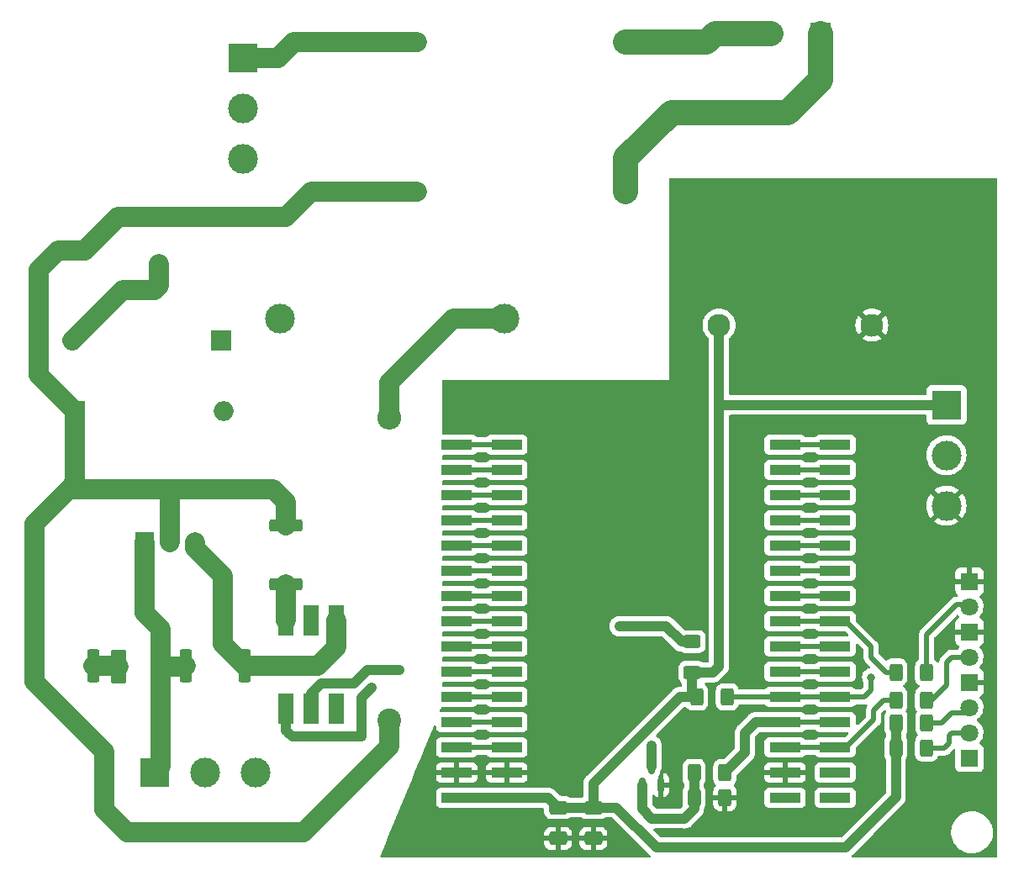
<source format=gtl>
%TF.GenerationSoftware,KiCad,Pcbnew,(6.0.4)*%
%TF.CreationDate,2022-05-12T23:34:31+02:00*%
%TF.ProjectId,projekt_1,70726f6a-656b-4745-9f31-2e6b69636164,rev?*%
%TF.SameCoordinates,Original*%
%TF.FileFunction,Copper,L1,Top*%
%TF.FilePolarity,Positive*%
%FSLAX46Y46*%
G04 Gerber Fmt 4.6, Leading zero omitted, Abs format (unit mm)*
G04 Created by KiCad (PCBNEW (6.0.4)) date 2022-05-12 23:34:31*
%MOMM*%
%LPD*%
G01*
G04 APERTURE LIST*
G04 Aperture macros list*
%AMRoundRect*
0 Rectangle with rounded corners*
0 $1 Rounding radius*
0 $2 $3 $4 $5 $6 $7 $8 $9 X,Y pos of 4 corners*
0 Add a 4 corners polygon primitive as box body*
4,1,4,$2,$3,$4,$5,$6,$7,$8,$9,$2,$3,0*
0 Add four circle primitives for the rounded corners*
1,1,$1+$1,$2,$3*
1,1,$1+$1,$4,$5*
1,1,$1+$1,$6,$7*
1,1,$1+$1,$8,$9*
0 Add four rect primitives between the rounded corners*
20,1,$1+$1,$2,$3,$4,$5,0*
20,1,$1+$1,$4,$5,$6,$7,0*
20,1,$1+$1,$6,$7,$8,$9,0*
20,1,$1+$1,$8,$9,$2,$3,0*%
G04 Aperture macros list end*
%TA.AperFunction,ComponentPad*%
%ADD10C,3.000000*%
%TD*%
%TA.AperFunction,SMDPad,CuDef*%
%ADD11R,3.150000X1.000000*%
%TD*%
%TA.AperFunction,ComponentPad*%
%ADD12R,1.905000X2.000000*%
%TD*%
%TA.AperFunction,ComponentPad*%
%ADD13O,1.905000X2.000000*%
%TD*%
%TA.AperFunction,ComponentPad*%
%ADD14R,1.800000X1.800000*%
%TD*%
%TA.AperFunction,ComponentPad*%
%ADD15C,1.800000*%
%TD*%
%TA.AperFunction,SMDPad,CuDef*%
%ADD16RoundRect,0.150000X0.150000X-0.587500X0.150000X0.587500X-0.150000X0.587500X-0.150000X-0.587500X0*%
%TD*%
%TA.AperFunction,SMDPad,CuDef*%
%ADD17RoundRect,0.250000X-0.400000X-0.625000X0.400000X-0.625000X0.400000X0.625000X-0.400000X0.625000X0*%
%TD*%
%TA.AperFunction,ComponentPad*%
%ADD18R,3.000000X3.000000*%
%TD*%
%TA.AperFunction,ComponentPad*%
%ADD19C,1.500000*%
%TD*%
%TA.AperFunction,SMDPad,CuDef*%
%ADD20R,1.600000X3.100000*%
%TD*%
%TA.AperFunction,SMDPad,CuDef*%
%ADD21RoundRect,0.250000X0.400000X0.625000X-0.400000X0.625000X-0.400000X-0.625000X0.400000X-0.625000X0*%
%TD*%
%TA.AperFunction,SMDPad,CuDef*%
%ADD22RoundRect,0.250000X-0.537500X-1.450000X0.537500X-1.450000X0.537500X1.450000X-0.537500X1.450000X0*%
%TD*%
%TA.AperFunction,SMDPad,CuDef*%
%ADD23RoundRect,0.250000X0.362500X1.425000X-0.362500X1.425000X-0.362500X-1.425000X0.362500X-1.425000X0*%
%TD*%
%TA.AperFunction,SMDPad,CuDef*%
%ADD24RoundRect,0.250000X-0.362500X-1.425000X0.362500X-1.425000X0.362500X1.425000X-0.362500X1.425000X0*%
%TD*%
%TA.AperFunction,SMDPad,CuDef*%
%ADD25RoundRect,0.250000X-0.625000X0.400000X-0.625000X-0.400000X0.625000X-0.400000X0.625000X0.400000X0*%
%TD*%
%TA.AperFunction,ComponentPad*%
%ADD26R,2.000000X2.000000*%
%TD*%
%TA.AperFunction,ComponentPad*%
%ADD27O,2.000000X2.000000*%
%TD*%
%TA.AperFunction,SMDPad,CuDef*%
%ADD28RoundRect,0.250000X-0.650000X0.412500X-0.650000X-0.412500X0.650000X-0.412500X0.650000X0.412500X0*%
%TD*%
%TA.AperFunction,SMDPad,CuDef*%
%ADD29RoundRect,0.250000X-1.425000X0.362500X-1.425000X-0.362500X1.425000X-0.362500X1.425000X0.362500X0*%
%TD*%
%TA.AperFunction,ComponentPad*%
%ADD30C,2.400000*%
%TD*%
%TA.AperFunction,ComponentPad*%
%ADD31O,2.400000X2.400000*%
%TD*%
%TA.AperFunction,ComponentPad*%
%ADD32R,2.000000X2.300000*%
%TD*%
%TA.AperFunction,ComponentPad*%
%ADD33C,2.300000*%
%TD*%
%TA.AperFunction,ViaPad*%
%ADD34C,0.800000*%
%TD*%
%TA.AperFunction,ViaPad*%
%ADD35C,1.000000*%
%TD*%
%TA.AperFunction,Conductor*%
%ADD36C,2.000000*%
%TD*%
%TA.AperFunction,Conductor*%
%ADD37C,0.500000*%
%TD*%
%TA.AperFunction,Conductor*%
%ADD38C,1.000000*%
%TD*%
%TA.AperFunction,Conductor*%
%ADD39C,2.500000*%
%TD*%
G04 APERTURE END LIST*
D10*
%TO.P,F2,1*%
%TO.N,Net-(F1-Pad2)*%
X72260000Y-49733200D03*
%TO.P,F2,2*%
%TO.N,Net-(F2-Pad2)*%
X49660000Y-49733200D03*
%TD*%
D11*
%TO.P,J4,1*%
%TO.N,+3V3*%
X67487800Y-62433200D03*
%TO.P,J4,2*%
%TO.N,/VP*%
X67487800Y-64973200D03*
%TO.P,J4,3*%
%TO.N,/VN*%
X67487800Y-67513200D03*
%TO.P,J4,4*%
%TO.N,/D34*%
X67487800Y-70053200D03*
%TO.P,J4,5*%
%TO.N,/D35*%
X67487800Y-72593200D03*
%TO.P,J4,6*%
%TO.N,/D32*%
X67487800Y-75133200D03*
%TO.P,J4,7*%
%TO.N,/D33*%
X67487800Y-77673200D03*
%TO.P,J4,8*%
%TO.N,/D25*%
X67487800Y-80213200D03*
%TO.P,J4,9*%
%TO.N,/D26*%
X67487800Y-82753200D03*
%TO.P,J4,10*%
%TO.N,/D27*%
X67487800Y-85293200D03*
%TO.P,J4,11*%
%TO.N,/D14*%
X67487800Y-87833200D03*
%TO.P,J4,12*%
%TO.N,/D12*%
X67487800Y-90373200D03*
%TO.P,J4,13*%
%TO.N,/D13*%
X67487800Y-92913200D03*
%TO.P,J4,14*%
%TO.N,GND*%
X67487800Y-95453200D03*
%TO.P,J4,15*%
%TO.N,+5V*%
X67487800Y-97993200D03*
%TO.P,J4,16,Pin_16*%
%TO.N,+3V3*%
X72537800Y-62433200D03*
%TO.P,J4,17,Pin_17*%
%TO.N,/VP*%
X72537800Y-64973200D03*
%TO.P,J4,18,Pin_18*%
%TO.N,/VN*%
X72537800Y-67513200D03*
%TO.P,J4,19,Pin_19*%
%TO.N,/D34*%
X72537800Y-70053200D03*
%TO.P,J4,20,Pin_20*%
%TO.N,/D35*%
X72537800Y-72593200D03*
%TO.P,J4,21,Pin_21*%
%TO.N,/D32*%
X72537800Y-75133200D03*
%TO.P,J4,22,Pin_22*%
%TO.N,/D33*%
X72537800Y-77673200D03*
%TO.P,J4,23,Pin_23*%
%TO.N,/D25*%
X72537800Y-80213200D03*
%TO.P,J4,24,Pin_24*%
%TO.N,/D26*%
X72537800Y-82753200D03*
%TO.P,J4,25,Pin_25*%
%TO.N,/D27*%
X72537800Y-85293200D03*
%TO.P,J4,26,Pin_26*%
%TO.N,/D14*%
X72537800Y-87833200D03*
%TO.P,J4,27,Pin_27*%
%TO.N,/D12*%
X72537800Y-90373200D03*
%TO.P,J4,28,Pin_28*%
%TO.N,/D13*%
X72537800Y-92913200D03*
%TO.P,J4,29,Pin_29*%
%TO.N,GND*%
X72537800Y-95453200D03*
%TO.P,J4,30,Pin_30*%
%TO.N,+5V*%
X72537800Y-97993200D03*
%TD*%
D12*
%TO.P,Q2,1,A1*%
%TO.N,Net-(C3-Pad2)*%
X36042600Y-72263200D03*
D13*
%TO.P,Q2,2,A2*%
%TO.N,/L*%
X38582600Y-72263200D03*
%TO.P,Q2,3,G*%
%TO.N,Net-(Q2-Pad3)*%
X41122600Y-72263200D03*
%TD*%
D14*
%TO.P,D2,1,K*%
%TO.N,GND*%
X119126000Y-81280000D03*
D15*
%TO.P,D2,2,A*%
%TO.N,Net-(D2-Pad2)*%
X119126000Y-83820000D03*
%TD*%
D14*
%TO.P,D3,1,K*%
%TO.N,/Drain*%
X119126000Y-93980000D03*
D15*
%TO.P,D3,2,A*%
%TO.N,Net-(D3-Pad2)*%
X119126000Y-91440000D03*
%TD*%
D16*
%TO.P,Q1,1,G*%
%TO.N,Net-(Q1-Pad1)*%
X86172000Y-96695500D03*
%TO.P,Q1,2,S*%
%TO.N,GND*%
X88072000Y-96695500D03*
%TO.P,Q1,3,D*%
%TO.N,/Drain*%
X87122000Y-94820500D03*
%TD*%
D17*
%TO.P,R2,1*%
%TO.N,/WiFi_LED*%
X111708600Y-88138000D03*
%TO.P,R2,2*%
%TO.N,Net-(D2-Pad2)*%
X114808600Y-88138000D03*
%TD*%
D14*
%TO.P,D4,1,K*%
%TO.N,GND*%
X119126000Y-76195000D03*
D15*
%TO.P,D4,2,A*%
%TO.N,Net-(D4-Pad2)*%
X119126000Y-78735000D03*
%TD*%
D18*
%TO.P,J1,1,Pin_1*%
%TO.N,+5V*%
X116814600Y-58420000D03*
D10*
%TO.P,J1,2,Pin_2*%
%TO.N,/OneWire*%
X116814600Y-63500000D03*
%TO.P,J1,3,Pin_3*%
%TO.N,GND*%
X116814600Y-68580000D03*
%TD*%
D19*
%TO.P,FL1,1,N1_1*%
%TO.N,/N*%
X63510000Y-21913200D03*
%TO.P,FL1,2,N1_2*%
%TO.N,/L*%
X63510000Y-36913200D03*
%TO.P,FL1,3,N2_1*%
%TO.N,Net-(FL1-Pad3)*%
X84510000Y-36913200D03*
%TO.P,FL1,4,N2_2*%
%TO.N,Net-(FL1-Pad4)*%
X84510000Y-21913200D03*
%TD*%
D20*
%TO.P,U2,1*%
%TO.N,Net-(R5-Pad1)*%
X50292000Y-89027000D03*
%TO.P,U2,2*%
%TO.N,/Drain*%
X52832000Y-89027000D03*
%TO.P,U2,3,NC*%
%TO.N,unconnected-(U2-Pad3)*%
X55372000Y-89027000D03*
%TO.P,U2,4*%
%TO.N,Net-(Q2-Pad3)*%
X55372000Y-80137000D03*
%TO.P,U2,5,NC*%
%TO.N,unconnected-(U2-Pad5)*%
X52832000Y-80137000D03*
%TO.P,U2,6*%
%TO.N,Net-(R7-Pad2)*%
X50292000Y-80137000D03*
%TD*%
D14*
%TO.P,D1,1,K*%
%TO.N,GND*%
X119126000Y-86355000D03*
D15*
%TO.P,D1,2,A*%
%TO.N,Net-(D1-Pad2)*%
X119126000Y-88895000D03*
%TD*%
D11*
%TO.P,J5,1,Pin_1*%
%TO.N,/3V3*%
X100558600Y-97993200D03*
%TO.P,J5,2,Pin_2*%
%TO.N,GND*%
X100558600Y-95453200D03*
%TO.N,/D23*%
X105608600Y-62433200D03*
%TO.P,J5,3,Pin_3*%
%TO.N,/WiFi_LED*%
X100558600Y-92913200D03*
%TO.P,J5,4,Pin_4*%
%TO.N,/D22*%
X105608600Y-64973200D03*
%TO.N,/Triac*%
X100558600Y-90373200D03*
%TO.P,J5,5,Pin_5*%
%TO.N,/OneWire*%
X100558600Y-87833200D03*
%TO.P,J5,6,Pin_6*%
%TO.N,/RX2*%
X100558600Y-85293200D03*
%TO.N,/TX0*%
X105608600Y-67513200D03*
%TO.P,J5,7,Pin_7*%
%TO.N,/TX2*%
X100558600Y-82753200D03*
%TO.P,J5,8,Pin_8*%
%TO.N,/Empty*%
X100558600Y-80213200D03*
%TO.N,/RX0*%
X105608600Y-70053200D03*
%TO.P,J5,9,Pin_9*%
%TO.N,/D18?*%
X100558600Y-77673200D03*
%TO.P,J5,10,Pin_10*%
%TO.N,/D21*%
X105608600Y-72593200D03*
%TO.N,/D19*%
X100558600Y-75133200D03*
%TO.P,J5,11,Pin_11*%
%TO.N,/D21*%
X100558600Y-72593200D03*
%TO.P,J5,12,Pin_12*%
%TO.N,/D19*%
X105608600Y-75133200D03*
%TO.N,/RX0*%
X100558600Y-70053200D03*
%TO.P,J5,13,Pin_13*%
%TO.N,/TX0*%
X100558600Y-67513200D03*
%TO.P,J5,14,Pin_14*%
%TO.N,/D22*%
X100558600Y-64973200D03*
%TO.N,/D18?*%
X105608600Y-77673200D03*
%TO.P,J5,15,Pin_15*%
%TO.N,/D23*%
X100558600Y-62433200D03*
%TO.P,J5,16*%
%TO.N,/Empty*%
X105608600Y-80213200D03*
%TO.P,J5,18*%
%TO.N,/TX2*%
X105608600Y-82753200D03*
%TO.P,J5,20*%
%TO.N,/RX2*%
X105608600Y-85293200D03*
%TO.P,J5,22*%
%TO.N,/OneWire*%
X105608600Y-87833200D03*
%TO.P,J5,24*%
%TO.N,/Triac*%
X105608600Y-90373200D03*
%TO.P,J5,26*%
%TO.N,/WiFi_LED*%
X105608600Y-92913200D03*
%TO.P,J5,28*%
%TO.N,N/C*%
X105608600Y-95453200D03*
%TO.P,J5,30*%
X105608600Y-97993200D03*
%TD*%
D17*
%TO.P,R10,1*%
%TO.N,+5V*%
X111708600Y-92964000D03*
%TO.P,R10,2*%
%TO.N,Net-(D3-Pad2)*%
X114808600Y-92964000D03*
%TD*%
%TO.P,R11,1*%
%TO.N,/Empty*%
X111708600Y-85344000D03*
%TO.P,R11,2*%
%TO.N,Net-(D4-Pad2)*%
X114808600Y-85344000D03*
%TD*%
D21*
%TO.P,R4,1*%
%TO.N,GND*%
X94488600Y-97993200D03*
%TO.P,R4,2*%
%TO.N,Net-(Q1-Pad1)*%
X91388600Y-97993200D03*
%TD*%
D22*
%TO.P,C3,1*%
%TO.N,Net-(C3-Pad1)*%
X33397100Y-84785200D03*
%TO.P,C3,2*%
%TO.N,Net-(C3-Pad2)*%
X37672100Y-84785200D03*
%TD*%
D23*
%TO.P,R6,1*%
%TO.N,Net-(Q2-Pad3)*%
X46117100Y-84709200D03*
%TO.P,R6,2*%
%TO.N,Net-(C3-Pad2)*%
X40192100Y-84709200D03*
%TD*%
D17*
%TO.P,R9,1*%
%TO.N,+5V*%
X91642600Y-87833200D03*
%TO.P,R9,2*%
%TO.N,/OneWire*%
X94742600Y-87833200D03*
%TD*%
D24*
%TO.P,R8,1*%
%TO.N,/L*%
X24952100Y-84709200D03*
%TO.P,R8,2*%
%TO.N,Net-(C3-Pad1)*%
X30877100Y-84709200D03*
%TD*%
D25*
%TO.P,R5,1*%
%TO.N,Net-(R5-Pad1)*%
X91186000Y-82270000D03*
%TO.P,R5,2*%
%TO.N,+5V*%
X91186000Y-85370000D03*
%TD*%
D26*
%TO.P,C2xclass3,1*%
%TO.N,/L*%
X29050600Y-59043700D03*
D27*
%TO.P,C2xclass3,2*%
%TO.N,Earth_Protective*%
X44050600Y-59043700D03*
%TD*%
D28*
%TO.P,C1,1*%
%TO.N,+5V*%
X81254600Y-98970700D03*
%TO.P,C1,2*%
%TO.N,GND*%
X81254600Y-102095700D03*
%TD*%
D18*
%TO.P,J3,1,Pin_1*%
%TO.N,Net-(C3-Pad2)*%
X37058600Y-95453200D03*
D10*
%TO.P,J3,2,Pin_2*%
%TO.N,/N*%
X42138600Y-95453200D03*
%TO.P,J3,3,Pin_3*%
%TO.N,Earth_Protective*%
X47218600Y-95453200D03*
%TD*%
D29*
%TO.P,R7,1*%
%TO.N,/L*%
X50266600Y-70570700D03*
%TO.P,R7,2*%
%TO.N,Net-(R7-Pad2)*%
X50266600Y-76495700D03*
%TD*%
D26*
%TO.P,C2xclass2,1*%
%TO.N,Earth_Protective*%
X43796600Y-51954700D03*
D27*
%TO.P,C2xclass2,2*%
%TO.N,/N*%
X28796600Y-51954700D03*
%TD*%
D18*
%TO.P,J6,1,Pin_1*%
%TO.N,/N*%
X45948600Y-23495200D03*
D10*
%TO.P,J6,2,Pin_2*%
%TO.N,Net-(F2-Pad2)*%
X45948600Y-28575200D03*
%TO.P,J6,3,Pin_3*%
%TO.N,Earth_Protective*%
X45948600Y-33655200D03*
%TD*%
D30*
%TO.P,F1,1*%
%TO.N,/L*%
X60706000Y-90170000D03*
D31*
%TO.P,F1,2*%
%TO.N,Net-(F1-Pad2)*%
X60706000Y-59690000D03*
%TD*%
D28*
%TO.P,C4,1*%
%TO.N,+5V*%
X77698600Y-98970700D03*
%TO.P,C4,2*%
%TO.N,GND*%
X77698600Y-102095700D03*
%TD*%
D17*
%TO.P,R1,1*%
%TO.N,+5V*%
X111734000Y-90424000D03*
%TO.P,R1,2*%
%TO.N,Net-(D1-Pad2)*%
X114834000Y-90424000D03*
%TD*%
D15*
%TO.P,RV1,1*%
%TO.N,/N*%
X37506600Y-44261200D03*
%TO.P,RV1,2*%
%TO.N,/L*%
X30006600Y-42861200D03*
%TD*%
D32*
%TO.P,PS1,1,AC/L*%
%TO.N,Net-(FL1-Pad3)*%
X104100000Y-20997500D03*
D33*
%TO.P,PS1,2,AC/N*%
%TO.N,Net-(FL1-Pad4)*%
X99100000Y-20997500D03*
%TO.P,PS1,3,-Vout*%
%TO.N,GND*%
X109300000Y-50397500D03*
%TO.P,PS1,4,+Vout*%
%TO.N,+5V*%
X93900000Y-50397500D03*
%TD*%
D21*
%TO.P,R3,1*%
%TO.N,/Triac*%
X94488600Y-95453200D03*
%TO.P,R3,2*%
%TO.N,Net-(Q1-Pad1)*%
X91388600Y-95453200D03*
%TD*%
D26*
%TO.P,C2xclass1,1*%
%TO.N,/N*%
X55637500Y-21913200D03*
D27*
%TO.P,C2xclass1,2*%
%TO.N,/L*%
X55637500Y-36913200D03*
%TD*%
D34*
%TO.N,GND*%
X113258600Y-100457200D03*
X72364600Y-100457200D03*
X83540600Y-91059200D03*
X110210600Y-102997200D03*
X112242600Y-78359200D03*
X64490600Y-95885200D03*
X93954600Y-39751200D03*
X62712600Y-100203200D03*
X97002600Y-100457200D03*
X101574600Y-45847200D03*
X117068600Y-49911200D03*
X115290600Y-40259200D03*
X92684600Y-100965200D03*
X68554600Y-102997200D03*
X114274600Y-73279200D03*
X74930000Y-102489200D03*
X77444600Y-91313200D03*
X85826600Y-69977200D03*
X79476600Y-73279200D03*
X100304600Y-54483200D03*
X96494600Y-67437200D03*
X66776600Y-100965200D03*
X79222600Y-63373200D03*
X117322600Y-96901200D03*
X103098600Y-100711200D03*
X82270600Y-85725200D03*
X96748600Y-82423200D03*
X108940600Y-96393200D03*
X110718600Y-62357200D03*
X85826600Y-59563200D03*
%TO.N,/Drain*%
X87122000Y-92710000D03*
D35*
X61696600Y-85090000D03*
D34*
%TO.N,/OneWire*%
X109220000Y-85852000D03*
%TO.N,Net-(R5-Pad1)*%
X83820000Y-80772000D03*
D35*
X58928000Y-86868000D03*
%TD*%
D36*
%TO.N,/L*%
X34264600Y-101473200D02*
X31978600Y-99187200D01*
X24952100Y-86318700D02*
X24952100Y-84709200D01*
X31978600Y-93345200D02*
X24952100Y-86318700D01*
X25374600Y-44831200D02*
X27344600Y-42861200D01*
X52850600Y-36913200D02*
X55637500Y-36913200D01*
X31978600Y-99187200D02*
X31978600Y-93345200D01*
X29050600Y-59043700D02*
X25374600Y-55367700D01*
X50266600Y-70570700D02*
X50266600Y-68199200D01*
X24952100Y-84709200D02*
X24952100Y-70399700D01*
X55637500Y-36913200D02*
X63510000Y-36913200D01*
X52044600Y-101473200D02*
X34264600Y-101473200D01*
X29050600Y-66809200D02*
X28930600Y-66929200D01*
X24952100Y-70399700D02*
X29050600Y-66301200D01*
X50266600Y-68199200D02*
X48996600Y-66929200D01*
X28930600Y-66929200D02*
X37312600Y-66929200D01*
X38582600Y-67000200D02*
X38582600Y-72263200D01*
X29050600Y-66301200D02*
X29050600Y-59043700D01*
X60706000Y-90170000D02*
X60706000Y-92811800D01*
X60706000Y-92811800D02*
X52044600Y-101473200D01*
X29050600Y-59043700D02*
X29050600Y-66809200D01*
X50266600Y-39497200D02*
X52850600Y-36913200D01*
X28930600Y-66929200D02*
X28930600Y-66167200D01*
X28676600Y-66675200D02*
X28930600Y-66929200D01*
X48996600Y-66929200D02*
X37058600Y-66929200D01*
X25374600Y-55367700D02*
X25374600Y-44831200D01*
X27344600Y-42861200D02*
X30006600Y-42861200D01*
X33370600Y-39497200D02*
X50266600Y-39497200D01*
X30006600Y-42861200D02*
X33370600Y-39497200D01*
D37*
%TO.N,GND*%
X67487800Y-95453200D02*
X72537800Y-95453200D01*
%TO.N,Net-(D1-Pad2)*%
X118613000Y-89408000D02*
X119126000Y-88895000D01*
X116332000Y-90424000D02*
X117348000Y-89408000D01*
X117348000Y-89408000D02*
X118613000Y-89408000D01*
X114834000Y-90424000D02*
X116332000Y-90424000D01*
%TO.N,Net-(D2-Pad2)*%
X116840000Y-86614000D02*
X116840000Y-84328000D01*
X115316000Y-88138000D02*
X116840000Y-86614000D01*
X114808600Y-88138000D02*
X115316000Y-88138000D01*
X117348000Y-83820000D02*
X119126000Y-83820000D01*
X116840000Y-84328000D02*
X117348000Y-83820000D01*
D38*
%TO.N,/Drain*%
X57124600Y-86487200D02*
X53822600Y-86487200D01*
X52832000Y-87477800D02*
X52832000Y-89027000D01*
X87122000Y-94820500D02*
X87122000Y-92710000D01*
X53822600Y-86487200D02*
X52832000Y-87477800D01*
X61696600Y-85090000D02*
X58521800Y-85090000D01*
X58521800Y-85090000D02*
X57124600Y-86487200D01*
D37*
%TO.N,Net-(D3-Pad2)*%
X117348000Y-91440000D02*
X119126000Y-91440000D01*
X117094000Y-92456000D02*
X117094000Y-91694000D01*
X117094000Y-91694000D02*
X117348000Y-91440000D01*
X116586000Y-92964000D02*
X117094000Y-92456000D01*
X114808600Y-92964000D02*
X116586000Y-92964000D01*
%TO.N,Net-(D4-Pad2)*%
X117856000Y-78486000D02*
X118877000Y-78486000D01*
X114808600Y-85344000D02*
X114808600Y-81533400D01*
X118877000Y-78486000D02*
X119126000Y-78735000D01*
X114808600Y-81533400D02*
X117856000Y-78486000D01*
D36*
%TO.N,Net-(F1-Pad2)*%
X60706000Y-56134000D02*
X60706000Y-59690000D01*
X72260000Y-49733200D02*
X67106800Y-49733200D01*
X67106800Y-49733200D02*
X60706000Y-56134000D01*
%TO.N,/N*%
X55637500Y-21913200D02*
X63510000Y-21913200D01*
X33888100Y-46863200D02*
X37058600Y-46863200D01*
X45948600Y-23495200D02*
X49504600Y-23495200D01*
X28796600Y-51954700D02*
X33888100Y-46863200D01*
X37058600Y-46863200D02*
X37506600Y-46415200D01*
X51086600Y-21913200D02*
X55637500Y-21913200D01*
X49504600Y-23495200D02*
X51086600Y-21913200D01*
X37506600Y-46415200D02*
X37506600Y-44261200D01*
D38*
%TO.N,+5V*%
X76721100Y-97993200D02*
X77698600Y-98970700D01*
X93293800Y-85370000D02*
X93900000Y-84763800D01*
X83578100Y-98970700D02*
X87604600Y-102997200D01*
X111734000Y-92938600D02*
X111708600Y-92964000D01*
X93972200Y-58420000D02*
X93900000Y-58347800D01*
X89966800Y-87833200D02*
X81254600Y-96545400D01*
X81254600Y-96545400D02*
X81254600Y-98970700D01*
X111708600Y-97943200D02*
X111708600Y-92964000D01*
D37*
X91186000Y-87376600D02*
X91642600Y-87833200D01*
D38*
X111734000Y-90424000D02*
X111734000Y-92938600D01*
X93900000Y-58347800D02*
X93900000Y-50397500D01*
X67487800Y-97993200D02*
X72537800Y-97993200D01*
X72537800Y-97993200D02*
X76721100Y-97993200D01*
X77698600Y-98970700D02*
X81254600Y-98970700D01*
X93900000Y-84763800D02*
X93900000Y-58347800D01*
X83578100Y-98970700D02*
X81254600Y-98970700D01*
X91642600Y-87833200D02*
X89966800Y-87833200D01*
X91186000Y-85370000D02*
X93293800Y-85370000D01*
X116814600Y-58420000D02*
X93972200Y-58420000D01*
X91186000Y-85370000D02*
X91186000Y-87376600D01*
X87604600Y-102997200D02*
X106654600Y-102997200D01*
X106654600Y-102997200D02*
X111708600Y-97943200D01*
D37*
%TO.N,/OneWire*%
X105608600Y-87833200D02*
X100558600Y-87833200D01*
X109220000Y-85852000D02*
X109220000Y-87122000D01*
X109220000Y-87122000D02*
X108508800Y-87833200D01*
X94742600Y-87833200D02*
X100558600Y-87833200D01*
X108508800Y-87833200D02*
X105608600Y-87833200D01*
%TO.N,/WiFi_LED*%
X109474000Y-90122800D02*
X109474000Y-89154000D01*
X106683600Y-92913200D02*
X109474000Y-90122800D01*
X100558600Y-92913200D02*
X105608600Y-92913200D01*
X109474000Y-89154000D02*
X110490000Y-88138000D01*
X105608600Y-92913200D02*
X106683600Y-92913200D01*
X110490000Y-88138000D02*
X111708600Y-88138000D01*
D38*
%TO.N,/Triac*%
X96520000Y-91440000D02*
X97586800Y-90373200D01*
X94488600Y-95453200D02*
X96520000Y-93421800D01*
X97586800Y-90373200D02*
X100558600Y-90373200D01*
D37*
X100558600Y-90373200D02*
X105608600Y-90373200D01*
D38*
X96520000Y-93421800D02*
X96520000Y-91440000D01*
D37*
%TO.N,/RX2*%
X100558600Y-85293200D02*
X105608600Y-85293200D01*
%TO.N,/TX2*%
X100558600Y-82753200D02*
X100558600Y-82778600D01*
X100558600Y-82778600D02*
X100584000Y-82804000D01*
X100634800Y-82753200D02*
X105608600Y-82753200D01*
X100584000Y-82804000D02*
X100634800Y-82753200D01*
%TO.N,/Empty*%
X109220000Y-82749600D02*
X109220000Y-83820000D01*
X105608600Y-80213200D02*
X100558600Y-80213200D01*
X105608600Y-80213200D02*
X106683600Y-80213200D01*
X109220000Y-83820000D02*
X110744000Y-85344000D01*
X110744000Y-85344000D02*
X111708600Y-85344000D01*
X106683600Y-80213200D02*
X109220000Y-82749600D01*
%TO.N,/D18?*%
X100558600Y-77698600D02*
X100584000Y-77724000D01*
X100584000Y-77724000D02*
X100634800Y-77673200D01*
X100634800Y-77673200D02*
X105608600Y-77673200D01*
X100558600Y-77673200D02*
X100558600Y-77698600D01*
%TO.N,/D19*%
X100558600Y-75158600D02*
X100584000Y-75184000D01*
X100584000Y-75184000D02*
X100634800Y-75133200D01*
X100558600Y-75133200D02*
X100558600Y-75158600D01*
X100634800Y-75133200D02*
X105608600Y-75133200D01*
%TO.N,/D21*%
X100558600Y-72593200D02*
X105608600Y-72593200D01*
%TO.N,/RX0*%
X100558600Y-70078600D02*
X100584000Y-70104000D01*
X100558600Y-70053200D02*
X100558600Y-70078600D01*
X100584000Y-70104000D02*
X100634800Y-70053200D01*
X100634800Y-70053200D02*
X105608600Y-70053200D01*
%TO.N,/TX0*%
X100558600Y-67513200D02*
X105608600Y-67513200D01*
%TO.N,/D22*%
X100558600Y-64973200D02*
X105608600Y-64973200D01*
%TO.N,/D23*%
X100558600Y-62433200D02*
X105608600Y-62433200D01*
D38*
%TO.N,Net-(Q1-Pad1)*%
X86172000Y-99126000D02*
X87122000Y-100076000D01*
X86172000Y-99126000D02*
X86172000Y-96695500D01*
X91388600Y-95453200D02*
X91388600Y-97993200D01*
X90424000Y-100076000D02*
X91388600Y-99111400D01*
X87122000Y-100076000D02*
X90424000Y-100076000D01*
X91388600Y-99111400D02*
X91388600Y-97993200D01*
D36*
%TO.N,Net-(C3-Pad2)*%
X37672100Y-84785200D02*
X40116100Y-84785200D01*
X37672100Y-94839700D02*
X37058600Y-95453200D01*
X36042600Y-79375200D02*
X37672100Y-81004700D01*
X37672100Y-84785200D02*
X37672100Y-94839700D01*
X40116100Y-84785200D02*
X40192100Y-84709200D01*
X37672100Y-81004700D02*
X37672100Y-84785200D01*
X36042600Y-72263200D02*
X36042600Y-79192200D01*
%TO.N,Net-(Q2-Pad3)*%
X55372000Y-82804000D02*
X55372000Y-80137000D01*
X41122600Y-72263200D02*
X41122600Y-72842200D01*
X53466800Y-84709200D02*
X55372000Y-82804000D01*
X43916600Y-82508700D02*
X46117100Y-84709200D01*
X41122600Y-72842200D02*
X43916600Y-75636200D01*
X46117100Y-84709200D02*
X53466800Y-84709200D01*
X43916600Y-77089200D02*
X43916600Y-82508700D01*
X43916600Y-75636200D02*
X43916600Y-77597200D01*
D37*
%TO.N,Net-(R5-Pad1)*%
X83820000Y-80772000D02*
X83885800Y-80706200D01*
D38*
X57886600Y-87909400D02*
X57886600Y-91821200D01*
X50927200Y-91821200D02*
X50546000Y-91440000D01*
D37*
X50546000Y-91440000D02*
X50292000Y-91186000D01*
D38*
X50292000Y-91186000D02*
X50292000Y-89027000D01*
X88580200Y-80706200D02*
X90144000Y-82270000D01*
X83885800Y-80706200D02*
X88580200Y-80706200D01*
X90144000Y-82270000D02*
X91186000Y-82270000D01*
X57886600Y-91821200D02*
X50927200Y-91821200D01*
X58928000Y-86868000D02*
X57886600Y-87909400D01*
D36*
%TO.N,Net-(R7-Pad2)*%
X50292000Y-76521100D02*
X50266600Y-76495700D01*
X50292000Y-80137000D02*
X50292000Y-76521100D01*
%TO.N,Net-(C3-Pad1)*%
X33321100Y-84709200D02*
X33397100Y-84785200D01*
X30877100Y-84709200D02*
X33321100Y-84709200D01*
D39*
%TO.N,Net-(FL1-Pad3)*%
X104100000Y-25694000D02*
X104100000Y-20997500D01*
X84510000Y-36913200D02*
X84510000Y-33600000D01*
X89154000Y-28956000D02*
X100838000Y-28956000D01*
X100838000Y-28956000D02*
X104100000Y-25694000D01*
X84510000Y-33600000D02*
X89154000Y-28956000D01*
%TO.N,Net-(FL1-Pad4)*%
X93556500Y-20997500D02*
X99100000Y-20997500D01*
X92640800Y-21913200D02*
X93556500Y-20997500D01*
X84510000Y-21913200D02*
X92640800Y-21913200D01*
D37*
%TO.N,+3V3*%
X67487800Y-62433200D02*
X72537800Y-62433200D01*
%TO.N,/VP*%
X67487800Y-64973200D02*
X72537800Y-64973200D01*
%TO.N,/VN*%
X67487800Y-67513200D02*
X72537800Y-67513200D01*
%TO.N,/D34*%
X67487800Y-70053200D02*
X72537800Y-70053200D01*
%TO.N,/D35*%
X67487800Y-72593200D02*
X72537800Y-72593200D01*
%TO.N,/D32*%
X67487800Y-75133200D02*
X72537800Y-75133200D01*
%TO.N,/D33*%
X67487800Y-77673200D02*
X72537800Y-77673200D01*
%TO.N,/D25*%
X67487800Y-80213200D02*
X72537800Y-80213200D01*
%TO.N,/D26*%
X67487800Y-82753200D02*
X72537800Y-82753200D01*
%TO.N,/D27*%
X67487800Y-85293200D02*
X72537800Y-85293200D01*
%TO.N,/D14*%
X67487800Y-87833200D02*
X72537800Y-87833200D01*
%TO.N,/D12*%
X67487800Y-90373200D02*
X72537800Y-90373200D01*
%TO.N,/D13*%
X67487800Y-92913200D02*
X72537800Y-92913200D01*
%TD*%
%TA.AperFunction,Conductor*%
%TO.N,GND*%
G36*
X121920000Y-103886700D02*
G01*
X121899998Y-103954821D01*
X121846342Y-104001314D01*
X121794000Y-104012700D01*
X107359046Y-104012700D01*
X107290925Y-103992698D01*
X107244432Y-103939042D01*
X107234328Y-103868768D01*
X107263822Y-103804188D01*
X107279406Y-103789061D01*
X107287451Y-103782499D01*
X107288381Y-103781748D01*
X107327573Y-103750462D01*
X107330077Y-103747958D01*
X107330795Y-103747316D01*
X107335128Y-103743615D01*
X107368662Y-103716265D01*
X107397888Y-103680937D01*
X107405877Y-103672158D01*
X109472132Y-101605903D01*
X117270743Y-101605903D01*
X117271302Y-101610147D01*
X117271302Y-101610151D01*
X117274719Y-101636105D01*
X117308268Y-101890934D01*
X117384129Y-102168236D01*
X117496923Y-102432676D01*
X117508693Y-102452342D01*
X117618566Y-102635926D01*
X117644561Y-102679361D01*
X117824313Y-102903728D01*
X118032851Y-103101623D01*
X118055787Y-103118104D01*
X118243585Y-103253051D01*
X118266317Y-103269386D01*
X118270112Y-103271395D01*
X118270113Y-103271396D01*
X118291869Y-103282915D01*
X118520392Y-103403912D01*
X118790373Y-103502711D01*
X119071264Y-103563955D01*
X119099841Y-103566204D01*
X119294282Y-103581507D01*
X119294291Y-103581507D01*
X119296739Y-103581700D01*
X119452271Y-103581700D01*
X119454407Y-103581554D01*
X119454418Y-103581554D01*
X119662548Y-103567365D01*
X119662554Y-103567364D01*
X119666825Y-103567073D01*
X119671020Y-103566204D01*
X119671022Y-103566204D01*
X119807583Y-103537924D01*
X119948342Y-103508774D01*
X120219343Y-103412807D01*
X120474812Y-103280950D01*
X120478313Y-103278489D01*
X120478317Y-103278487D01*
X120596482Y-103195439D01*
X120710023Y-103115641D01*
X120885660Y-102952429D01*
X120917479Y-102922861D01*
X120917481Y-102922858D01*
X120920622Y-102919940D01*
X121102713Y-102697468D01*
X121252927Y-102452342D01*
X121368483Y-102189098D01*
X121447244Y-101912606D01*
X121487751Y-101627984D01*
X121487845Y-101610151D01*
X121489235Y-101344783D01*
X121489235Y-101344776D01*
X121489257Y-101340497D01*
X121451732Y-101055466D01*
X121435296Y-100995384D01*
X121419802Y-100938748D01*
X121375871Y-100778164D01*
X121364269Y-100750963D01*
X121264763Y-100517676D01*
X121264761Y-100517672D01*
X121263077Y-100513724D01*
X121115439Y-100267039D01*
X120935687Y-100042672D01*
X120812289Y-99925572D01*
X120730258Y-99847727D01*
X120730255Y-99847725D01*
X120727149Y-99844777D01*
X120502773Y-99683546D01*
X120497172Y-99679521D01*
X120497171Y-99679520D01*
X120493683Y-99677014D01*
X120471843Y-99665450D01*
X120335675Y-99593353D01*
X120239608Y-99542488D01*
X119969627Y-99443689D01*
X119688736Y-99382445D01*
X119657685Y-99380001D01*
X119465718Y-99364893D01*
X119465709Y-99364893D01*
X119463261Y-99364700D01*
X119307729Y-99364700D01*
X119305593Y-99364846D01*
X119305582Y-99364846D01*
X119097452Y-99379035D01*
X119097446Y-99379036D01*
X119093175Y-99379327D01*
X119088980Y-99380196D01*
X119088978Y-99380196D01*
X118952416Y-99408477D01*
X118811658Y-99437626D01*
X118540657Y-99533593D01*
X118285188Y-99665450D01*
X118281687Y-99667911D01*
X118281683Y-99667913D01*
X118216996Y-99713376D01*
X118049977Y-99830759D01*
X118034892Y-99844777D01*
X117882546Y-99986346D01*
X117839378Y-100026460D01*
X117657287Y-100248932D01*
X117507073Y-100494058D01*
X117391517Y-100757302D01*
X117390342Y-100761429D01*
X117390341Y-100761430D01*
X117380760Y-100795065D01*
X117312756Y-101033794D01*
X117301963Y-101109632D01*
X117274928Y-101299595D01*
X117272249Y-101318416D01*
X117272227Y-101322705D01*
X117272226Y-101322712D01*
X117270765Y-101601617D01*
X117270743Y-101605903D01*
X109472132Y-101605903D01*
X112377979Y-98700055D01*
X112388122Y-98690953D01*
X112412818Y-98671097D01*
X112417625Y-98667232D01*
X112449920Y-98628744D01*
X112453078Y-98625125D01*
X112454724Y-98623310D01*
X112456909Y-98621125D01*
X112458864Y-98618745D01*
X112458873Y-98618735D01*
X112484149Y-98587964D01*
X112484991Y-98586949D01*
X112523266Y-98541334D01*
X112544754Y-98515726D01*
X112547323Y-98511052D01*
X112550702Y-98506939D01*
X112594575Y-98425115D01*
X112595184Y-98423993D01*
X112637064Y-98347814D01*
X112637065Y-98347812D01*
X112640033Y-98342413D01*
X112641645Y-98337331D01*
X112644162Y-98332637D01*
X112671362Y-98243669D01*
X112671708Y-98242558D01*
X112675880Y-98229409D01*
X112699835Y-98153894D01*
X112700429Y-98148598D01*
X112701987Y-98143502D01*
X112711390Y-98050943D01*
X112711511Y-98049807D01*
X112715281Y-98016192D01*
X112716708Y-98003470D01*
X112716708Y-98003466D01*
X112717100Y-97999973D01*
X112717100Y-97996446D01*
X112717155Y-97995461D01*
X112717602Y-97989781D01*
X112720840Y-97957906D01*
X112721352Y-97952863D01*
X112721352Y-97952861D01*
X112721974Y-97946738D01*
X112717659Y-97901091D01*
X112717100Y-97889233D01*
X112717100Y-94083100D01*
X112735840Y-94016984D01*
X112796875Y-93917968D01*
X112796876Y-93917966D01*
X112800715Y-93911738D01*
X112856397Y-93743861D01*
X112859513Y-93713454D01*
X112862979Y-93679620D01*
X112867100Y-93639400D01*
X113650100Y-93639400D01*
X113650437Y-93642646D01*
X113650437Y-93642650D01*
X113659210Y-93727199D01*
X113661074Y-93745166D01*
X113663255Y-93751702D01*
X113663255Y-93751704D01*
X113698862Y-93858429D01*
X113717050Y-93912946D01*
X113810122Y-94063348D01*
X113935297Y-94188305D01*
X113941527Y-94192145D01*
X113941528Y-94192146D01*
X114078690Y-94276694D01*
X114085862Y-94281115D01*
X114165605Y-94307564D01*
X114247211Y-94334632D01*
X114247213Y-94334632D01*
X114253739Y-94336797D01*
X114260575Y-94337497D01*
X114260578Y-94337498D01*
X114303631Y-94341909D01*
X114358200Y-94347500D01*
X115259000Y-94347500D01*
X115262246Y-94347163D01*
X115262250Y-94347163D01*
X115357908Y-94337238D01*
X115357912Y-94337237D01*
X115364766Y-94336526D01*
X115371302Y-94334345D01*
X115371304Y-94334345D01*
X115503406Y-94290272D01*
X115532546Y-94280550D01*
X115682948Y-94187478D01*
X115734252Y-94136085D01*
X115749761Y-94120549D01*
X115807905Y-94062303D01*
X115858575Y-93980101D01*
X115896875Y-93917968D01*
X115896876Y-93917966D01*
X115900715Y-93911738D01*
X115934847Y-93808833D01*
X115975278Y-93750473D01*
X116040842Y-93723236D01*
X116054440Y-93722500D01*
X116518930Y-93722500D01*
X116537880Y-93723933D01*
X116552115Y-93726099D01*
X116552119Y-93726099D01*
X116559349Y-93727199D01*
X116566641Y-93726606D01*
X116566644Y-93726606D01*
X116612018Y-93722915D01*
X116622233Y-93722500D01*
X116630293Y-93722500D01*
X116643583Y-93720951D01*
X116658507Y-93719211D01*
X116662882Y-93718778D01*
X116728339Y-93713454D01*
X116728342Y-93713453D01*
X116735637Y-93712860D01*
X116742601Y-93710604D01*
X116748560Y-93709413D01*
X116754415Y-93708029D01*
X116761681Y-93707182D01*
X116830327Y-93682265D01*
X116834455Y-93680848D01*
X116896936Y-93660607D01*
X116896938Y-93660606D01*
X116903899Y-93658351D01*
X116910154Y-93654555D01*
X116915628Y-93652049D01*
X116921058Y-93649330D01*
X116927937Y-93646833D01*
X116934317Y-93642650D01*
X116988976Y-93606814D01*
X116992680Y-93604477D01*
X117055107Y-93566595D01*
X117063484Y-93559197D01*
X117063508Y-93559224D01*
X117066500Y-93556571D01*
X117069733Y-93553868D01*
X117075852Y-93549856D01*
X117129128Y-93493617D01*
X117131506Y-93491175D01*
X117502405Y-93120276D01*
X117564717Y-93086250D01*
X117635532Y-93091315D01*
X117692368Y-93133862D01*
X117717179Y-93200382D01*
X117717500Y-93209371D01*
X117717500Y-94928134D01*
X117724255Y-94990316D01*
X117775385Y-95126705D01*
X117862739Y-95243261D01*
X117979295Y-95330615D01*
X118115684Y-95381745D01*
X118177866Y-95388500D01*
X120074134Y-95388500D01*
X120136316Y-95381745D01*
X120272705Y-95330615D01*
X120389261Y-95243261D01*
X120476615Y-95126705D01*
X120527745Y-94990316D01*
X120534500Y-94928134D01*
X120534500Y-93031866D01*
X120527745Y-92969684D01*
X120476615Y-92833295D01*
X120389261Y-92716739D01*
X120272705Y-92629385D01*
X120264296Y-92626233D01*
X120264295Y-92626232D01*
X120205804Y-92604305D01*
X120149039Y-92561664D01*
X120124339Y-92495103D01*
X120139546Y-92425754D01*
X120161093Y-92397073D01*
X120198636Y-92359660D01*
X120198640Y-92359655D01*
X120202303Y-92356005D01*
X120217801Y-92334438D01*
X120245791Y-92295485D01*
X120337458Y-92167917D01*
X120341713Y-92159309D01*
X120437784Y-91964922D01*
X120437785Y-91964920D01*
X120440078Y-91960280D01*
X120507408Y-91738671D01*
X120537640Y-91509041D01*
X120539327Y-91440000D01*
X120527218Y-91292716D01*
X120520773Y-91214318D01*
X120520772Y-91214312D01*
X120520349Y-91209167D01*
X120479469Y-91046417D01*
X120465184Y-90989544D01*
X120465183Y-90989540D01*
X120463925Y-90984533D01*
X120458617Y-90972325D01*
X120373630Y-90776868D01*
X120373628Y-90776865D01*
X120371570Y-90772131D01*
X120245764Y-90577665D01*
X120089887Y-90406358D01*
X120085836Y-90403159D01*
X120085832Y-90403155D01*
X119909750Y-90264095D01*
X119868687Y-90206178D01*
X119865455Y-90135255D01*
X119901080Y-90073844D01*
X119914671Y-90062637D01*
X120038243Y-89974494D01*
X120202303Y-89811005D01*
X120337458Y-89622917D01*
X120345434Y-89606780D01*
X120437784Y-89419922D01*
X120437785Y-89419920D01*
X120440078Y-89415280D01*
X120507408Y-89193671D01*
X120537640Y-88964041D01*
X120538283Y-88937721D01*
X120539245Y-88898365D01*
X120539245Y-88898361D01*
X120539327Y-88895000D01*
X120529743Y-88778429D01*
X120520773Y-88669318D01*
X120520772Y-88669312D01*
X120520349Y-88664167D01*
X120484288Y-88520601D01*
X120465184Y-88444544D01*
X120465183Y-88444540D01*
X120463925Y-88439533D01*
X120457527Y-88424819D01*
X120373630Y-88231868D01*
X120373628Y-88231865D01*
X120371570Y-88227131D01*
X120245764Y-88032665D01*
X120155486Y-87933450D01*
X120124434Y-87869605D01*
X120132829Y-87799106D01*
X120178005Y-87744338D01*
X120204449Y-87730669D01*
X120264054Y-87708324D01*
X120279649Y-87699786D01*
X120381724Y-87623285D01*
X120394285Y-87610724D01*
X120470786Y-87508649D01*
X120479324Y-87493054D01*
X120524478Y-87372606D01*
X120528105Y-87357351D01*
X120533631Y-87306486D01*
X120534000Y-87299672D01*
X120534000Y-86627115D01*
X120529525Y-86611876D01*
X120528135Y-86610671D01*
X120520452Y-86609000D01*
X118998000Y-86609000D01*
X118929879Y-86588998D01*
X118883386Y-86535342D01*
X118872000Y-86483000D01*
X118872000Y-86227000D01*
X118892002Y-86158879D01*
X118945658Y-86112386D01*
X118998000Y-86101000D01*
X120515884Y-86101000D01*
X120531123Y-86096525D01*
X120532328Y-86095135D01*
X120533999Y-86087452D01*
X120533999Y-85410331D01*
X120533629Y-85403510D01*
X120528105Y-85352648D01*
X120524479Y-85337396D01*
X120479324Y-85216946D01*
X120470786Y-85201351D01*
X120394285Y-85099276D01*
X120381724Y-85086715D01*
X120279649Y-85010214D01*
X120264056Y-85001677D01*
X120209059Y-84981059D01*
X120152295Y-84938417D01*
X120127596Y-84871855D01*
X120142804Y-84802506D01*
X120164350Y-84773826D01*
X120198642Y-84739653D01*
X120202303Y-84736005D01*
X120221110Y-84709833D01*
X120245791Y-84675485D01*
X120337458Y-84547917D01*
X120341713Y-84539309D01*
X120437784Y-84344922D01*
X120437785Y-84344920D01*
X120440078Y-84340280D01*
X120507408Y-84118671D01*
X120537640Y-83889041D01*
X120539327Y-83820000D01*
X120529332Y-83698429D01*
X120520773Y-83594318D01*
X120520772Y-83594312D01*
X120520349Y-83589167D01*
X120486304Y-83453629D01*
X120465184Y-83369544D01*
X120465183Y-83369540D01*
X120463925Y-83364533D01*
X120461204Y-83358275D01*
X120373630Y-83156868D01*
X120373628Y-83156865D01*
X120371570Y-83152131D01*
X120245764Y-82957665D01*
X120238355Y-82949522D01*
X120155486Y-82858451D01*
X120124434Y-82794605D01*
X120132829Y-82724106D01*
X120178005Y-82669338D01*
X120204449Y-82655669D01*
X120264054Y-82633324D01*
X120279649Y-82624786D01*
X120381724Y-82548285D01*
X120394285Y-82535724D01*
X120470786Y-82433649D01*
X120479324Y-82418054D01*
X120524478Y-82297606D01*
X120528105Y-82282351D01*
X120533631Y-82231486D01*
X120534000Y-82224672D01*
X120534000Y-81552115D01*
X120529525Y-81536876D01*
X120528135Y-81535671D01*
X120520452Y-81534000D01*
X117736116Y-81534000D01*
X117720877Y-81538475D01*
X117719672Y-81539865D01*
X117718001Y-81547548D01*
X117718001Y-82224669D01*
X117718371Y-82231490D01*
X117723895Y-82282352D01*
X117727521Y-82297604D01*
X117772676Y-82418054D01*
X117781214Y-82433649D01*
X117857715Y-82535724D01*
X117870276Y-82548285D01*
X117972351Y-82624786D01*
X117987946Y-82633324D01*
X118047540Y-82655665D01*
X118104304Y-82698307D01*
X118129004Y-82764868D01*
X118113796Y-82834217D01*
X118094404Y-82860698D01*
X118027639Y-82930564D01*
X118009152Y-82957665D01*
X117975835Y-83006505D01*
X117920923Y-83051507D01*
X117871747Y-83061500D01*
X117415063Y-83061500D01*
X117396114Y-83060067D01*
X117395907Y-83060036D01*
X117374651Y-83056802D01*
X117367359Y-83057395D01*
X117367356Y-83057395D01*
X117321991Y-83061085D01*
X117311777Y-83061500D01*
X117303707Y-83061500D01*
X117300087Y-83061922D01*
X117300069Y-83061923D01*
X117275461Y-83064792D01*
X117271100Y-83065224D01*
X117245981Y-83067267D01*
X117205661Y-83070546D01*
X117205658Y-83070547D01*
X117198363Y-83071140D01*
X117191399Y-83073396D01*
X117185440Y-83074587D01*
X117179585Y-83075971D01*
X117172319Y-83076818D01*
X117103673Y-83101735D01*
X117099545Y-83103152D01*
X117037064Y-83123393D01*
X117037062Y-83123394D01*
X117030101Y-83125649D01*
X117023846Y-83129445D01*
X117018372Y-83131951D01*
X117012942Y-83134670D01*
X117006063Y-83137167D01*
X116945016Y-83177191D01*
X116941327Y-83179518D01*
X116921135Y-83191771D01*
X116883693Y-83214491D01*
X116883688Y-83214495D01*
X116878892Y-83217405D01*
X116870516Y-83224803D01*
X116870493Y-83224777D01*
X116867503Y-83227426D01*
X116864264Y-83230134D01*
X116858148Y-83234144D01*
X116853121Y-83239451D01*
X116853117Y-83239454D01*
X116804872Y-83290383D01*
X116802494Y-83292825D01*
X116351089Y-83744230D01*
X116336677Y-83756616D01*
X116325082Y-83765149D01*
X116325077Y-83765154D01*
X116319182Y-83769492D01*
X116314443Y-83775070D01*
X116314440Y-83775073D01*
X116284965Y-83809768D01*
X116278035Y-83817284D01*
X116272340Y-83822979D01*
X116270060Y-83825861D01*
X116254719Y-83845251D01*
X116251928Y-83848655D01*
X116214799Y-83892359D01*
X116204667Y-83904285D01*
X116201339Y-83910801D01*
X116197972Y-83915850D01*
X116194805Y-83920979D01*
X116190266Y-83926716D01*
X116159345Y-83992875D01*
X116157442Y-83996769D01*
X116124231Y-84061808D01*
X116122492Y-84068916D01*
X116120393Y-84074559D01*
X116118476Y-84080322D01*
X116115378Y-84086950D01*
X116113888Y-84094112D01*
X116113888Y-84094113D01*
X116100514Y-84158412D01*
X116099544Y-84162696D01*
X116082192Y-84233610D01*
X116081500Y-84244764D01*
X116081464Y-84244762D01*
X116081224Y-84248768D01*
X116080850Y-84252950D01*
X116079933Y-84257361D01*
X116054624Y-84321709D01*
X115997043Y-84363242D01*
X115926149Y-84367050D01*
X115864449Y-84331926D01*
X115847970Y-84310732D01*
X115807078Y-84244652D01*
X115681903Y-84119695D01*
X115675675Y-84115856D01*
X115675670Y-84115852D01*
X115626983Y-84085841D01*
X115579490Y-84033069D01*
X115567100Y-83978582D01*
X115567100Y-81899771D01*
X115587102Y-81831650D01*
X115604005Y-81810676D01*
X117824558Y-79590123D01*
X117886870Y-79556097D01*
X117957685Y-79561162D01*
X118008891Y-79596721D01*
X118052278Y-79646808D01*
X118100923Y-79702966D01*
X118130405Y-79767551D01*
X118120290Y-79837824D01*
X118073789Y-79891472D01*
X118049914Y-79903445D01*
X117987948Y-79926675D01*
X117972351Y-79935214D01*
X117870276Y-80011715D01*
X117857715Y-80024276D01*
X117781214Y-80126351D01*
X117772676Y-80141946D01*
X117727522Y-80262394D01*
X117723895Y-80277649D01*
X117718369Y-80328514D01*
X117718000Y-80335328D01*
X117718000Y-81007885D01*
X117722475Y-81023124D01*
X117723865Y-81024329D01*
X117731548Y-81026000D01*
X120515884Y-81026000D01*
X120531123Y-81021525D01*
X120532328Y-81020135D01*
X120533999Y-81012452D01*
X120533999Y-80335331D01*
X120533629Y-80328510D01*
X120528105Y-80277648D01*
X120524479Y-80262396D01*
X120479324Y-80141946D01*
X120470786Y-80126351D01*
X120394285Y-80024276D01*
X120381724Y-80011715D01*
X120279649Y-79935214D01*
X120264052Y-79926675D01*
X120201769Y-79903326D01*
X120145004Y-79860685D01*
X120120304Y-79794123D01*
X120135511Y-79724774D01*
X120157058Y-79696094D01*
X120198636Y-79654660D01*
X120198640Y-79654655D01*
X120202303Y-79651005D01*
X120337458Y-79462917D01*
X120345434Y-79446780D01*
X120437784Y-79259922D01*
X120437785Y-79259920D01*
X120440078Y-79255280D01*
X120507408Y-79033671D01*
X120537640Y-78804041D01*
X120539327Y-78735000D01*
X120529743Y-78618429D01*
X120520773Y-78509318D01*
X120520772Y-78509312D01*
X120520349Y-78504167D01*
X120463925Y-78279533D01*
X120461866Y-78274797D01*
X120373630Y-78071868D01*
X120373628Y-78071865D01*
X120371570Y-78067131D01*
X120245764Y-77872665D01*
X120155486Y-77773450D01*
X120124434Y-77709605D01*
X120132829Y-77639106D01*
X120178005Y-77584338D01*
X120204449Y-77570669D01*
X120264054Y-77548324D01*
X120279649Y-77539786D01*
X120381724Y-77463285D01*
X120394285Y-77450724D01*
X120470786Y-77348649D01*
X120479324Y-77333054D01*
X120524478Y-77212606D01*
X120528105Y-77197351D01*
X120533631Y-77146486D01*
X120534000Y-77139672D01*
X120534000Y-76467115D01*
X120529525Y-76451876D01*
X120528135Y-76450671D01*
X120520452Y-76449000D01*
X117736116Y-76449000D01*
X117720877Y-76453475D01*
X117719672Y-76454865D01*
X117718001Y-76462548D01*
X117718001Y-77139669D01*
X117718371Y-77146490D01*
X117723895Y-77197352D01*
X117727521Y-77212604D01*
X117772676Y-77333054D01*
X117781214Y-77348649D01*
X117857715Y-77450724D01*
X117870276Y-77463285D01*
X117917734Y-77498853D01*
X117960249Y-77555712D01*
X117965275Y-77626531D01*
X117931215Y-77688824D01*
X117868884Y-77722814D01*
X117852384Y-77725264D01*
X117834889Y-77726687D01*
X117829990Y-77727085D01*
X117819777Y-77727500D01*
X117811707Y-77727500D01*
X117808087Y-77727922D01*
X117808069Y-77727923D01*
X117783461Y-77730792D01*
X117779100Y-77731224D01*
X117753981Y-77733267D01*
X117713661Y-77736546D01*
X117713658Y-77736547D01*
X117706363Y-77737140D01*
X117699399Y-77739396D01*
X117693440Y-77740587D01*
X117687585Y-77741971D01*
X117680319Y-77742818D01*
X117611673Y-77767735D01*
X117607545Y-77769152D01*
X117545064Y-77789393D01*
X117545062Y-77789394D01*
X117538101Y-77791649D01*
X117531846Y-77795445D01*
X117526372Y-77797951D01*
X117520942Y-77800670D01*
X117514063Y-77803167D01*
X117453016Y-77843191D01*
X117449327Y-77845518D01*
X117429135Y-77857771D01*
X117391693Y-77880491D01*
X117391688Y-77880495D01*
X117386892Y-77883405D01*
X117378516Y-77890803D01*
X117378493Y-77890777D01*
X117375503Y-77893426D01*
X117372264Y-77896134D01*
X117366148Y-77900144D01*
X117361121Y-77905451D01*
X117361117Y-77905454D01*
X117312872Y-77956383D01*
X117310494Y-77958825D01*
X114319689Y-80949630D01*
X114305277Y-80962016D01*
X114293682Y-80970549D01*
X114293677Y-80970554D01*
X114287782Y-80974892D01*
X114283043Y-80980470D01*
X114283040Y-80980473D01*
X114253565Y-81015168D01*
X114246635Y-81022684D01*
X114240940Y-81028379D01*
X114238660Y-81031261D01*
X114223319Y-81050651D01*
X114220528Y-81054055D01*
X114180019Y-81101737D01*
X114173267Y-81109685D01*
X114169939Y-81116201D01*
X114166572Y-81121250D01*
X114163405Y-81126379D01*
X114158866Y-81132116D01*
X114127945Y-81198275D01*
X114126042Y-81202169D01*
X114092831Y-81267208D01*
X114091092Y-81274316D01*
X114088993Y-81279959D01*
X114087076Y-81285722D01*
X114083978Y-81292350D01*
X114082488Y-81299512D01*
X114082488Y-81299513D01*
X114069114Y-81363812D01*
X114068144Y-81368096D01*
X114050792Y-81439010D01*
X114050100Y-81450164D01*
X114050064Y-81450162D01*
X114049825Y-81454155D01*
X114049451Y-81458347D01*
X114047960Y-81465515D01*
X114048158Y-81472832D01*
X114050054Y-81542921D01*
X114050100Y-81546328D01*
X114050100Y-83978631D01*
X114030098Y-84046752D01*
X113990407Y-84085772D01*
X113934252Y-84120522D01*
X113809295Y-84245697D01*
X113805455Y-84251927D01*
X113805454Y-84251928D01*
X113734111Y-84367668D01*
X113716485Y-84396262D01*
X113696910Y-84455278D01*
X113666184Y-84547917D01*
X113660803Y-84564139D01*
X113660103Y-84570975D01*
X113660102Y-84570978D01*
X113658165Y-84589886D01*
X113650100Y-84668600D01*
X113650100Y-86019400D01*
X113650437Y-86022646D01*
X113650437Y-86022650D01*
X113660121Y-86115980D01*
X113661074Y-86125166D01*
X113663255Y-86131702D01*
X113663255Y-86131704D01*
X113698862Y-86238429D01*
X113717050Y-86292946D01*
X113810122Y-86443348D01*
X113935297Y-86568305D01*
X113941527Y-86572145D01*
X113941528Y-86572146D01*
X113961385Y-86584386D01*
X114041392Y-86633703D01*
X114088884Y-86686474D01*
X114100308Y-86756546D01*
X114072034Y-86821669D01*
X114041578Y-86848106D01*
X113971928Y-86891207D01*
X113934252Y-86914522D01*
X113809295Y-87039697D01*
X113805455Y-87045927D01*
X113805454Y-87045928D01*
X113724752Y-87176851D01*
X113716485Y-87190262D01*
X113711518Y-87205238D01*
X113663246Y-87350775D01*
X113660803Y-87358139D01*
X113660103Y-87364975D01*
X113660102Y-87364978D01*
X113657627Y-87389140D01*
X113650100Y-87462600D01*
X113650100Y-88813400D01*
X113650437Y-88816646D01*
X113650437Y-88816650D01*
X113659655Y-88905487D01*
X113661074Y-88919166D01*
X113663255Y-88925702D01*
X113663255Y-88925704D01*
X113681319Y-88979848D01*
X113717050Y-89086946D01*
X113799862Y-89220768D01*
X113808765Y-89235155D01*
X113827603Y-89303607D01*
X113808881Y-89367574D01*
X113766528Y-89436284D01*
X113741885Y-89476262D01*
X113725029Y-89527081D01*
X113693187Y-89623084D01*
X113686203Y-89644139D01*
X113675500Y-89748600D01*
X113675500Y-91099400D01*
X113675837Y-91102646D01*
X113675837Y-91102650D01*
X113684676Y-91187836D01*
X113686474Y-91205166D01*
X113688655Y-91211702D01*
X113688655Y-91211704D01*
X113696915Y-91236461D01*
X113742450Y-91372946D01*
X113835522Y-91523348D01*
X113840704Y-91528521D01*
X113904387Y-91592093D01*
X113938466Y-91654375D01*
X113933463Y-91725196D01*
X113904542Y-91770284D01*
X113809295Y-91865697D01*
X113805455Y-91871927D01*
X113805454Y-91871928D01*
X113726070Y-92000713D01*
X113716485Y-92016262D01*
X113695510Y-92079500D01*
X113666184Y-92167917D01*
X113660803Y-92184139D01*
X113660103Y-92190975D01*
X113660102Y-92190978D01*
X113658614Y-92205500D01*
X113650100Y-92288600D01*
X113650100Y-93639400D01*
X112867100Y-93639400D01*
X112867100Y-92288600D01*
X112858478Y-92205500D01*
X112856838Y-92189692D01*
X112856837Y-92189688D01*
X112856126Y-92182834D01*
X112851150Y-92167917D01*
X112802468Y-92022002D01*
X112800150Y-92015054D01*
X112761356Y-91952364D01*
X112742500Y-91886061D01*
X112742500Y-91543100D01*
X112761240Y-91476984D01*
X112822275Y-91377968D01*
X112822276Y-91377966D01*
X112826115Y-91371738D01*
X112869199Y-91241842D01*
X112879632Y-91210389D01*
X112879632Y-91210387D01*
X112881797Y-91203861D01*
X112883610Y-91186173D01*
X112888404Y-91139380D01*
X112892500Y-91099400D01*
X112892500Y-89748600D01*
X112886364Y-89689462D01*
X112882238Y-89649692D01*
X112882237Y-89649688D01*
X112881526Y-89642834D01*
X112876032Y-89626365D01*
X112827868Y-89482002D01*
X112825550Y-89475054D01*
X112733835Y-89326845D01*
X112714997Y-89258393D01*
X112733719Y-89194426D01*
X112796875Y-89091968D01*
X112796876Y-89091966D01*
X112800715Y-89085738D01*
X112851872Y-88931503D01*
X112854232Y-88924389D01*
X112854232Y-88924387D01*
X112856397Y-88917861D01*
X112867100Y-88813400D01*
X112867100Y-87462600D01*
X112866763Y-87459350D01*
X112856838Y-87363692D01*
X112856837Y-87363688D01*
X112856126Y-87356834D01*
X112852399Y-87345661D01*
X112802468Y-87196002D01*
X112800150Y-87189054D01*
X112707078Y-87038652D01*
X112581903Y-86913695D01*
X112475808Y-86848297D01*
X112428316Y-86795526D01*
X112416892Y-86725454D01*
X112445166Y-86660331D01*
X112475622Y-86633894D01*
X112576720Y-86571332D01*
X112582948Y-86567478D01*
X112634252Y-86516085D01*
X112702734Y-86447483D01*
X112707905Y-86442303D01*
X112711746Y-86436072D01*
X112796875Y-86297968D01*
X112796876Y-86297966D01*
X112800715Y-86291738D01*
X112827770Y-86210170D01*
X112854232Y-86130389D01*
X112854232Y-86130387D01*
X112856397Y-86123861D01*
X112857205Y-86115980D01*
X112862979Y-86059620D01*
X112867100Y-86019400D01*
X112867100Y-84668600D01*
X112858933Y-84589886D01*
X112856838Y-84569692D01*
X112856837Y-84569688D01*
X112856126Y-84562834D01*
X112851150Y-84547917D01*
X112802468Y-84402002D01*
X112800150Y-84395054D01*
X112707078Y-84244652D01*
X112581903Y-84119695D01*
X112575669Y-84115852D01*
X112437568Y-84030725D01*
X112437566Y-84030724D01*
X112431338Y-84026885D01*
X112328644Y-83992823D01*
X112269989Y-83973368D01*
X112269987Y-83973368D01*
X112263461Y-83971203D01*
X112256625Y-83970503D01*
X112256622Y-83970502D01*
X112213569Y-83966091D01*
X112159000Y-83960500D01*
X111258200Y-83960500D01*
X111254954Y-83960837D01*
X111254950Y-83960837D01*
X111159292Y-83970762D01*
X111159288Y-83970763D01*
X111152434Y-83971474D01*
X111145898Y-83973655D01*
X111145896Y-83973655D01*
X111079877Y-83995681D01*
X110984654Y-84027450D01*
X110918391Y-84068455D01*
X110841799Y-84115852D01*
X110834252Y-84120522D01*
X110802927Y-84151902D01*
X110740646Y-84185981D01*
X110669826Y-84180978D01*
X110624660Y-84151979D01*
X110015405Y-83542724D01*
X109981379Y-83480412D01*
X109978500Y-83453629D01*
X109978500Y-82816669D01*
X109979933Y-82797718D01*
X109982099Y-82783483D01*
X109982099Y-82783481D01*
X109983199Y-82776251D01*
X109978915Y-82723582D01*
X109978500Y-82713367D01*
X109978500Y-82705307D01*
X109975211Y-82677093D01*
X109974778Y-82672718D01*
X109969454Y-82607261D01*
X109969453Y-82607258D01*
X109968860Y-82599963D01*
X109966604Y-82592999D01*
X109965413Y-82587040D01*
X109964029Y-82581185D01*
X109963182Y-82573919D01*
X109938265Y-82505273D01*
X109936848Y-82501145D01*
X109916607Y-82438664D01*
X109916606Y-82438662D01*
X109914351Y-82431701D01*
X109910555Y-82425446D01*
X109908049Y-82419972D01*
X109905330Y-82414542D01*
X109902833Y-82407663D01*
X109862809Y-82346616D01*
X109860472Y-82342912D01*
X109825509Y-82285293D01*
X109825505Y-82285288D01*
X109822595Y-82280492D01*
X109815197Y-82272116D01*
X109815223Y-82272093D01*
X109812574Y-82269103D01*
X109809866Y-82265864D01*
X109805856Y-82259748D01*
X109800549Y-82254721D01*
X109800546Y-82254717D01*
X109749617Y-82206472D01*
X109747175Y-82204094D01*
X107729005Y-80185924D01*
X107694979Y-80123612D01*
X107692100Y-80096829D01*
X107692100Y-79665066D01*
X107685345Y-79602884D01*
X107634215Y-79466495D01*
X107546861Y-79349939D01*
X107430305Y-79262585D01*
X107293916Y-79211455D01*
X107231734Y-79204700D01*
X103985466Y-79204700D01*
X103923284Y-79211455D01*
X103786895Y-79262585D01*
X103670339Y-79349939D01*
X103664958Y-79357119D01*
X103629624Y-79404265D01*
X103572765Y-79446780D01*
X103528798Y-79454700D01*
X102638402Y-79454700D01*
X102570281Y-79434698D01*
X102537576Y-79404265D01*
X102502242Y-79357119D01*
X102496861Y-79349939D01*
X102380305Y-79262585D01*
X102243916Y-79211455D01*
X102181734Y-79204700D01*
X98935466Y-79204700D01*
X98873284Y-79211455D01*
X98736895Y-79262585D01*
X98620339Y-79349939D01*
X98532985Y-79466495D01*
X98481855Y-79602884D01*
X98475100Y-79665066D01*
X98475100Y-80761334D01*
X98481855Y-80823516D01*
X98532985Y-80959905D01*
X98620339Y-81076461D01*
X98736895Y-81163815D01*
X98873284Y-81214945D01*
X98935466Y-81221700D01*
X102181734Y-81221700D01*
X102243916Y-81214945D01*
X102380305Y-81163815D01*
X102496861Y-81076461D01*
X102537576Y-81022135D01*
X102594435Y-80979620D01*
X102638402Y-80971700D01*
X103528798Y-80971700D01*
X103596919Y-80991702D01*
X103629624Y-81022135D01*
X103670339Y-81076461D01*
X103786895Y-81163815D01*
X103923284Y-81214945D01*
X103985466Y-81221700D01*
X106567229Y-81221700D01*
X106635350Y-81241702D01*
X106656324Y-81258605D01*
X106927324Y-81529605D01*
X106961350Y-81591917D01*
X106956285Y-81662732D01*
X106913738Y-81719568D01*
X106847218Y-81744379D01*
X106838229Y-81744700D01*
X103985466Y-81744700D01*
X103923284Y-81751455D01*
X103786895Y-81802585D01*
X103670339Y-81889939D01*
X103664958Y-81897119D01*
X103629624Y-81944265D01*
X103572765Y-81986780D01*
X103528798Y-81994700D01*
X102638402Y-81994700D01*
X102570281Y-81974698D01*
X102537576Y-81944265D01*
X102502242Y-81897119D01*
X102496861Y-81889939D01*
X102380305Y-81802585D01*
X102243916Y-81751455D01*
X102181734Y-81744700D01*
X98935466Y-81744700D01*
X98873284Y-81751455D01*
X98736895Y-81802585D01*
X98620339Y-81889939D01*
X98532985Y-82006495D01*
X98481855Y-82142884D01*
X98475100Y-82205066D01*
X98475100Y-83301334D01*
X98481855Y-83363516D01*
X98532985Y-83499905D01*
X98620339Y-83616461D01*
X98736895Y-83703815D01*
X98873284Y-83754945D01*
X98935466Y-83761700D01*
X102181734Y-83761700D01*
X102243916Y-83754945D01*
X102380305Y-83703815D01*
X102496861Y-83616461D01*
X102537576Y-83562135D01*
X102594435Y-83519620D01*
X102638402Y-83511700D01*
X103528798Y-83511700D01*
X103596919Y-83531702D01*
X103629624Y-83562135D01*
X103670339Y-83616461D01*
X103786895Y-83703815D01*
X103923284Y-83754945D01*
X103985466Y-83761700D01*
X107231734Y-83761700D01*
X107293916Y-83754945D01*
X107430305Y-83703815D01*
X107546861Y-83616461D01*
X107634215Y-83499905D01*
X107685345Y-83363516D01*
X107692100Y-83301334D01*
X107692100Y-82598571D01*
X107712102Y-82530450D01*
X107765758Y-82483957D01*
X107836032Y-82473853D01*
X107900612Y-82503347D01*
X107907195Y-82509476D01*
X108424595Y-83026876D01*
X108458621Y-83089188D01*
X108461500Y-83115971D01*
X108461500Y-83752930D01*
X108460067Y-83771880D01*
X108459884Y-83773086D01*
X108456801Y-83793349D01*
X108457394Y-83800641D01*
X108457394Y-83800644D01*
X108461085Y-83846018D01*
X108461500Y-83856233D01*
X108461500Y-83864293D01*
X108461925Y-83867937D01*
X108464789Y-83892507D01*
X108465222Y-83896882D01*
X108470397Y-83960500D01*
X108471140Y-83969637D01*
X108473396Y-83976601D01*
X108474587Y-83982560D01*
X108475971Y-83988415D01*
X108476818Y-83995681D01*
X108501735Y-84064327D01*
X108503152Y-84068455D01*
X108522308Y-84127585D01*
X108525649Y-84137899D01*
X108529445Y-84144154D01*
X108531951Y-84149628D01*
X108534670Y-84155058D01*
X108537167Y-84161937D01*
X108541180Y-84168057D01*
X108541180Y-84168058D01*
X108577186Y-84222976D01*
X108579523Y-84226680D01*
X108617405Y-84289107D01*
X108621121Y-84293315D01*
X108621122Y-84293316D01*
X108624803Y-84297484D01*
X108624776Y-84297508D01*
X108627429Y-84300500D01*
X108630132Y-84303733D01*
X108634144Y-84309852D01*
X108672371Y-84346065D01*
X108690383Y-84363128D01*
X108692825Y-84365506D01*
X109081079Y-84753760D01*
X109115105Y-84816072D01*
X109110040Y-84886887D01*
X109067493Y-84943723D01*
X109018182Y-84966101D01*
X108937712Y-84983206D01*
X108931682Y-84985891D01*
X108931681Y-84985891D01*
X108769278Y-85058197D01*
X108769276Y-85058198D01*
X108763248Y-85060882D01*
X108757907Y-85064762D01*
X108757906Y-85064763D01*
X108716861Y-85094584D01*
X108608747Y-85173134D01*
X108604326Y-85178044D01*
X108604325Y-85178045D01*
X108543361Y-85245753D01*
X108480960Y-85315056D01*
X108385473Y-85480444D01*
X108326458Y-85662072D01*
X108325768Y-85668633D01*
X108325768Y-85668635D01*
X108309817Y-85820400D01*
X108306496Y-85852000D01*
X108307186Y-85858565D01*
X108325709Y-86034798D01*
X108326458Y-86041928D01*
X108385473Y-86223556D01*
X108388776Y-86229278D01*
X108388777Y-86229279D01*
X108397477Y-86244348D01*
X108437164Y-86313086D01*
X108444619Y-86325999D01*
X108461500Y-86388999D01*
X108461500Y-86755629D01*
X108441498Y-86823750D01*
X108424595Y-86844724D01*
X108231524Y-87037795D01*
X108169212Y-87071821D01*
X108142429Y-87074700D01*
X107688402Y-87074700D01*
X107620281Y-87054698D01*
X107587576Y-87024265D01*
X107557275Y-86983834D01*
X107546861Y-86969939D01*
X107430305Y-86882585D01*
X107293916Y-86831455D01*
X107231734Y-86824700D01*
X103985466Y-86824700D01*
X103923284Y-86831455D01*
X103786895Y-86882585D01*
X103670339Y-86969939D01*
X103659925Y-86983834D01*
X103629624Y-87024265D01*
X103572765Y-87066780D01*
X103528798Y-87074700D01*
X102638402Y-87074700D01*
X102570281Y-87054698D01*
X102537576Y-87024265D01*
X102507275Y-86983834D01*
X102496861Y-86969939D01*
X102380305Y-86882585D01*
X102243916Y-86831455D01*
X102181734Y-86824700D01*
X98935466Y-86824700D01*
X98873284Y-86831455D01*
X98736895Y-86882585D01*
X98620339Y-86969939D01*
X98609925Y-86983834D01*
X98579624Y-87024265D01*
X98522765Y-87066780D01*
X98478798Y-87074700D01*
X95988479Y-87074700D01*
X95920358Y-87054698D01*
X95873865Y-87001042D01*
X95868956Y-86988577D01*
X95836470Y-86891207D01*
X95836468Y-86891202D01*
X95834150Y-86884254D01*
X95741078Y-86733852D01*
X95615903Y-86608895D01*
X95566232Y-86578277D01*
X95471568Y-86519925D01*
X95471566Y-86519924D01*
X95465338Y-86516085D01*
X95304854Y-86462855D01*
X95303989Y-86462568D01*
X95303987Y-86462568D01*
X95297461Y-86460403D01*
X95290625Y-86459703D01*
X95290622Y-86459702D01*
X95247569Y-86455291D01*
X95193000Y-86449700D01*
X94292200Y-86449700D01*
X94288954Y-86450037D01*
X94288950Y-86450037D01*
X94193292Y-86459962D01*
X94193288Y-86459963D01*
X94186434Y-86460674D01*
X94179898Y-86462855D01*
X94179896Y-86462855D01*
X94083523Y-86495008D01*
X94018654Y-86516650D01*
X93868252Y-86609722D01*
X93863079Y-86614904D01*
X93806914Y-86671167D01*
X93743295Y-86734897D01*
X93739455Y-86741127D01*
X93739454Y-86741128D01*
X93673512Y-86848106D01*
X93650485Y-86885462D01*
X93630016Y-86947175D01*
X93597609Y-87044880D01*
X93594803Y-87053339D01*
X93594103Y-87060175D01*
X93594102Y-87060178D01*
X93591756Y-87083080D01*
X93584100Y-87157800D01*
X93584100Y-88508600D01*
X93584437Y-88511846D01*
X93584437Y-88511850D01*
X93593210Y-88596399D01*
X93595074Y-88614366D01*
X93597255Y-88620902D01*
X93597255Y-88620904D01*
X93630300Y-88719951D01*
X93651050Y-88782146D01*
X93744122Y-88932548D01*
X93869297Y-89057505D01*
X93875527Y-89061345D01*
X93875528Y-89061346D01*
X94012690Y-89145894D01*
X94019862Y-89150315D01*
X94069949Y-89166928D01*
X94181211Y-89203832D01*
X94181213Y-89203832D01*
X94187739Y-89205997D01*
X94194575Y-89206697D01*
X94194578Y-89206698D01*
X94236519Y-89210995D01*
X94292200Y-89216700D01*
X95193000Y-89216700D01*
X95196246Y-89216363D01*
X95196250Y-89216363D01*
X95291908Y-89206438D01*
X95291912Y-89206437D01*
X95298766Y-89205726D01*
X95305302Y-89203545D01*
X95305304Y-89203545D01*
X95437406Y-89159472D01*
X95466546Y-89149750D01*
X95616948Y-89056678D01*
X95741905Y-88931503D01*
X95746290Y-88924389D01*
X95830875Y-88787168D01*
X95830876Y-88787166D01*
X95834715Y-88780938D01*
X95868847Y-88678033D01*
X95909278Y-88619673D01*
X95974842Y-88592436D01*
X95988440Y-88591700D01*
X98478798Y-88591700D01*
X98546919Y-88611702D01*
X98579624Y-88642135D01*
X98620339Y-88696461D01*
X98736895Y-88783815D01*
X98873284Y-88834945D01*
X98935466Y-88841700D01*
X102181734Y-88841700D01*
X102243916Y-88834945D01*
X102380305Y-88783815D01*
X102496861Y-88696461D01*
X102537576Y-88642135D01*
X102594435Y-88599620D01*
X102638402Y-88591700D01*
X103528798Y-88591700D01*
X103596919Y-88611702D01*
X103629624Y-88642135D01*
X103670339Y-88696461D01*
X103786895Y-88783815D01*
X103923284Y-88834945D01*
X103985466Y-88841700D01*
X107231734Y-88841700D01*
X107293916Y-88834945D01*
X107430305Y-88783815D01*
X107546861Y-88696461D01*
X107587576Y-88642135D01*
X107644435Y-88599620D01*
X107688402Y-88591700D01*
X108441730Y-88591700D01*
X108460680Y-88593133D01*
X108474915Y-88595299D01*
X108474919Y-88595299D01*
X108482149Y-88596399D01*
X108489441Y-88595806D01*
X108489444Y-88595806D01*
X108534818Y-88592115D01*
X108545033Y-88591700D01*
X108553093Y-88591700D01*
X108566383Y-88590151D01*
X108581307Y-88588411D01*
X108585682Y-88587978D01*
X108651139Y-88582654D01*
X108651142Y-88582653D01*
X108658437Y-88582060D01*
X108665398Y-88579805D01*
X108671353Y-88578615D01*
X108677217Y-88577229D01*
X108684439Y-88576387D01*
X108684442Y-88576387D01*
X108684545Y-88576375D01*
X108684547Y-88576393D01*
X108752350Y-88580023D01*
X108809938Y-88621545D01*
X108835936Y-88687610D01*
X108823098Y-88752170D01*
X108824266Y-88752716D01*
X108793364Y-88818834D01*
X108791433Y-88822784D01*
X108761561Y-88881285D01*
X108761559Y-88881291D01*
X108758231Y-88887808D01*
X108756492Y-88894914D01*
X108754393Y-88900559D01*
X108752476Y-88906322D01*
X108749378Y-88912950D01*
X108747888Y-88920112D01*
X108747888Y-88920113D01*
X108734514Y-88984412D01*
X108733544Y-88988696D01*
X108716192Y-89059610D01*
X108715500Y-89070764D01*
X108715464Y-89070762D01*
X108715225Y-89074755D01*
X108714851Y-89078947D01*
X108713360Y-89086115D01*
X108713558Y-89093432D01*
X108715454Y-89163521D01*
X108715500Y-89166928D01*
X108715500Y-89756429D01*
X108695498Y-89824550D01*
X108678595Y-89845524D01*
X107907195Y-90616924D01*
X107844883Y-90650950D01*
X107774068Y-90645885D01*
X107717232Y-90603338D01*
X107692421Y-90536818D01*
X107692100Y-90527829D01*
X107692100Y-89825066D01*
X107685345Y-89762884D01*
X107634215Y-89626495D01*
X107546861Y-89509939D01*
X107430305Y-89422585D01*
X107293916Y-89371455D01*
X107231734Y-89364700D01*
X103985466Y-89364700D01*
X103923284Y-89371455D01*
X103786895Y-89422585D01*
X103670339Y-89509939D01*
X103659922Y-89523838D01*
X103629624Y-89564265D01*
X103572765Y-89606780D01*
X103528798Y-89614700D01*
X102638402Y-89614700D01*
X102570281Y-89594698D01*
X102537576Y-89564265D01*
X102507278Y-89523838D01*
X102496861Y-89509939D01*
X102380305Y-89422585D01*
X102243916Y-89371455D01*
X102181734Y-89364700D01*
X97648643Y-89364700D01*
X97635036Y-89363963D01*
X97603538Y-89360541D01*
X97603533Y-89360541D01*
X97597412Y-89359876D01*
X97571162Y-89362173D01*
X97547412Y-89364250D01*
X97542586Y-89364579D01*
X97540114Y-89364700D01*
X97537031Y-89364700D01*
X97525062Y-89365874D01*
X97494294Y-89368890D01*
X97492981Y-89369012D01*
X97448716Y-89372885D01*
X97400387Y-89377113D01*
X97395268Y-89378600D01*
X97389967Y-89379120D01*
X97300966Y-89405991D01*
X97299833Y-89406326D01*
X97216386Y-89430570D01*
X97216382Y-89430572D01*
X97210464Y-89432291D01*
X97205732Y-89434744D01*
X97200631Y-89436284D01*
X97195188Y-89439178D01*
X97118540Y-89479931D01*
X97117374Y-89480543D01*
X97091981Y-89493706D01*
X97034874Y-89523308D01*
X97030711Y-89526631D01*
X97026004Y-89529134D01*
X96953882Y-89587955D01*
X96953026Y-89588646D01*
X96913827Y-89619938D01*
X96911323Y-89622442D01*
X96910605Y-89623084D01*
X96906272Y-89626785D01*
X96872738Y-89654135D01*
X96868811Y-89658882D01*
X96868809Y-89658884D01*
X96843513Y-89689462D01*
X96835523Y-89698242D01*
X95850621Y-90683145D01*
X95840478Y-90692247D01*
X95810975Y-90715968D01*
X95807008Y-90720696D01*
X95778709Y-90754421D01*
X95775528Y-90758069D01*
X95773885Y-90759881D01*
X95771691Y-90762075D01*
X95744358Y-90795349D01*
X95743696Y-90796147D01*
X95683846Y-90867474D01*
X95681278Y-90872144D01*
X95677897Y-90876261D01*
X95653729Y-90921334D01*
X95634023Y-90958086D01*
X95633394Y-90959245D01*
X95591538Y-91035381D01*
X95591535Y-91035389D01*
X95588567Y-91040787D01*
X95586955Y-91045869D01*
X95584438Y-91050563D01*
X95557238Y-91139531D01*
X95556918Y-91140559D01*
X95528765Y-91229306D01*
X95528171Y-91234602D01*
X95526613Y-91239698D01*
X95518616Y-91318429D01*
X95517218Y-91332187D01*
X95517089Y-91333393D01*
X95511500Y-91383227D01*
X95511500Y-91386754D01*
X95511445Y-91387739D01*
X95510998Y-91393419D01*
X95506626Y-91436462D01*
X95508862Y-91460113D01*
X95510941Y-91482109D01*
X95511500Y-91493967D01*
X95511500Y-92951876D01*
X95491498Y-93019997D01*
X95474595Y-93040971D01*
X94482771Y-94032795D01*
X94420459Y-94066821D01*
X94393676Y-94069700D01*
X94038200Y-94069700D01*
X94034954Y-94070037D01*
X94034950Y-94070037D01*
X93939292Y-94079962D01*
X93939288Y-94079963D01*
X93932434Y-94080674D01*
X93925898Y-94082855D01*
X93925896Y-94082855D01*
X93793794Y-94126928D01*
X93764654Y-94136650D01*
X93614252Y-94229722D01*
X93609079Y-94234904D01*
X93561199Y-94282868D01*
X93489295Y-94354897D01*
X93485455Y-94361127D01*
X93485454Y-94361128D01*
X93428066Y-94454229D01*
X93396485Y-94505462D01*
X93340803Y-94673339D01*
X93330100Y-94777800D01*
X93330100Y-96128600D01*
X93330437Y-96131846D01*
X93330437Y-96131850D01*
X93336601Y-96191254D01*
X93341074Y-96234366D01*
X93343255Y-96240902D01*
X93343255Y-96240904D01*
X93366068Y-96309281D01*
X93397050Y-96402146D01*
X93490122Y-96552548D01*
X93495304Y-96557721D01*
X93572063Y-96634346D01*
X93606142Y-96696628D01*
X93601139Y-96767448D01*
X93572218Y-96812537D01*
X93494861Y-96890029D01*
X93485849Y-96901440D01*
X93400784Y-97039443D01*
X93394637Y-97052624D01*
X93343462Y-97206910D01*
X93340595Y-97220286D01*
X93330928Y-97314638D01*
X93330600Y-97321055D01*
X93330600Y-97721085D01*
X93335075Y-97736324D01*
X93336465Y-97737529D01*
X93344148Y-97739200D01*
X95628484Y-97739200D01*
X95643723Y-97734725D01*
X95644928Y-97733335D01*
X95646599Y-97725652D01*
X95646599Y-97321105D01*
X95646262Y-97314586D01*
X95636343Y-97218994D01*
X95633451Y-97205600D01*
X95582012Y-97051416D01*
X95575839Y-97038238D01*
X95490537Y-96900393D01*
X95481501Y-96888992D01*
X95405138Y-96812761D01*
X95371059Y-96750478D01*
X95376062Y-96679658D01*
X95404983Y-96634570D01*
X95482734Y-96556683D01*
X95487905Y-96551503D01*
X95525246Y-96490925D01*
X95576875Y-96407168D01*
X95576876Y-96407166D01*
X95580715Y-96400938D01*
X95615426Y-96296287D01*
X95634232Y-96239589D01*
X95634232Y-96239587D01*
X95636397Y-96233061D01*
X95647100Y-96128600D01*
X95647100Y-95997869D01*
X98475601Y-95997869D01*
X98475971Y-96004690D01*
X98481495Y-96055552D01*
X98485121Y-96070804D01*
X98530276Y-96191254D01*
X98538814Y-96206849D01*
X98615315Y-96308924D01*
X98627876Y-96321485D01*
X98729951Y-96397986D01*
X98745546Y-96406524D01*
X98865994Y-96451678D01*
X98881249Y-96455305D01*
X98932114Y-96460831D01*
X98938928Y-96461200D01*
X100286485Y-96461200D01*
X100301724Y-96456725D01*
X100302929Y-96455335D01*
X100304600Y-96447652D01*
X100304600Y-96443084D01*
X100812600Y-96443084D01*
X100817075Y-96458323D01*
X100818465Y-96459528D01*
X100826148Y-96461199D01*
X102178269Y-96461199D01*
X102185090Y-96460829D01*
X102235952Y-96455305D01*
X102251204Y-96451679D01*
X102371654Y-96406524D01*
X102387249Y-96397986D01*
X102489324Y-96321485D01*
X102501885Y-96308924D01*
X102578386Y-96206849D01*
X102586924Y-96191254D01*
X102632078Y-96070806D01*
X102635705Y-96055551D01*
X102641231Y-96004686D01*
X102641413Y-96001334D01*
X103525100Y-96001334D01*
X103531855Y-96063516D01*
X103582985Y-96199905D01*
X103670339Y-96316461D01*
X103786895Y-96403815D01*
X103923284Y-96454945D01*
X103985466Y-96461700D01*
X107231734Y-96461700D01*
X107293916Y-96454945D01*
X107430305Y-96403815D01*
X107546861Y-96316461D01*
X107634215Y-96199905D01*
X107685345Y-96063516D01*
X107692100Y-96001334D01*
X107692100Y-94905066D01*
X107685345Y-94842884D01*
X107634215Y-94706495D01*
X107546861Y-94589939D01*
X107430305Y-94502585D01*
X107293916Y-94451455D01*
X107231734Y-94444700D01*
X103985466Y-94444700D01*
X103923284Y-94451455D01*
X103786895Y-94502585D01*
X103670339Y-94589939D01*
X103582985Y-94706495D01*
X103531855Y-94842884D01*
X103525100Y-94905066D01*
X103525100Y-96001334D01*
X102641413Y-96001334D01*
X102641600Y-95997872D01*
X102641600Y-95725315D01*
X102637125Y-95710076D01*
X102635735Y-95708871D01*
X102628052Y-95707200D01*
X100830715Y-95707200D01*
X100815476Y-95711675D01*
X100814271Y-95713065D01*
X100812600Y-95720748D01*
X100812600Y-96443084D01*
X100304600Y-96443084D01*
X100304600Y-95725315D01*
X100300125Y-95710076D01*
X100298735Y-95708871D01*
X100291052Y-95707200D01*
X98493716Y-95707200D01*
X98478477Y-95711675D01*
X98477272Y-95713065D01*
X98475601Y-95720748D01*
X98475601Y-95997869D01*
X95647100Y-95997869D01*
X95647100Y-95773125D01*
X95667102Y-95705004D01*
X95684005Y-95684030D01*
X96186950Y-95181085D01*
X98475600Y-95181085D01*
X98480075Y-95196324D01*
X98481465Y-95197529D01*
X98489148Y-95199200D01*
X100286485Y-95199200D01*
X100301724Y-95194725D01*
X100302929Y-95193335D01*
X100304600Y-95185652D01*
X100304600Y-95181085D01*
X100812600Y-95181085D01*
X100817075Y-95196324D01*
X100818465Y-95197529D01*
X100826148Y-95199200D01*
X102623484Y-95199200D01*
X102638723Y-95194725D01*
X102639928Y-95193335D01*
X102641599Y-95185652D01*
X102641599Y-94908531D01*
X102641229Y-94901710D01*
X102635705Y-94850848D01*
X102632079Y-94835596D01*
X102586924Y-94715146D01*
X102578386Y-94699551D01*
X102501885Y-94597476D01*
X102489324Y-94584915D01*
X102387249Y-94508414D01*
X102371654Y-94499876D01*
X102251206Y-94454722D01*
X102235951Y-94451095D01*
X102185086Y-94445569D01*
X102178272Y-94445200D01*
X100830715Y-94445200D01*
X100815476Y-94449675D01*
X100814271Y-94451065D01*
X100812600Y-94458748D01*
X100812600Y-95181085D01*
X100304600Y-95181085D01*
X100304600Y-94463316D01*
X100300125Y-94448077D01*
X100298735Y-94446872D01*
X100291052Y-94445201D01*
X98938931Y-94445201D01*
X98932110Y-94445571D01*
X98881248Y-94451095D01*
X98865996Y-94454721D01*
X98745546Y-94499876D01*
X98729951Y-94508414D01*
X98627876Y-94584915D01*
X98615315Y-94597476D01*
X98538814Y-94699551D01*
X98530276Y-94715146D01*
X98485122Y-94835594D01*
X98481495Y-94850849D01*
X98475969Y-94901714D01*
X98475600Y-94908528D01*
X98475600Y-95181085D01*
X96186950Y-95181085D01*
X97189379Y-94178655D01*
X97199522Y-94169553D01*
X97224218Y-94149697D01*
X97229025Y-94145832D01*
X97261320Y-94107344D01*
X97264478Y-94103725D01*
X97266124Y-94101910D01*
X97268309Y-94099725D01*
X97270264Y-94097345D01*
X97270273Y-94097335D01*
X97295549Y-94066564D01*
X97296391Y-94065549D01*
X97352194Y-93999045D01*
X97356154Y-93994326D01*
X97358723Y-93989652D01*
X97362102Y-93985539D01*
X97405975Y-93903715D01*
X97406584Y-93902593D01*
X97448464Y-93826414D01*
X97448465Y-93826412D01*
X97451433Y-93821013D01*
X97453045Y-93815931D01*
X97455562Y-93811237D01*
X97482762Y-93722269D01*
X97483108Y-93721158D01*
X97485741Y-93712860D01*
X97511235Y-93632494D01*
X97511829Y-93627198D01*
X97513387Y-93622102D01*
X97522790Y-93529543D01*
X97522911Y-93528407D01*
X97528500Y-93478573D01*
X97528500Y-93475046D01*
X97528555Y-93474061D01*
X97529002Y-93468381D01*
X97533374Y-93425338D01*
X97529059Y-93379691D01*
X97528500Y-93367833D01*
X97528500Y-91909926D01*
X97548502Y-91841805D01*
X97565404Y-91820831D01*
X97967629Y-91418605D01*
X98029942Y-91384580D01*
X98056725Y-91381700D01*
X102181734Y-91381700D01*
X102243916Y-91374945D01*
X102380305Y-91323815D01*
X102496861Y-91236461D01*
X102537576Y-91182135D01*
X102594435Y-91139620D01*
X102638402Y-91131700D01*
X103528798Y-91131700D01*
X103596919Y-91151702D01*
X103629624Y-91182135D01*
X103670339Y-91236461D01*
X103786895Y-91323815D01*
X103923284Y-91374945D01*
X103985466Y-91381700D01*
X106838229Y-91381700D01*
X106906350Y-91401702D01*
X106952843Y-91455358D01*
X106962947Y-91525632D01*
X106933453Y-91590212D01*
X106927324Y-91596795D01*
X106656324Y-91867795D01*
X106594012Y-91901821D01*
X106567229Y-91904700D01*
X103985466Y-91904700D01*
X103923284Y-91911455D01*
X103786895Y-91962585D01*
X103670339Y-92049939D01*
X103664958Y-92057119D01*
X103629624Y-92104265D01*
X103572765Y-92146780D01*
X103528798Y-92154700D01*
X102638402Y-92154700D01*
X102570281Y-92134698D01*
X102537576Y-92104265D01*
X102502242Y-92057119D01*
X102496861Y-92049939D01*
X102380305Y-91962585D01*
X102243916Y-91911455D01*
X102181734Y-91904700D01*
X98935466Y-91904700D01*
X98873284Y-91911455D01*
X98736895Y-91962585D01*
X98620339Y-92049939D01*
X98532985Y-92166495D01*
X98481855Y-92302884D01*
X98475100Y-92365066D01*
X98475100Y-93461334D01*
X98481855Y-93523516D01*
X98532985Y-93659905D01*
X98620339Y-93776461D01*
X98736895Y-93863815D01*
X98873284Y-93914945D01*
X98935466Y-93921700D01*
X102181734Y-93921700D01*
X102243916Y-93914945D01*
X102380305Y-93863815D01*
X102496861Y-93776461D01*
X102537576Y-93722135D01*
X102594435Y-93679620D01*
X102638402Y-93671700D01*
X103528798Y-93671700D01*
X103596919Y-93691702D01*
X103629624Y-93722135D01*
X103670339Y-93776461D01*
X103786895Y-93863815D01*
X103923284Y-93914945D01*
X103985466Y-93921700D01*
X107231734Y-93921700D01*
X107293916Y-93914945D01*
X107430305Y-93863815D01*
X107546861Y-93776461D01*
X107634215Y-93659905D01*
X107685345Y-93523516D01*
X107692100Y-93461334D01*
X107692100Y-93029571D01*
X107712102Y-92961450D01*
X107729005Y-92940476D01*
X109962911Y-90706570D01*
X109977323Y-90694184D01*
X109988918Y-90685651D01*
X109988923Y-90685646D01*
X109994818Y-90681308D01*
X109999557Y-90675730D01*
X109999560Y-90675727D01*
X110029035Y-90641032D01*
X110035965Y-90633516D01*
X110041661Y-90627820D01*
X110043924Y-90624959D01*
X110043929Y-90624954D01*
X110059293Y-90605534D01*
X110062082Y-90602133D01*
X110104592Y-90552096D01*
X110104594Y-90552094D01*
X110109333Y-90546515D01*
X110112662Y-90539995D01*
X110116028Y-90534948D01*
X110119193Y-90529824D01*
X110123735Y-90524083D01*
X110154637Y-90457964D01*
X110156565Y-90454018D01*
X110186442Y-90395508D01*
X110186443Y-90395506D01*
X110189769Y-90388992D01*
X110191508Y-90381886D01*
X110193609Y-90376236D01*
X110195524Y-90370479D01*
X110198622Y-90363850D01*
X110213491Y-90292365D01*
X110214461Y-90288082D01*
X110231808Y-90217190D01*
X110232500Y-90206036D01*
X110232535Y-90206038D01*
X110232775Y-90202066D01*
X110233152Y-90197845D01*
X110234641Y-90190685D01*
X110232546Y-90113258D01*
X110232500Y-90109850D01*
X110232500Y-89520371D01*
X110252502Y-89452250D01*
X110269405Y-89431276D01*
X110503272Y-89197409D01*
X110565584Y-89163383D01*
X110636399Y-89168448D01*
X110693235Y-89210995D01*
X110699505Y-89220191D01*
X110708765Y-89235155D01*
X110727603Y-89303606D01*
X110708881Y-89367574D01*
X110666528Y-89436284D01*
X110641885Y-89476262D01*
X110625029Y-89527081D01*
X110593187Y-89623084D01*
X110586203Y-89644139D01*
X110575500Y-89748600D01*
X110575500Y-91099400D01*
X110575837Y-91102646D01*
X110575837Y-91102650D01*
X110584676Y-91187836D01*
X110586474Y-91205166D01*
X110588655Y-91211702D01*
X110588655Y-91211704D01*
X110596915Y-91236461D01*
X110642450Y-91372946D01*
X110685549Y-91442593D01*
X110706644Y-91476682D01*
X110725500Y-91542985D01*
X110725500Y-91803694D01*
X110706760Y-91869809D01*
X110687028Y-91901821D01*
X110626070Y-92000713D01*
X110616485Y-92016262D01*
X110595510Y-92079500D01*
X110566184Y-92167917D01*
X110560803Y-92184139D01*
X110560103Y-92190975D01*
X110560102Y-92190978D01*
X110558614Y-92205500D01*
X110550100Y-92288600D01*
X110550100Y-93639400D01*
X110550437Y-93642646D01*
X110550437Y-93642650D01*
X110559210Y-93727199D01*
X110561074Y-93745166D01*
X110563255Y-93751702D01*
X110563255Y-93751704D01*
X110598862Y-93858429D01*
X110617050Y-93912946D01*
X110667410Y-93994326D01*
X110681244Y-94016682D01*
X110700100Y-94082985D01*
X110700100Y-97473275D01*
X110680098Y-97541396D01*
X110663195Y-97562370D01*
X106273771Y-101951795D01*
X106211459Y-101985821D01*
X106184676Y-101988700D01*
X88074525Y-101988700D01*
X88006404Y-101968698D01*
X87985430Y-101951795D01*
X87333230Y-101299595D01*
X87299204Y-101237283D01*
X87304269Y-101166468D01*
X87346816Y-101109632D01*
X87413336Y-101084821D01*
X87422325Y-101084500D01*
X90362157Y-101084500D01*
X90375764Y-101085237D01*
X90407262Y-101088659D01*
X90407267Y-101088659D01*
X90413388Y-101089324D01*
X90439638Y-101087027D01*
X90463388Y-101084950D01*
X90468214Y-101084621D01*
X90470686Y-101084500D01*
X90473769Y-101084500D01*
X90485738Y-101083326D01*
X90516506Y-101080310D01*
X90517819Y-101080188D01*
X90562084Y-101076315D01*
X90610413Y-101072087D01*
X90615532Y-101070600D01*
X90620833Y-101070080D01*
X90709834Y-101043209D01*
X90710967Y-101042874D01*
X90794414Y-101018630D01*
X90794418Y-101018628D01*
X90800336Y-101016909D01*
X90805068Y-101014456D01*
X90810169Y-101012916D01*
X90854704Y-100989237D01*
X90892260Y-100969269D01*
X90893426Y-100968657D01*
X90970453Y-100928729D01*
X90975926Y-100925892D01*
X90980089Y-100922569D01*
X90984796Y-100920066D01*
X91056918Y-100861245D01*
X91057774Y-100860554D01*
X91096973Y-100829262D01*
X91099477Y-100826758D01*
X91100195Y-100826116D01*
X91104528Y-100822415D01*
X91138062Y-100795065D01*
X91167291Y-100759733D01*
X91175272Y-100750963D01*
X92057983Y-99868251D01*
X92068127Y-99859149D01*
X92092818Y-99839297D01*
X92097625Y-99835432D01*
X92129920Y-99796944D01*
X92133078Y-99793325D01*
X92134724Y-99791510D01*
X92136909Y-99789325D01*
X92138864Y-99786945D01*
X92138873Y-99786935D01*
X92164149Y-99756164D01*
X92164991Y-99755149D01*
X92220794Y-99688645D01*
X92224754Y-99683926D01*
X92227323Y-99679252D01*
X92230702Y-99675139D01*
X92274575Y-99593315D01*
X92275184Y-99592193D01*
X92317064Y-99516014D01*
X92317065Y-99516012D01*
X92320033Y-99510613D01*
X92321645Y-99505531D01*
X92324162Y-99500837D01*
X92351362Y-99411869D01*
X92351708Y-99410758D01*
X92360797Y-99382109D01*
X92379835Y-99322094D01*
X92380429Y-99316798D01*
X92381987Y-99311702D01*
X92391390Y-99219143D01*
X92391511Y-99218007D01*
X92397100Y-99168173D01*
X92397100Y-99164646D01*
X92397155Y-99163661D01*
X92397602Y-99157981D01*
X92401974Y-99114938D01*
X92401394Y-99108806D01*
X92401408Y-99104873D01*
X92420147Y-99039197D01*
X92425450Y-99030595D01*
X92458118Y-98977597D01*
X92476875Y-98947168D01*
X92476876Y-98947167D01*
X92480715Y-98940938D01*
X92536397Y-98773061D01*
X92547100Y-98668600D01*
X92547100Y-98665295D01*
X93330601Y-98665295D01*
X93330938Y-98671814D01*
X93340857Y-98767406D01*
X93343749Y-98780800D01*
X93395188Y-98934984D01*
X93401361Y-98948162D01*
X93486663Y-99086007D01*
X93495699Y-99097408D01*
X93610429Y-99211939D01*
X93621840Y-99220951D01*
X93759843Y-99306016D01*
X93773024Y-99312163D01*
X93927310Y-99363338D01*
X93940686Y-99366205D01*
X94035038Y-99375872D01*
X94041454Y-99376200D01*
X94216485Y-99376200D01*
X94231724Y-99371725D01*
X94232929Y-99370335D01*
X94234600Y-99362652D01*
X94234600Y-99358084D01*
X94742600Y-99358084D01*
X94747075Y-99373323D01*
X94748465Y-99374528D01*
X94756148Y-99376199D01*
X94935695Y-99376199D01*
X94942214Y-99375862D01*
X95037806Y-99365943D01*
X95051200Y-99363051D01*
X95205384Y-99311612D01*
X95218562Y-99305439D01*
X95356407Y-99220137D01*
X95367808Y-99211101D01*
X95482339Y-99096371D01*
X95491351Y-99084960D01*
X95576416Y-98946957D01*
X95582563Y-98933776D01*
X95633738Y-98779490D01*
X95636605Y-98766114D01*
X95646272Y-98671762D01*
X95646600Y-98665346D01*
X95646600Y-98541334D01*
X98475100Y-98541334D01*
X98481855Y-98603516D01*
X98532985Y-98739905D01*
X98620339Y-98856461D01*
X98736895Y-98943815D01*
X98873284Y-98994945D01*
X98935466Y-99001700D01*
X102181734Y-99001700D01*
X102243916Y-98994945D01*
X102380305Y-98943815D01*
X102496861Y-98856461D01*
X102584215Y-98739905D01*
X102635345Y-98603516D01*
X102642100Y-98541334D01*
X103525100Y-98541334D01*
X103531855Y-98603516D01*
X103582985Y-98739905D01*
X103670339Y-98856461D01*
X103786895Y-98943815D01*
X103923284Y-98994945D01*
X103985466Y-99001700D01*
X107231734Y-99001700D01*
X107293916Y-98994945D01*
X107430305Y-98943815D01*
X107546861Y-98856461D01*
X107634215Y-98739905D01*
X107685345Y-98603516D01*
X107692100Y-98541334D01*
X107692100Y-97445066D01*
X107685345Y-97382884D01*
X107634215Y-97246495D01*
X107546861Y-97129939D01*
X107430305Y-97042585D01*
X107293916Y-96991455D01*
X107238040Y-96985385D01*
X107235131Y-96985069D01*
X107231734Y-96984700D01*
X103985466Y-96984700D01*
X103982069Y-96985069D01*
X103979160Y-96985385D01*
X103923284Y-96991455D01*
X103786895Y-97042585D01*
X103670339Y-97129939D01*
X103582985Y-97246495D01*
X103531855Y-97382884D01*
X103525100Y-97445066D01*
X103525100Y-98541334D01*
X102642100Y-98541334D01*
X102642100Y-97445066D01*
X102635345Y-97382884D01*
X102584215Y-97246495D01*
X102496861Y-97129939D01*
X102380305Y-97042585D01*
X102243916Y-96991455D01*
X102188040Y-96985385D01*
X102185131Y-96985069D01*
X102181734Y-96984700D01*
X98935466Y-96984700D01*
X98932069Y-96985069D01*
X98929160Y-96985385D01*
X98873284Y-96991455D01*
X98736895Y-97042585D01*
X98620339Y-97129939D01*
X98532985Y-97246495D01*
X98481855Y-97382884D01*
X98475100Y-97445066D01*
X98475100Y-98541334D01*
X95646600Y-98541334D01*
X95646600Y-98265315D01*
X95642125Y-98250076D01*
X95640735Y-98248871D01*
X95633052Y-98247200D01*
X94760715Y-98247200D01*
X94745476Y-98251675D01*
X94744271Y-98253065D01*
X94742600Y-98260748D01*
X94742600Y-99358084D01*
X94234600Y-99358084D01*
X94234600Y-98265315D01*
X94230125Y-98250076D01*
X94228735Y-98248871D01*
X94221052Y-98247200D01*
X93348716Y-98247200D01*
X93333477Y-98251675D01*
X93332272Y-98253065D01*
X93330601Y-98260748D01*
X93330601Y-98665295D01*
X92547100Y-98665295D01*
X92547100Y-97317800D01*
X92546763Y-97314550D01*
X92536838Y-97218892D01*
X92536837Y-97218888D01*
X92536126Y-97212034D01*
X92517781Y-97157046D01*
X92482468Y-97051202D01*
X92480150Y-97044254D01*
X92415956Y-96940518D01*
X92397100Y-96874215D01*
X92397100Y-96572300D01*
X92415840Y-96506184D01*
X92476875Y-96407168D01*
X92476876Y-96407166D01*
X92480715Y-96400938D01*
X92515426Y-96296287D01*
X92534232Y-96239589D01*
X92534232Y-96239587D01*
X92536397Y-96233061D01*
X92547100Y-96128600D01*
X92547100Y-94777800D01*
X92546763Y-94774550D01*
X92536838Y-94678892D01*
X92536837Y-94678888D01*
X92536126Y-94672034D01*
X92511252Y-94597476D01*
X92482468Y-94511202D01*
X92480150Y-94504254D01*
X92387078Y-94353852D01*
X92261903Y-94228895D01*
X92255672Y-94225054D01*
X92117568Y-94139925D01*
X92117566Y-94139924D01*
X92111338Y-94136085D01*
X92012874Y-94103426D01*
X91949989Y-94082568D01*
X91949987Y-94082568D01*
X91943461Y-94080403D01*
X91936625Y-94079703D01*
X91936622Y-94079702D01*
X91893569Y-94075291D01*
X91839000Y-94069700D01*
X90938200Y-94069700D01*
X90934954Y-94070037D01*
X90934950Y-94070037D01*
X90839292Y-94079962D01*
X90839288Y-94079963D01*
X90832434Y-94080674D01*
X90825898Y-94082855D01*
X90825896Y-94082855D01*
X90693794Y-94126928D01*
X90664654Y-94136650D01*
X90514252Y-94229722D01*
X90509079Y-94234904D01*
X90461199Y-94282868D01*
X90389295Y-94354897D01*
X90385455Y-94361127D01*
X90385454Y-94361128D01*
X90328066Y-94454229D01*
X90296485Y-94505462D01*
X90240803Y-94673339D01*
X90230100Y-94777800D01*
X90230100Y-96128600D01*
X90230437Y-96131846D01*
X90230437Y-96131850D01*
X90236601Y-96191254D01*
X90241074Y-96234366D01*
X90243255Y-96240902D01*
X90243255Y-96240904D01*
X90266068Y-96309281D01*
X90297050Y-96402146D01*
X90344569Y-96478936D01*
X90361244Y-96505882D01*
X90380100Y-96572185D01*
X90380100Y-96874100D01*
X90361360Y-96940216D01*
X90324624Y-96999813D01*
X90296485Y-97045462D01*
X90276209Y-97106594D01*
X90261272Y-97151628D01*
X90240803Y-97213339D01*
X90240103Y-97220175D01*
X90240102Y-97220178D01*
X90237570Y-97244891D01*
X90230100Y-97317800D01*
X90230100Y-98668600D01*
X90230437Y-98671844D01*
X90230437Y-98671852D01*
X90240365Y-98767535D01*
X90227500Y-98837356D01*
X90204133Y-98869633D01*
X90043171Y-99030595D01*
X89980859Y-99064621D01*
X89954076Y-99067500D01*
X87591926Y-99067500D01*
X87523805Y-99047498D01*
X87502831Y-99030596D01*
X87217405Y-98745171D01*
X87183380Y-98682858D01*
X87180500Y-98656075D01*
X87180500Y-97775564D01*
X87200502Y-97707443D01*
X87254158Y-97660950D01*
X87324432Y-97650846D01*
X87389012Y-97680340D01*
X87397813Y-97689630D01*
X87397945Y-97689498D01*
X87509896Y-97801449D01*
X87522322Y-97811089D01*
X87651779Y-97887648D01*
X87666210Y-97893893D01*
X87800605Y-97932939D01*
X87814706Y-97932899D01*
X87818000Y-97925630D01*
X87818000Y-97919878D01*
X88326000Y-97919878D01*
X88329973Y-97933409D01*
X88337871Y-97934544D01*
X88477790Y-97893893D01*
X88492221Y-97887648D01*
X88621678Y-97811089D01*
X88634104Y-97801449D01*
X88740449Y-97695104D01*
X88750089Y-97682678D01*
X88826648Y-97553221D01*
X88832893Y-97538790D01*
X88875269Y-97392935D01*
X88877570Y-97380333D01*
X88879807Y-97351916D01*
X88880000Y-97346986D01*
X88880000Y-96967615D01*
X88875525Y-96952376D01*
X88874135Y-96951171D01*
X88866452Y-96949500D01*
X88344115Y-96949500D01*
X88328876Y-96953975D01*
X88327671Y-96955365D01*
X88326000Y-96963048D01*
X88326000Y-97919878D01*
X87818000Y-97919878D01*
X87818000Y-96423385D01*
X88326000Y-96423385D01*
X88330475Y-96438624D01*
X88331865Y-96439829D01*
X88339548Y-96441500D01*
X88861884Y-96441500D01*
X88877123Y-96437025D01*
X88878328Y-96435635D01*
X88879999Y-96427952D01*
X88879999Y-96044017D01*
X88879805Y-96039080D01*
X88877570Y-96010664D01*
X88875270Y-95998069D01*
X88832893Y-95852210D01*
X88826648Y-95837779D01*
X88750089Y-95708322D01*
X88740449Y-95695896D01*
X88634104Y-95589551D01*
X88621678Y-95579911D01*
X88492221Y-95503352D01*
X88477790Y-95497107D01*
X88343395Y-95458061D01*
X88329294Y-95458101D01*
X88326000Y-95465370D01*
X88326000Y-96423385D01*
X87818000Y-96423385D01*
X87818000Y-95812842D01*
X87835547Y-95748703D01*
X87877108Y-95678427D01*
X87881145Y-95671601D01*
X87927562Y-95511831D01*
X87928230Y-95503352D01*
X87930307Y-95476958D01*
X87930307Y-95476950D01*
X87930500Y-95474502D01*
X87930500Y-95471353D01*
X87930531Y-95471254D01*
X87930597Y-95469561D01*
X87931049Y-95469579D01*
X87952536Y-95400166D01*
X87954191Y-95397749D01*
X87958154Y-95393026D01*
X88053433Y-95219713D01*
X88059443Y-95200769D01*
X88111373Y-95037064D01*
X88111373Y-95037063D01*
X88113235Y-95031194D01*
X88130500Y-94877273D01*
X88130500Y-92660231D01*
X88127476Y-92629385D01*
X88118578Y-92538647D01*
X88116080Y-92513167D01*
X88111503Y-92498005D01*
X88080212Y-92394366D01*
X88058916Y-92323831D01*
X87966066Y-92149204D01*
X87863307Y-92023209D01*
X87844960Y-92000713D01*
X87844957Y-92000710D01*
X87841065Y-91995938D01*
X87807259Y-91967971D01*
X87693425Y-91873799D01*
X87693421Y-91873797D01*
X87688675Y-91869870D01*
X87683255Y-91866940D01*
X87683250Y-91866936D01*
X87621684Y-91833648D01*
X87571275Y-91783654D01*
X87555897Y-91714342D01*
X87580433Y-91647720D01*
X87592517Y-91633717D01*
X90347629Y-88878605D01*
X90409941Y-88844579D01*
X90436724Y-88841700D01*
X90517701Y-88841700D01*
X90585822Y-88861702D01*
X90624845Y-88901397D01*
X90644122Y-88932548D01*
X90769297Y-89057505D01*
X90775527Y-89061345D01*
X90775528Y-89061346D01*
X90912690Y-89145894D01*
X90919862Y-89150315D01*
X90969949Y-89166928D01*
X91081211Y-89203832D01*
X91081213Y-89203832D01*
X91087739Y-89205997D01*
X91094575Y-89206697D01*
X91094578Y-89206698D01*
X91136519Y-89210995D01*
X91192200Y-89216700D01*
X92093000Y-89216700D01*
X92096246Y-89216363D01*
X92096250Y-89216363D01*
X92191908Y-89206438D01*
X92191912Y-89206437D01*
X92198766Y-89205726D01*
X92205302Y-89203545D01*
X92205304Y-89203545D01*
X92337406Y-89159472D01*
X92366546Y-89149750D01*
X92516948Y-89056678D01*
X92641905Y-88931503D01*
X92646290Y-88924389D01*
X92730875Y-88787168D01*
X92730876Y-88787166D01*
X92734715Y-88780938D01*
X92770522Y-88672982D01*
X92788232Y-88619589D01*
X92788232Y-88619587D01*
X92790397Y-88613061D01*
X92793513Y-88582654D01*
X92795509Y-88563169D01*
X92801100Y-88508600D01*
X92801100Y-87157800D01*
X92798043Y-87128337D01*
X92790838Y-87058892D01*
X92790837Y-87058888D01*
X92790126Y-87052034D01*
X92785662Y-87038652D01*
X92736468Y-86891202D01*
X92734150Y-86884254D01*
X92641078Y-86733852D01*
X92515903Y-86608895D01*
X92509672Y-86605054D01*
X92507554Y-86603381D01*
X92466492Y-86545464D01*
X92463261Y-86474541D01*
X92498886Y-86413129D01*
X92562058Y-86380728D01*
X92585647Y-86378500D01*
X93231957Y-86378500D01*
X93245564Y-86379237D01*
X93277062Y-86382659D01*
X93277067Y-86382659D01*
X93283188Y-86383324D01*
X93309438Y-86381027D01*
X93333188Y-86378950D01*
X93338014Y-86378621D01*
X93340486Y-86378500D01*
X93343569Y-86378500D01*
X93355538Y-86377326D01*
X93386306Y-86374310D01*
X93387619Y-86374188D01*
X93431884Y-86370315D01*
X93480213Y-86366087D01*
X93485332Y-86364600D01*
X93490633Y-86364080D01*
X93579634Y-86337209D01*
X93580767Y-86336874D01*
X93664214Y-86312630D01*
X93664218Y-86312628D01*
X93670136Y-86310909D01*
X93674868Y-86308456D01*
X93679969Y-86306916D01*
X93696798Y-86297968D01*
X93762060Y-86263269D01*
X93763226Y-86262657D01*
X93840253Y-86222729D01*
X93845726Y-86219892D01*
X93849889Y-86216569D01*
X93854596Y-86214066D01*
X93926718Y-86155245D01*
X93927574Y-86154554D01*
X93966773Y-86123262D01*
X93969277Y-86120758D01*
X93969995Y-86120116D01*
X93974328Y-86116415D01*
X94007862Y-86089065D01*
X94037088Y-86053736D01*
X94045079Y-86044955D01*
X94248700Y-85841334D01*
X98475100Y-85841334D01*
X98475469Y-85844731D01*
X98475785Y-85847640D01*
X98481855Y-85903516D01*
X98532985Y-86039905D01*
X98620339Y-86156461D01*
X98736895Y-86243815D01*
X98873284Y-86294945D01*
X98935466Y-86301700D01*
X102181734Y-86301700D01*
X102243916Y-86294945D01*
X102380305Y-86243815D01*
X102496861Y-86156461D01*
X102537576Y-86102135D01*
X102594435Y-86059620D01*
X102638402Y-86051700D01*
X103528798Y-86051700D01*
X103596919Y-86071702D01*
X103629624Y-86102135D01*
X103670339Y-86156461D01*
X103786895Y-86243815D01*
X103923284Y-86294945D01*
X103985466Y-86301700D01*
X107231734Y-86301700D01*
X107293916Y-86294945D01*
X107430305Y-86243815D01*
X107546861Y-86156461D01*
X107634215Y-86039905D01*
X107685345Y-85903516D01*
X107691415Y-85847640D01*
X107691731Y-85844731D01*
X107692100Y-85841334D01*
X107692100Y-84745066D01*
X107685345Y-84682884D01*
X107634215Y-84546495D01*
X107546861Y-84429939D01*
X107430305Y-84342585D01*
X107293916Y-84291455D01*
X107231734Y-84284700D01*
X103985466Y-84284700D01*
X103923284Y-84291455D01*
X103786895Y-84342585D01*
X103670339Y-84429939D01*
X103629624Y-84484265D01*
X103572765Y-84526780D01*
X103528798Y-84534700D01*
X102638402Y-84534700D01*
X102570281Y-84514698D01*
X102537576Y-84484265D01*
X102496861Y-84429939D01*
X102380305Y-84342585D01*
X102243916Y-84291455D01*
X102181734Y-84284700D01*
X98935466Y-84284700D01*
X98873284Y-84291455D01*
X98736895Y-84342585D01*
X98620339Y-84429939D01*
X98532985Y-84546495D01*
X98481855Y-84682884D01*
X98475100Y-84745066D01*
X98475100Y-85841334D01*
X94248700Y-85841334D01*
X94569379Y-85520655D01*
X94579522Y-85511553D01*
X94604218Y-85491697D01*
X94609025Y-85487832D01*
X94641320Y-85449344D01*
X94644478Y-85445725D01*
X94646124Y-85443910D01*
X94648309Y-85441725D01*
X94650264Y-85439345D01*
X94650273Y-85439335D01*
X94675549Y-85408564D01*
X94676391Y-85407549D01*
X94732194Y-85341045D01*
X94736154Y-85336326D01*
X94738723Y-85331652D01*
X94742102Y-85327539D01*
X94745730Y-85320774D01*
X94785955Y-85245753D01*
X94786584Y-85244593D01*
X94793578Y-85231872D01*
X94831433Y-85163013D01*
X94833045Y-85157931D01*
X94835562Y-85153237D01*
X94862762Y-85064269D01*
X94863108Y-85063158D01*
X94879904Y-85010214D01*
X94891235Y-84974494D01*
X94891829Y-84969198D01*
X94893387Y-84964102D01*
X94902790Y-84871543D01*
X94902911Y-84870407D01*
X94908500Y-84820573D01*
X94908500Y-84817046D01*
X94908555Y-84816061D01*
X94909002Y-84810381D01*
X94913374Y-84767338D01*
X94909059Y-84721691D01*
X94908500Y-84709833D01*
X94908500Y-78221334D01*
X98475100Y-78221334D01*
X98481855Y-78283516D01*
X98532985Y-78419905D01*
X98620339Y-78536461D01*
X98736895Y-78623815D01*
X98873284Y-78674945D01*
X98935466Y-78681700D01*
X102181734Y-78681700D01*
X102243916Y-78674945D01*
X102380305Y-78623815D01*
X102496861Y-78536461D01*
X102537576Y-78482135D01*
X102594435Y-78439620D01*
X102638402Y-78431700D01*
X103528798Y-78431700D01*
X103596919Y-78451702D01*
X103629624Y-78482135D01*
X103670339Y-78536461D01*
X103786895Y-78623815D01*
X103923284Y-78674945D01*
X103985466Y-78681700D01*
X107231734Y-78681700D01*
X107293916Y-78674945D01*
X107430305Y-78623815D01*
X107546861Y-78536461D01*
X107634215Y-78419905D01*
X107685345Y-78283516D01*
X107692100Y-78221334D01*
X107692100Y-77125066D01*
X107685345Y-77062884D01*
X107634215Y-76926495D01*
X107546861Y-76809939D01*
X107430305Y-76722585D01*
X107293916Y-76671455D01*
X107231734Y-76664700D01*
X103985466Y-76664700D01*
X103923284Y-76671455D01*
X103786895Y-76722585D01*
X103670339Y-76809939D01*
X103664958Y-76817119D01*
X103629624Y-76864265D01*
X103572765Y-76906780D01*
X103528798Y-76914700D01*
X102638402Y-76914700D01*
X102570281Y-76894698D01*
X102537576Y-76864265D01*
X102502242Y-76817119D01*
X102496861Y-76809939D01*
X102380305Y-76722585D01*
X102243916Y-76671455D01*
X102181734Y-76664700D01*
X98935466Y-76664700D01*
X98873284Y-76671455D01*
X98736895Y-76722585D01*
X98620339Y-76809939D01*
X98532985Y-76926495D01*
X98481855Y-77062884D01*
X98475100Y-77125066D01*
X98475100Y-78221334D01*
X94908500Y-78221334D01*
X94908500Y-75681334D01*
X98475100Y-75681334D01*
X98481855Y-75743516D01*
X98532985Y-75879905D01*
X98620339Y-75996461D01*
X98736895Y-76083815D01*
X98873284Y-76134945D01*
X98935466Y-76141700D01*
X102181734Y-76141700D01*
X102243916Y-76134945D01*
X102380305Y-76083815D01*
X102496861Y-75996461D01*
X102537576Y-75942135D01*
X102594435Y-75899620D01*
X102638402Y-75891700D01*
X103528798Y-75891700D01*
X103596919Y-75911702D01*
X103629624Y-75942135D01*
X103670339Y-75996461D01*
X103786895Y-76083815D01*
X103923284Y-76134945D01*
X103985466Y-76141700D01*
X107231734Y-76141700D01*
X107293916Y-76134945D01*
X107430305Y-76083815D01*
X107546861Y-75996461D01*
X107602003Y-75922885D01*
X117718000Y-75922885D01*
X117722475Y-75938124D01*
X117723865Y-75939329D01*
X117731548Y-75941000D01*
X118853885Y-75941000D01*
X118869124Y-75936525D01*
X118870329Y-75935135D01*
X118872000Y-75927452D01*
X118872000Y-75922885D01*
X119380000Y-75922885D01*
X119384475Y-75938124D01*
X119385865Y-75939329D01*
X119393548Y-75941000D01*
X120515884Y-75941000D01*
X120531123Y-75936525D01*
X120532328Y-75935135D01*
X120533999Y-75927452D01*
X120533999Y-75250331D01*
X120533629Y-75243510D01*
X120528105Y-75192648D01*
X120524479Y-75177396D01*
X120479324Y-75056946D01*
X120470786Y-75041351D01*
X120394285Y-74939276D01*
X120381724Y-74926715D01*
X120279649Y-74850214D01*
X120264054Y-74841676D01*
X120143606Y-74796522D01*
X120128351Y-74792895D01*
X120077486Y-74787369D01*
X120070672Y-74787000D01*
X119398115Y-74787000D01*
X119382876Y-74791475D01*
X119381671Y-74792865D01*
X119380000Y-74800548D01*
X119380000Y-75922885D01*
X118872000Y-75922885D01*
X118872000Y-74805116D01*
X118867525Y-74789877D01*
X118866135Y-74788672D01*
X118858452Y-74787001D01*
X118181331Y-74787001D01*
X118174510Y-74787371D01*
X118123648Y-74792895D01*
X118108396Y-74796521D01*
X117987946Y-74841676D01*
X117972351Y-74850214D01*
X117870276Y-74926715D01*
X117857715Y-74939276D01*
X117781214Y-75041351D01*
X117772676Y-75056946D01*
X117727522Y-75177394D01*
X117723895Y-75192649D01*
X117718369Y-75243514D01*
X117718000Y-75250328D01*
X117718000Y-75922885D01*
X107602003Y-75922885D01*
X107634215Y-75879905D01*
X107685345Y-75743516D01*
X107692100Y-75681334D01*
X107692100Y-74585066D01*
X107685345Y-74522884D01*
X107634215Y-74386495D01*
X107546861Y-74269939D01*
X107430305Y-74182585D01*
X107293916Y-74131455D01*
X107231734Y-74124700D01*
X103985466Y-74124700D01*
X103923284Y-74131455D01*
X103786895Y-74182585D01*
X103670339Y-74269939D01*
X103664958Y-74277119D01*
X103629624Y-74324265D01*
X103572765Y-74366780D01*
X103528798Y-74374700D01*
X102638402Y-74374700D01*
X102570281Y-74354698D01*
X102537576Y-74324265D01*
X102502242Y-74277119D01*
X102496861Y-74269939D01*
X102380305Y-74182585D01*
X102243916Y-74131455D01*
X102181734Y-74124700D01*
X98935466Y-74124700D01*
X98873284Y-74131455D01*
X98736895Y-74182585D01*
X98620339Y-74269939D01*
X98532985Y-74386495D01*
X98481855Y-74522884D01*
X98475100Y-74585066D01*
X98475100Y-75681334D01*
X94908500Y-75681334D01*
X94908500Y-73141334D01*
X98475100Y-73141334D01*
X98481855Y-73203516D01*
X98532985Y-73339905D01*
X98620339Y-73456461D01*
X98736895Y-73543815D01*
X98873284Y-73594945D01*
X98935466Y-73601700D01*
X102181734Y-73601700D01*
X102243916Y-73594945D01*
X102380305Y-73543815D01*
X102496861Y-73456461D01*
X102537576Y-73402135D01*
X102594435Y-73359620D01*
X102638402Y-73351700D01*
X103528798Y-73351700D01*
X103596919Y-73371702D01*
X103629624Y-73402135D01*
X103670339Y-73456461D01*
X103786895Y-73543815D01*
X103923284Y-73594945D01*
X103985466Y-73601700D01*
X107231734Y-73601700D01*
X107293916Y-73594945D01*
X107430305Y-73543815D01*
X107546861Y-73456461D01*
X107634215Y-73339905D01*
X107685345Y-73203516D01*
X107692100Y-73141334D01*
X107692100Y-72045066D01*
X107685345Y-71982884D01*
X107634215Y-71846495D01*
X107546861Y-71729939D01*
X107430305Y-71642585D01*
X107293916Y-71591455D01*
X107231734Y-71584700D01*
X103985466Y-71584700D01*
X103923284Y-71591455D01*
X103786895Y-71642585D01*
X103670339Y-71729939D01*
X103664958Y-71737119D01*
X103629624Y-71784265D01*
X103572765Y-71826780D01*
X103528798Y-71834700D01*
X102638402Y-71834700D01*
X102570281Y-71814698D01*
X102537576Y-71784265D01*
X102502242Y-71737119D01*
X102496861Y-71729939D01*
X102380305Y-71642585D01*
X102243916Y-71591455D01*
X102181734Y-71584700D01*
X98935466Y-71584700D01*
X98873284Y-71591455D01*
X98736895Y-71642585D01*
X98620339Y-71729939D01*
X98532985Y-71846495D01*
X98481855Y-71982884D01*
X98475100Y-72045066D01*
X98475100Y-73141334D01*
X94908500Y-73141334D01*
X94908500Y-70601334D01*
X98475100Y-70601334D01*
X98481855Y-70663516D01*
X98532985Y-70799905D01*
X98620339Y-70916461D01*
X98736895Y-71003815D01*
X98873284Y-71054945D01*
X98935466Y-71061700D01*
X102181734Y-71061700D01*
X102243916Y-71054945D01*
X102380305Y-71003815D01*
X102496861Y-70916461D01*
X102537576Y-70862135D01*
X102594435Y-70819620D01*
X102638402Y-70811700D01*
X103528798Y-70811700D01*
X103596919Y-70831702D01*
X103629624Y-70862135D01*
X103670339Y-70916461D01*
X103786895Y-71003815D01*
X103923284Y-71054945D01*
X103985466Y-71061700D01*
X107231734Y-71061700D01*
X107293916Y-71054945D01*
X107430305Y-71003815D01*
X107546861Y-70916461D01*
X107634215Y-70799905D01*
X107685345Y-70663516D01*
X107692100Y-70601334D01*
X107692100Y-70169654D01*
X115590218Y-70169654D01*
X115597273Y-70179627D01*
X115628279Y-70205551D01*
X115635198Y-70210579D01*
X115859872Y-70351515D01*
X115867407Y-70355556D01*
X116109120Y-70464694D01*
X116117151Y-70467680D01*
X116371432Y-70543002D01*
X116379784Y-70544869D01*
X116641940Y-70584984D01*
X116650474Y-70585700D01*
X116915645Y-70589867D01*
X116924196Y-70589418D01*
X117187483Y-70557557D01*
X117195884Y-70555955D01*
X117452424Y-70488653D01*
X117460526Y-70485926D01*
X117705549Y-70384434D01*
X117713217Y-70380628D01*
X117942198Y-70246822D01*
X117949279Y-70242009D01*
X118029255Y-70179301D01*
X118037725Y-70167442D01*
X118031208Y-70155818D01*
X116827412Y-68952022D01*
X116813468Y-68944408D01*
X116811635Y-68944539D01*
X116805020Y-68948790D01*
X115597510Y-70156300D01*
X115590218Y-70169654D01*
X107692100Y-70169654D01*
X107692100Y-69505066D01*
X107685345Y-69442884D01*
X107634215Y-69306495D01*
X107546861Y-69189939D01*
X107430305Y-69102585D01*
X107293916Y-69051455D01*
X107231734Y-69044700D01*
X103985466Y-69044700D01*
X103923284Y-69051455D01*
X103786895Y-69102585D01*
X103670339Y-69189939D01*
X103664958Y-69197119D01*
X103629624Y-69244265D01*
X103572765Y-69286780D01*
X103528798Y-69294700D01*
X102638402Y-69294700D01*
X102570281Y-69274698D01*
X102537576Y-69244265D01*
X102502242Y-69197119D01*
X102496861Y-69189939D01*
X102380305Y-69102585D01*
X102243916Y-69051455D01*
X102181734Y-69044700D01*
X98935466Y-69044700D01*
X98873284Y-69051455D01*
X98736895Y-69102585D01*
X98620339Y-69189939D01*
X98532985Y-69306495D01*
X98481855Y-69442884D01*
X98475100Y-69505066D01*
X98475100Y-70601334D01*
X94908500Y-70601334D01*
X94908500Y-68563204D01*
X114802265Y-68563204D01*
X114817532Y-68827969D01*
X114818605Y-68836470D01*
X114869665Y-69096722D01*
X114871876Y-69104974D01*
X114957784Y-69355894D01*
X114961099Y-69363779D01*
X115080264Y-69600713D01*
X115084620Y-69608079D01*
X115213947Y-69796250D01*
X115224201Y-69804594D01*
X115237942Y-69797448D01*
X116442578Y-68592812D01*
X116448956Y-68581132D01*
X117179008Y-68581132D01*
X117179139Y-68582965D01*
X117183390Y-68589580D01*
X118390330Y-69796520D01*
X118402539Y-69803187D01*
X118414039Y-69794497D01*
X118511431Y-69661913D01*
X118516018Y-69654685D01*
X118642562Y-69421621D01*
X118646130Y-69413827D01*
X118739871Y-69165750D01*
X118742348Y-69157544D01*
X118801554Y-68899038D01*
X118802894Y-68890577D01*
X118826631Y-68624616D01*
X118826877Y-68619677D01*
X118827266Y-68582485D01*
X118827123Y-68577519D01*
X118808962Y-68311123D01*
X118807801Y-68302649D01*
X118754019Y-68042944D01*
X118751720Y-68034709D01*
X118663188Y-67784705D01*
X118659791Y-67776854D01*
X118538150Y-67541178D01*
X118533722Y-67533866D01*
X118414631Y-67364417D01*
X118404109Y-67356037D01*
X118390721Y-67363089D01*
X117186622Y-68567188D01*
X117179008Y-68581132D01*
X116448956Y-68581132D01*
X116450192Y-68578868D01*
X116450061Y-68577035D01*
X116445810Y-68570420D01*
X115238414Y-67363024D01*
X115226404Y-67356466D01*
X115214664Y-67365434D01*
X115106535Y-67515911D01*
X115102018Y-67523196D01*
X114977925Y-67757567D01*
X114974439Y-67765395D01*
X114883300Y-68014446D01*
X114880911Y-68022670D01*
X114824412Y-68281795D01*
X114823163Y-68290250D01*
X114802354Y-68554653D01*
X114802265Y-68563204D01*
X94908500Y-68563204D01*
X94908500Y-68061334D01*
X98475100Y-68061334D01*
X98481855Y-68123516D01*
X98532985Y-68259905D01*
X98620339Y-68376461D01*
X98736895Y-68463815D01*
X98873284Y-68514945D01*
X98935466Y-68521700D01*
X102181734Y-68521700D01*
X102243916Y-68514945D01*
X102380305Y-68463815D01*
X102496861Y-68376461D01*
X102537576Y-68322135D01*
X102594435Y-68279620D01*
X102638402Y-68271700D01*
X103528798Y-68271700D01*
X103596919Y-68291702D01*
X103629624Y-68322135D01*
X103670339Y-68376461D01*
X103786895Y-68463815D01*
X103923284Y-68514945D01*
X103985466Y-68521700D01*
X107231734Y-68521700D01*
X107293916Y-68514945D01*
X107430305Y-68463815D01*
X107546861Y-68376461D01*
X107634215Y-68259905D01*
X107685345Y-68123516D01*
X107692100Y-68061334D01*
X107692100Y-66992500D01*
X115591184Y-66992500D01*
X115597580Y-67003770D01*
X116801788Y-68207978D01*
X116815732Y-68215592D01*
X116817565Y-68215461D01*
X116824180Y-68211210D01*
X118031204Y-67004186D01*
X118038395Y-66991017D01*
X118031073Y-66980780D01*
X117983833Y-66942115D01*
X117976861Y-66937160D01*
X117750722Y-66798582D01*
X117743152Y-66794624D01*
X117500304Y-66688022D01*
X117492244Y-66685120D01*
X117237192Y-66612467D01*
X117228814Y-66610685D01*
X116966256Y-66573318D01*
X116957711Y-66572691D01*
X116692508Y-66571302D01*
X116683974Y-66571839D01*
X116421033Y-66606456D01*
X116412635Y-66608149D01*
X116156838Y-66678127D01*
X116148743Y-66680946D01*
X115904799Y-66784997D01*
X115897177Y-66788881D01*
X115669613Y-66925075D01*
X115662581Y-66929962D01*
X115599653Y-66980377D01*
X115591184Y-66992500D01*
X107692100Y-66992500D01*
X107692100Y-66965066D01*
X107685345Y-66902884D01*
X107634215Y-66766495D01*
X107546861Y-66649939D01*
X107430305Y-66562585D01*
X107293916Y-66511455D01*
X107231734Y-66504700D01*
X103985466Y-66504700D01*
X103923284Y-66511455D01*
X103786895Y-66562585D01*
X103670339Y-66649939D01*
X103664958Y-66657119D01*
X103629624Y-66704265D01*
X103572765Y-66746780D01*
X103528798Y-66754700D01*
X102638402Y-66754700D01*
X102570281Y-66734698D01*
X102537576Y-66704265D01*
X102502242Y-66657119D01*
X102496861Y-66649939D01*
X102380305Y-66562585D01*
X102243916Y-66511455D01*
X102181734Y-66504700D01*
X98935466Y-66504700D01*
X98873284Y-66511455D01*
X98736895Y-66562585D01*
X98620339Y-66649939D01*
X98532985Y-66766495D01*
X98481855Y-66902884D01*
X98475100Y-66965066D01*
X98475100Y-68061334D01*
X94908500Y-68061334D01*
X94908500Y-65521334D01*
X98475100Y-65521334D01*
X98481855Y-65583516D01*
X98532985Y-65719905D01*
X98620339Y-65836461D01*
X98736895Y-65923815D01*
X98873284Y-65974945D01*
X98935466Y-65981700D01*
X102181734Y-65981700D01*
X102243916Y-65974945D01*
X102380305Y-65923815D01*
X102496861Y-65836461D01*
X102537576Y-65782135D01*
X102594435Y-65739620D01*
X102638402Y-65731700D01*
X103528798Y-65731700D01*
X103596919Y-65751702D01*
X103629624Y-65782135D01*
X103670339Y-65836461D01*
X103786895Y-65923815D01*
X103923284Y-65974945D01*
X103985466Y-65981700D01*
X107231734Y-65981700D01*
X107293916Y-65974945D01*
X107430305Y-65923815D01*
X107546861Y-65836461D01*
X107634215Y-65719905D01*
X107685345Y-65583516D01*
X107692100Y-65521334D01*
X107692100Y-64425066D01*
X107685345Y-64362884D01*
X107634215Y-64226495D01*
X107546861Y-64109939D01*
X107430305Y-64022585D01*
X107293916Y-63971455D01*
X107231734Y-63964700D01*
X103985466Y-63964700D01*
X103923284Y-63971455D01*
X103786895Y-64022585D01*
X103670339Y-64109939D01*
X103664958Y-64117119D01*
X103629624Y-64164265D01*
X103572765Y-64206780D01*
X103528798Y-64214700D01*
X102638402Y-64214700D01*
X102570281Y-64194698D01*
X102537576Y-64164265D01*
X102502242Y-64117119D01*
X102496861Y-64109939D01*
X102380305Y-64022585D01*
X102243916Y-63971455D01*
X102181734Y-63964700D01*
X98935466Y-63964700D01*
X98873284Y-63971455D01*
X98736895Y-64022585D01*
X98620339Y-64109939D01*
X98532985Y-64226495D01*
X98481855Y-64362884D01*
X98475100Y-64425066D01*
X98475100Y-65521334D01*
X94908500Y-65521334D01*
X94908500Y-63478918D01*
X114801517Y-63478918D01*
X114817282Y-63752320D01*
X114818107Y-63756525D01*
X114818108Y-63756533D01*
X114828727Y-63810657D01*
X114870005Y-64021053D01*
X114871392Y-64025103D01*
X114871393Y-64025108D01*
X114943222Y-64234903D01*
X114958712Y-64280144D01*
X115081760Y-64524799D01*
X115084186Y-64528328D01*
X115084189Y-64528334D01*
X115234443Y-64746953D01*
X115236874Y-64750490D01*
X115421182Y-64953043D01*
X115631275Y-65128707D01*
X115634916Y-65130991D01*
X115859624Y-65271951D01*
X115859628Y-65271953D01*
X115863264Y-65274234D01*
X115931144Y-65304883D01*
X116108945Y-65385164D01*
X116108949Y-65385166D01*
X116112857Y-65386930D01*
X116116977Y-65388150D01*
X116116976Y-65388150D01*
X116371323Y-65463491D01*
X116371327Y-65463492D01*
X116375436Y-65464709D01*
X116379670Y-65465357D01*
X116379675Y-65465358D01*
X116641898Y-65505483D01*
X116641900Y-65505483D01*
X116646140Y-65506132D01*
X116785512Y-65508322D01*
X116915671Y-65510367D01*
X116915677Y-65510367D01*
X116919962Y-65510434D01*
X117191835Y-65477534D01*
X117456727Y-65408041D01*
X117460687Y-65406401D01*
X117460692Y-65406399D01*
X117583232Y-65355641D01*
X117709736Y-65303241D01*
X117946182Y-65165073D01*
X118161689Y-64996094D01*
X118203409Y-64953043D01*
X118349286Y-64802509D01*
X118352269Y-64799431D01*
X118354802Y-64795983D01*
X118354806Y-64795978D01*
X118511857Y-64582178D01*
X118514395Y-64578723D01*
X118541754Y-64528334D01*
X118643018Y-64341830D01*
X118643019Y-64341828D01*
X118645068Y-64338054D01*
X118741869Y-64081877D01*
X118803007Y-63814933D01*
X118827351Y-63542161D01*
X118827793Y-63500000D01*
X118823819Y-63441700D01*
X118809459Y-63231055D01*
X118809458Y-63231049D01*
X118809167Y-63226778D01*
X118753632Y-62958612D01*
X118662217Y-62700465D01*
X118536613Y-62457112D01*
X118526640Y-62442921D01*
X118381608Y-62236562D01*
X118379145Y-62233057D01*
X118192725Y-62032445D01*
X118189410Y-62029731D01*
X118189406Y-62029728D01*
X118016838Y-61888483D01*
X117980805Y-61858990D01*
X117747304Y-61715901D01*
X117743368Y-61714173D01*
X117500473Y-61607549D01*
X117500469Y-61607548D01*
X117496545Y-61605825D01*
X117233166Y-61530800D01*
X117228924Y-61530196D01*
X117228918Y-61530195D01*
X117028434Y-61501662D01*
X116962043Y-61492213D01*
X116818189Y-61491460D01*
X116692477Y-61490802D01*
X116692471Y-61490802D01*
X116688191Y-61490780D01*
X116683947Y-61491339D01*
X116683943Y-61491339D01*
X116564902Y-61507011D01*
X116416678Y-61526525D01*
X116412538Y-61527658D01*
X116412536Y-61527658D01*
X116339608Y-61547609D01*
X116152528Y-61598788D01*
X116148580Y-61600472D01*
X115904582Y-61704546D01*
X115904578Y-61704548D01*
X115900630Y-61706232D01*
X115880725Y-61718145D01*
X115669325Y-61844664D01*
X115669321Y-61844667D01*
X115665643Y-61846868D01*
X115451918Y-62018094D01*
X115263408Y-62216742D01*
X115103602Y-62439136D01*
X114975457Y-62681161D01*
X114973985Y-62685184D01*
X114973983Y-62685188D01*
X114966914Y-62704506D01*
X114881343Y-62938337D01*
X114823004Y-63205907D01*
X114801517Y-63478918D01*
X94908500Y-63478918D01*
X94908500Y-62981334D01*
X98475100Y-62981334D01*
X98481855Y-63043516D01*
X98532985Y-63179905D01*
X98620339Y-63296461D01*
X98736895Y-63383815D01*
X98873284Y-63434945D01*
X98935466Y-63441700D01*
X102181734Y-63441700D01*
X102243916Y-63434945D01*
X102380305Y-63383815D01*
X102496861Y-63296461D01*
X102537576Y-63242135D01*
X102594435Y-63199620D01*
X102638402Y-63191700D01*
X103528798Y-63191700D01*
X103596919Y-63211702D01*
X103629624Y-63242135D01*
X103670339Y-63296461D01*
X103786895Y-63383815D01*
X103923284Y-63434945D01*
X103985466Y-63441700D01*
X107231734Y-63441700D01*
X107293916Y-63434945D01*
X107430305Y-63383815D01*
X107546861Y-63296461D01*
X107634215Y-63179905D01*
X107685345Y-63043516D01*
X107692100Y-62981334D01*
X107692100Y-61885066D01*
X107685345Y-61822884D01*
X107634215Y-61686495D01*
X107546861Y-61569939D01*
X107430305Y-61482585D01*
X107293916Y-61431455D01*
X107231734Y-61424700D01*
X103985466Y-61424700D01*
X103923284Y-61431455D01*
X103786895Y-61482585D01*
X103670339Y-61569939D01*
X103664958Y-61577119D01*
X103629624Y-61624265D01*
X103572765Y-61666780D01*
X103528798Y-61674700D01*
X102638402Y-61674700D01*
X102570281Y-61654698D01*
X102537576Y-61624265D01*
X102502242Y-61577119D01*
X102496861Y-61569939D01*
X102380305Y-61482585D01*
X102243916Y-61431455D01*
X102181734Y-61424700D01*
X98935466Y-61424700D01*
X98873284Y-61431455D01*
X98736895Y-61482585D01*
X98620339Y-61569939D01*
X98532985Y-61686495D01*
X98481855Y-61822884D01*
X98475100Y-61885066D01*
X98475100Y-62981334D01*
X94908500Y-62981334D01*
X94908500Y-59554500D01*
X94928502Y-59486379D01*
X94982158Y-59439886D01*
X95034500Y-59428500D01*
X114680100Y-59428500D01*
X114748221Y-59448502D01*
X114794714Y-59502158D01*
X114806100Y-59554500D01*
X114806100Y-59968134D01*
X114812855Y-60030316D01*
X114863985Y-60166705D01*
X114951339Y-60283261D01*
X115067895Y-60370615D01*
X115204284Y-60421745D01*
X115266466Y-60428500D01*
X118362734Y-60428500D01*
X118424916Y-60421745D01*
X118561305Y-60370615D01*
X118677861Y-60283261D01*
X118765215Y-60166705D01*
X118816345Y-60030316D01*
X118823100Y-59968134D01*
X118823100Y-56871866D01*
X118816345Y-56809684D01*
X118765215Y-56673295D01*
X118677861Y-56556739D01*
X118561305Y-56469385D01*
X118424916Y-56418255D01*
X118362734Y-56411500D01*
X115266466Y-56411500D01*
X115204284Y-56418255D01*
X115067895Y-56469385D01*
X114951339Y-56556739D01*
X114863985Y-56673295D01*
X114812855Y-56809684D01*
X114806100Y-56871866D01*
X114806100Y-57285500D01*
X114786098Y-57353621D01*
X114732442Y-57400114D01*
X114680100Y-57411500D01*
X95034500Y-57411500D01*
X94966379Y-57391498D01*
X94919886Y-57337842D01*
X94908500Y-57285500D01*
X94908500Y-55880000D01*
X121920000Y-55880000D01*
X121920000Y-103886700D01*
G37*
%TD.AperFunction*%
%TA.AperFunction,Conductor*%
G36*
X92891500Y-58285957D02*
G01*
X92890763Y-58299564D01*
X92886676Y-58337188D01*
X92887213Y-58343323D01*
X92891021Y-58386853D01*
X92891500Y-58397834D01*
X92891500Y-84235500D01*
X92871498Y-84303621D01*
X92817842Y-84350114D01*
X92765500Y-84361500D01*
X92305100Y-84361500D01*
X92238984Y-84342760D01*
X92139968Y-84281725D01*
X92139966Y-84281724D01*
X92133738Y-84277885D01*
X92049142Y-84249826D01*
X91972389Y-84224368D01*
X91972387Y-84224368D01*
X91965861Y-84222203D01*
X91959025Y-84221503D01*
X91959022Y-84221502D01*
X91915969Y-84217091D01*
X91861400Y-84211500D01*
X90510600Y-84211500D01*
X90507354Y-84211837D01*
X90507350Y-84211837D01*
X90411692Y-84221762D01*
X90411688Y-84221763D01*
X90404834Y-84222474D01*
X90398298Y-84224655D01*
X90398296Y-84224655D01*
X90278274Y-84264698D01*
X90237054Y-84278450D01*
X90086652Y-84371522D01*
X89961695Y-84496697D01*
X89957855Y-84502927D01*
X89957854Y-84502928D01*
X89911271Y-84578500D01*
X89868885Y-84647262D01*
X89846159Y-84715778D01*
X89817583Y-84801935D01*
X89813203Y-84815139D01*
X89802500Y-84919600D01*
X89802500Y-85820400D01*
X89802837Y-85823646D01*
X89802837Y-85823650D01*
X89811969Y-85911660D01*
X89813474Y-85926166D01*
X89815655Y-85932702D01*
X89815655Y-85932704D01*
X89837051Y-85996834D01*
X89869450Y-86093946D01*
X89962522Y-86244348D01*
X90087697Y-86369305D01*
X90106228Y-86380728D01*
X90117618Y-86387749D01*
X90165110Y-86440522D01*
X90177500Y-86495008D01*
X90177500Y-86698700D01*
X90157498Y-86766821D01*
X90103842Y-86813314D01*
X90051500Y-86824700D01*
X90028640Y-86824700D01*
X90015032Y-86823963D01*
X89983536Y-86820541D01*
X89983532Y-86820541D01*
X89977411Y-86819876D01*
X89959420Y-86821450D01*
X89927409Y-86824250D01*
X89922584Y-86824579D01*
X89920113Y-86824700D01*
X89917031Y-86824700D01*
X89894563Y-86826903D01*
X89874289Y-86828891D01*
X89872974Y-86829013D01*
X89840713Y-86831836D01*
X89780387Y-86837113D01*
X89775268Y-86838600D01*
X89769967Y-86839120D01*
X89680994Y-86865982D01*
X89679854Y-86866320D01*
X89590463Y-86892291D01*
X89585729Y-86894745D01*
X89580631Y-86896284D01*
X89575187Y-86899178D01*
X89575186Y-86899179D01*
X89498631Y-86939884D01*
X89497463Y-86940498D01*
X89426814Y-86977119D01*
X89414874Y-86983308D01*
X89410711Y-86986631D01*
X89406004Y-86989134D01*
X89401230Y-86993028D01*
X89401228Y-86993029D01*
X89333905Y-87047937D01*
X89332960Y-87048700D01*
X89293827Y-87079939D01*
X89291336Y-87082430D01*
X89290609Y-87083080D01*
X89286263Y-87086792D01*
X89274055Y-87096749D01*
X89252738Y-87114135D01*
X89248815Y-87118877D01*
X89248813Y-87118879D01*
X89223503Y-87149473D01*
X89215513Y-87158253D01*
X80585221Y-95788545D01*
X80575078Y-95797647D01*
X80545575Y-95821368D01*
X80526250Y-95844399D01*
X80513309Y-95859821D01*
X80510128Y-95863469D01*
X80508485Y-95865281D01*
X80506291Y-95867475D01*
X80478958Y-95900749D01*
X80478296Y-95901547D01*
X80418446Y-95972874D01*
X80415878Y-95977544D01*
X80412497Y-95981661D01*
X80396946Y-96010664D01*
X80368623Y-96063486D01*
X80367994Y-96064645D01*
X80326138Y-96140781D01*
X80326135Y-96140789D01*
X80323167Y-96146187D01*
X80321555Y-96151269D01*
X80319038Y-96155963D01*
X80291838Y-96244931D01*
X80291518Y-96245959D01*
X80263365Y-96334706D01*
X80262771Y-96340002D01*
X80261213Y-96345098D01*
X80252797Y-96427952D01*
X80251818Y-96437587D01*
X80251689Y-96438793D01*
X80249120Y-96461700D01*
X80246529Y-96484806D01*
X80246100Y-96488627D01*
X80246100Y-96492154D01*
X80246045Y-96493139D01*
X80245598Y-96498819D01*
X80241226Y-96541862D01*
X80244103Y-96572300D01*
X80245541Y-96587509D01*
X80246100Y-96599367D01*
X80246100Y-97817831D01*
X80226098Y-97885952D01*
X80186404Y-97924974D01*
X80156719Y-97943344D01*
X80090416Y-97962200D01*
X78862979Y-97962200D01*
X78796863Y-97943460D01*
X78677568Y-97869925D01*
X78677566Y-97869924D01*
X78671338Y-97866085D01*
X78525856Y-97817831D01*
X78509989Y-97812568D01*
X78509987Y-97812568D01*
X78503461Y-97810403D01*
X78496625Y-97809703D01*
X78496622Y-97809702D01*
X78453569Y-97805291D01*
X78399000Y-97799700D01*
X78006024Y-97799700D01*
X77937903Y-97779698D01*
X77916929Y-97762795D01*
X77477955Y-97323821D01*
X77468853Y-97313678D01*
X77448997Y-97288982D01*
X77445132Y-97284175D01*
X77406678Y-97251908D01*
X77403031Y-97248728D01*
X77401219Y-97247085D01*
X77399025Y-97244891D01*
X77365751Y-97217558D01*
X77364953Y-97216896D01*
X77293626Y-97157046D01*
X77288956Y-97154478D01*
X77284839Y-97151097D01*
X77203014Y-97107223D01*
X77201855Y-97106594D01*
X77125719Y-97064738D01*
X77125711Y-97064735D01*
X77120313Y-97061767D01*
X77115231Y-97060155D01*
X77110537Y-97057638D01*
X77021569Y-97030438D01*
X77020541Y-97030118D01*
X76931794Y-97001965D01*
X76926498Y-97001371D01*
X76921402Y-96999813D01*
X76828843Y-96990410D01*
X76827707Y-96990289D01*
X76794092Y-96986519D01*
X76781370Y-96985092D01*
X76781366Y-96985092D01*
X76777873Y-96984700D01*
X76774346Y-96984700D01*
X76773361Y-96984645D01*
X76767681Y-96984198D01*
X76738275Y-96981211D01*
X76730763Y-96980448D01*
X76730761Y-96980448D01*
X76724638Y-96979826D01*
X76682359Y-96983823D01*
X76678991Y-96984141D01*
X76667133Y-96984700D01*
X65864666Y-96984700D01*
X65861269Y-96985069D01*
X65858360Y-96985385D01*
X65802484Y-96991455D01*
X65666095Y-97042585D01*
X65549539Y-97129939D01*
X65462185Y-97246495D01*
X65411055Y-97382884D01*
X65404300Y-97445066D01*
X65404300Y-98541334D01*
X65411055Y-98603516D01*
X65462185Y-98739905D01*
X65549539Y-98856461D01*
X65666095Y-98943815D01*
X65802484Y-98994945D01*
X65864666Y-99001700D01*
X76164100Y-99001700D01*
X76232221Y-99021702D01*
X76278714Y-99075358D01*
X76290100Y-99127700D01*
X76290100Y-99433600D01*
X76290437Y-99436846D01*
X76290437Y-99436850D01*
X76300327Y-99532162D01*
X76301074Y-99539366D01*
X76303255Y-99545902D01*
X76303255Y-99545904D01*
X76342483Y-99663485D01*
X76357050Y-99707146D01*
X76450122Y-99857548D01*
X76575297Y-99982505D01*
X76581527Y-99986345D01*
X76581528Y-99986346D01*
X76718690Y-100070894D01*
X76725862Y-100075315D01*
X76805605Y-100101764D01*
X76887211Y-100128832D01*
X76887213Y-100128832D01*
X76893739Y-100130997D01*
X76900575Y-100131697D01*
X76900578Y-100131698D01*
X76943631Y-100136109D01*
X76998200Y-100141700D01*
X78399000Y-100141700D01*
X78402246Y-100141363D01*
X78402250Y-100141363D01*
X78497908Y-100131438D01*
X78497912Y-100131437D01*
X78504766Y-100130726D01*
X78511302Y-100128545D01*
X78511304Y-100128545D01*
X78643406Y-100084472D01*
X78672546Y-100074750D01*
X78745218Y-100029779D01*
X78796482Y-99998056D01*
X78862785Y-99979200D01*
X80090221Y-99979200D01*
X80156337Y-99997940D01*
X80274690Y-100070894D01*
X80281862Y-100075315D01*
X80361605Y-100101764D01*
X80443211Y-100128832D01*
X80443213Y-100128832D01*
X80449739Y-100130997D01*
X80456575Y-100131697D01*
X80456578Y-100131698D01*
X80499631Y-100136109D01*
X80554200Y-100141700D01*
X81955000Y-100141700D01*
X81958246Y-100141363D01*
X81958250Y-100141363D01*
X82053908Y-100131438D01*
X82053912Y-100131437D01*
X82060766Y-100130726D01*
X82067302Y-100128545D01*
X82067304Y-100128545D01*
X82199406Y-100084472D01*
X82228546Y-100074750D01*
X82301218Y-100029779D01*
X82352482Y-99998056D01*
X82418785Y-99979200D01*
X83108175Y-99979200D01*
X83176296Y-99999202D01*
X83197270Y-100016105D01*
X86847745Y-103666579D01*
X86856847Y-103676722D01*
X86880568Y-103706225D01*
X86885296Y-103710192D01*
X86919021Y-103738491D01*
X86922669Y-103741672D01*
X86924481Y-103743315D01*
X86926675Y-103745509D01*
X86959944Y-103772837D01*
X86960802Y-103773550D01*
X86980620Y-103790180D01*
X87019945Y-103849291D01*
X87021070Y-103920278D01*
X86983638Y-103980605D01*
X86919533Y-104011118D01*
X86899627Y-104012700D01*
X59929982Y-104012700D01*
X59861861Y-103992698D01*
X59815368Y-103939042D01*
X59805264Y-103868768D01*
X59813394Y-103838918D01*
X59836859Y-103781665D01*
X60339470Y-102555295D01*
X76290601Y-102555295D01*
X76290938Y-102561814D01*
X76300857Y-102657406D01*
X76303749Y-102670800D01*
X76355188Y-102824984D01*
X76361361Y-102838162D01*
X76446663Y-102976007D01*
X76455699Y-102987408D01*
X76570429Y-103101939D01*
X76581840Y-103110951D01*
X76719843Y-103196016D01*
X76733024Y-103202163D01*
X76887310Y-103253338D01*
X76900686Y-103256205D01*
X76995038Y-103265872D01*
X77001454Y-103266200D01*
X77426485Y-103266200D01*
X77441724Y-103261725D01*
X77442929Y-103260335D01*
X77444600Y-103252652D01*
X77444600Y-103248084D01*
X77952600Y-103248084D01*
X77957075Y-103263323D01*
X77958465Y-103264528D01*
X77966148Y-103266199D01*
X78395695Y-103266199D01*
X78402214Y-103265862D01*
X78497806Y-103255943D01*
X78511200Y-103253051D01*
X78665384Y-103201612D01*
X78678562Y-103195439D01*
X78816407Y-103110137D01*
X78827808Y-103101101D01*
X78942339Y-102986371D01*
X78951351Y-102974960D01*
X79036416Y-102836957D01*
X79042563Y-102823776D01*
X79093738Y-102669490D01*
X79096605Y-102656114D01*
X79106272Y-102561762D01*
X79106600Y-102555346D01*
X79106600Y-102555295D01*
X79846601Y-102555295D01*
X79846938Y-102561814D01*
X79856857Y-102657406D01*
X79859749Y-102670800D01*
X79911188Y-102824984D01*
X79917361Y-102838162D01*
X80002663Y-102976007D01*
X80011699Y-102987408D01*
X80126429Y-103101939D01*
X80137840Y-103110951D01*
X80275843Y-103196016D01*
X80289024Y-103202163D01*
X80443310Y-103253338D01*
X80456686Y-103256205D01*
X80551038Y-103265872D01*
X80557454Y-103266200D01*
X80982485Y-103266200D01*
X80997724Y-103261725D01*
X80998929Y-103260335D01*
X81000600Y-103252652D01*
X81000600Y-103248084D01*
X81508600Y-103248084D01*
X81513075Y-103263323D01*
X81514465Y-103264528D01*
X81522148Y-103266199D01*
X81951695Y-103266199D01*
X81958214Y-103265862D01*
X82053806Y-103255943D01*
X82067200Y-103253051D01*
X82221384Y-103201612D01*
X82234562Y-103195439D01*
X82372407Y-103110137D01*
X82383808Y-103101101D01*
X82498339Y-102986371D01*
X82507351Y-102974960D01*
X82592416Y-102836957D01*
X82598563Y-102823776D01*
X82649738Y-102669490D01*
X82652605Y-102656114D01*
X82662272Y-102561762D01*
X82662600Y-102555346D01*
X82662600Y-102367815D01*
X82658125Y-102352576D01*
X82656735Y-102351371D01*
X82649052Y-102349700D01*
X81526715Y-102349700D01*
X81511476Y-102354175D01*
X81510271Y-102355565D01*
X81508600Y-102363248D01*
X81508600Y-103248084D01*
X81000600Y-103248084D01*
X81000600Y-102367815D01*
X80996125Y-102352576D01*
X80994735Y-102351371D01*
X80987052Y-102349700D01*
X79864716Y-102349700D01*
X79849477Y-102354175D01*
X79848272Y-102355565D01*
X79846601Y-102363248D01*
X79846601Y-102555295D01*
X79106600Y-102555295D01*
X79106600Y-102367815D01*
X79102125Y-102352576D01*
X79100735Y-102351371D01*
X79093052Y-102349700D01*
X77970715Y-102349700D01*
X77955476Y-102354175D01*
X77954271Y-102355565D01*
X77952600Y-102363248D01*
X77952600Y-103248084D01*
X77444600Y-103248084D01*
X77444600Y-102367815D01*
X77440125Y-102352576D01*
X77438735Y-102351371D01*
X77431052Y-102349700D01*
X76308716Y-102349700D01*
X76293477Y-102354175D01*
X76292272Y-102355565D01*
X76290601Y-102363248D01*
X76290601Y-102555295D01*
X60339470Y-102555295D01*
X60639351Y-101823585D01*
X76290600Y-101823585D01*
X76295075Y-101838824D01*
X76296465Y-101840029D01*
X76304148Y-101841700D01*
X77426485Y-101841700D01*
X77441724Y-101837225D01*
X77442929Y-101835835D01*
X77444600Y-101828152D01*
X77444600Y-101823585D01*
X77952600Y-101823585D01*
X77957075Y-101838824D01*
X77958465Y-101840029D01*
X77966148Y-101841700D01*
X79088484Y-101841700D01*
X79103723Y-101837225D01*
X79104928Y-101835835D01*
X79106599Y-101828152D01*
X79106599Y-101823585D01*
X79846600Y-101823585D01*
X79851075Y-101838824D01*
X79852465Y-101840029D01*
X79860148Y-101841700D01*
X80982485Y-101841700D01*
X80997724Y-101837225D01*
X80998929Y-101835835D01*
X81000600Y-101828152D01*
X81000600Y-101823585D01*
X81508600Y-101823585D01*
X81513075Y-101838824D01*
X81514465Y-101840029D01*
X81522148Y-101841700D01*
X82644484Y-101841700D01*
X82659723Y-101837225D01*
X82660928Y-101835835D01*
X82662599Y-101828152D01*
X82662599Y-101636105D01*
X82662262Y-101629586D01*
X82652343Y-101533994D01*
X82649451Y-101520600D01*
X82598012Y-101366416D01*
X82591839Y-101353238D01*
X82506537Y-101215393D01*
X82497501Y-101203992D01*
X82382771Y-101089461D01*
X82371360Y-101080449D01*
X82233357Y-100995384D01*
X82220176Y-100989237D01*
X82065890Y-100938062D01*
X82052514Y-100935195D01*
X81958162Y-100925528D01*
X81951745Y-100925200D01*
X81526715Y-100925200D01*
X81511476Y-100929675D01*
X81510271Y-100931065D01*
X81508600Y-100938748D01*
X81508600Y-101823585D01*
X81000600Y-101823585D01*
X81000600Y-100943316D01*
X80996125Y-100928077D01*
X80994735Y-100926872D01*
X80987052Y-100925201D01*
X80557505Y-100925201D01*
X80550986Y-100925538D01*
X80455394Y-100935457D01*
X80442000Y-100938349D01*
X80287816Y-100989788D01*
X80274638Y-100995961D01*
X80136793Y-101081263D01*
X80125392Y-101090299D01*
X80010861Y-101205029D01*
X80001849Y-101216440D01*
X79916784Y-101354443D01*
X79910637Y-101367624D01*
X79859462Y-101521910D01*
X79856595Y-101535286D01*
X79846928Y-101629638D01*
X79846600Y-101636055D01*
X79846600Y-101823585D01*
X79106599Y-101823585D01*
X79106599Y-101636105D01*
X79106262Y-101629586D01*
X79096343Y-101533994D01*
X79093451Y-101520600D01*
X79042012Y-101366416D01*
X79035839Y-101353238D01*
X78950537Y-101215393D01*
X78941501Y-101203992D01*
X78826771Y-101089461D01*
X78815360Y-101080449D01*
X78677357Y-100995384D01*
X78664176Y-100989237D01*
X78509890Y-100938062D01*
X78496514Y-100935195D01*
X78402162Y-100925528D01*
X78395745Y-100925200D01*
X77970715Y-100925200D01*
X77955476Y-100929675D01*
X77954271Y-100931065D01*
X77952600Y-100938748D01*
X77952600Y-101823585D01*
X77444600Y-101823585D01*
X77444600Y-100943316D01*
X77440125Y-100928077D01*
X77438735Y-100926872D01*
X77431052Y-100925201D01*
X77001505Y-100925201D01*
X76994986Y-100925538D01*
X76899394Y-100935457D01*
X76886000Y-100938349D01*
X76731816Y-100989788D01*
X76718638Y-100995961D01*
X76580793Y-101081263D01*
X76569392Y-101090299D01*
X76454861Y-101205029D01*
X76445849Y-101216440D01*
X76360784Y-101354443D01*
X76354637Y-101367624D01*
X76303462Y-101521910D01*
X76300595Y-101535286D01*
X76290928Y-101629638D01*
X76290600Y-101636055D01*
X76290600Y-101823585D01*
X60639351Y-101823585D01*
X63026939Y-95997869D01*
X65404801Y-95997869D01*
X65405171Y-96004690D01*
X65410695Y-96055552D01*
X65414321Y-96070804D01*
X65459476Y-96191254D01*
X65468014Y-96206849D01*
X65544515Y-96308924D01*
X65557076Y-96321485D01*
X65659151Y-96397986D01*
X65674746Y-96406524D01*
X65795194Y-96451678D01*
X65810449Y-96455305D01*
X65861314Y-96460831D01*
X65868128Y-96461200D01*
X67215685Y-96461200D01*
X67230924Y-96456725D01*
X67232129Y-96455335D01*
X67233800Y-96447652D01*
X67233800Y-96443084D01*
X67741800Y-96443084D01*
X67746275Y-96458323D01*
X67747665Y-96459528D01*
X67755348Y-96461199D01*
X69107469Y-96461199D01*
X69114290Y-96460829D01*
X69165152Y-96455305D01*
X69180404Y-96451679D01*
X69300854Y-96406524D01*
X69316449Y-96397986D01*
X69418524Y-96321485D01*
X69431085Y-96308924D01*
X69507586Y-96206849D01*
X69516124Y-96191254D01*
X69561278Y-96070806D01*
X69564905Y-96055551D01*
X69570431Y-96004686D01*
X69570800Y-95997872D01*
X69570800Y-95997869D01*
X70454801Y-95997869D01*
X70455171Y-96004690D01*
X70460695Y-96055552D01*
X70464321Y-96070804D01*
X70509476Y-96191254D01*
X70518014Y-96206849D01*
X70594515Y-96308924D01*
X70607076Y-96321485D01*
X70709151Y-96397986D01*
X70724746Y-96406524D01*
X70845194Y-96451678D01*
X70860449Y-96455305D01*
X70911314Y-96460831D01*
X70918128Y-96461200D01*
X72265685Y-96461200D01*
X72280924Y-96456725D01*
X72282129Y-96455335D01*
X72283800Y-96447652D01*
X72283800Y-96443084D01*
X72791800Y-96443084D01*
X72796275Y-96458323D01*
X72797665Y-96459528D01*
X72805348Y-96461199D01*
X74157469Y-96461199D01*
X74164290Y-96460829D01*
X74215152Y-96455305D01*
X74230404Y-96451679D01*
X74350854Y-96406524D01*
X74366449Y-96397986D01*
X74468524Y-96321485D01*
X74481085Y-96308924D01*
X74557586Y-96206849D01*
X74566124Y-96191254D01*
X74611278Y-96070806D01*
X74614905Y-96055551D01*
X74620431Y-96004686D01*
X74620800Y-95997872D01*
X74620800Y-95725315D01*
X74616325Y-95710076D01*
X74614935Y-95708871D01*
X74607252Y-95707200D01*
X72809915Y-95707200D01*
X72794676Y-95711675D01*
X72793471Y-95713065D01*
X72791800Y-95720748D01*
X72791800Y-96443084D01*
X72283800Y-96443084D01*
X72283800Y-95725315D01*
X72279325Y-95710076D01*
X72277935Y-95708871D01*
X72270252Y-95707200D01*
X70472916Y-95707200D01*
X70457677Y-95711675D01*
X70456472Y-95713065D01*
X70454801Y-95720748D01*
X70454801Y-95997869D01*
X69570800Y-95997869D01*
X69570800Y-95725315D01*
X69566325Y-95710076D01*
X69564935Y-95708871D01*
X69557252Y-95707200D01*
X67759915Y-95707200D01*
X67744676Y-95711675D01*
X67743471Y-95713065D01*
X67741800Y-95720748D01*
X67741800Y-96443084D01*
X67233800Y-96443084D01*
X67233800Y-95725315D01*
X67229325Y-95710076D01*
X67227935Y-95708871D01*
X67220252Y-95707200D01*
X65422916Y-95707200D01*
X65407677Y-95711675D01*
X65406472Y-95713065D01*
X65404801Y-95720748D01*
X65404801Y-95997869D01*
X63026939Y-95997869D01*
X63361686Y-95181085D01*
X65404800Y-95181085D01*
X65409275Y-95196324D01*
X65410665Y-95197529D01*
X65418348Y-95199200D01*
X67215685Y-95199200D01*
X67230924Y-95194725D01*
X67232129Y-95193335D01*
X67233800Y-95185652D01*
X67233800Y-95181085D01*
X67741800Y-95181085D01*
X67746275Y-95196324D01*
X67747665Y-95197529D01*
X67755348Y-95199200D01*
X69552684Y-95199200D01*
X69567923Y-95194725D01*
X69569128Y-95193335D01*
X69570799Y-95185652D01*
X69570799Y-95181085D01*
X70454800Y-95181085D01*
X70459275Y-95196324D01*
X70460665Y-95197529D01*
X70468348Y-95199200D01*
X72265685Y-95199200D01*
X72280924Y-95194725D01*
X72282129Y-95193335D01*
X72283800Y-95185652D01*
X72283800Y-95181085D01*
X72791800Y-95181085D01*
X72796275Y-95196324D01*
X72797665Y-95197529D01*
X72805348Y-95199200D01*
X74602684Y-95199200D01*
X74617923Y-95194725D01*
X74619128Y-95193335D01*
X74620799Y-95185652D01*
X74620799Y-94908531D01*
X74620429Y-94901710D01*
X74614905Y-94850848D01*
X74611279Y-94835596D01*
X74566124Y-94715146D01*
X74557586Y-94699551D01*
X74481085Y-94597476D01*
X74468524Y-94584915D01*
X74366449Y-94508414D01*
X74350854Y-94499876D01*
X74230406Y-94454722D01*
X74215151Y-94451095D01*
X74164286Y-94445569D01*
X74157472Y-94445200D01*
X72809915Y-94445200D01*
X72794676Y-94449675D01*
X72793471Y-94451065D01*
X72791800Y-94458748D01*
X72791800Y-95181085D01*
X72283800Y-95181085D01*
X72283800Y-94463316D01*
X72279325Y-94448077D01*
X72277935Y-94446872D01*
X72270252Y-94445201D01*
X70918131Y-94445201D01*
X70911310Y-94445571D01*
X70860448Y-94451095D01*
X70845196Y-94454721D01*
X70724746Y-94499876D01*
X70709151Y-94508414D01*
X70607076Y-94584915D01*
X70594515Y-94597476D01*
X70518014Y-94699551D01*
X70509476Y-94715146D01*
X70464322Y-94835594D01*
X70460695Y-94850849D01*
X70455169Y-94901714D01*
X70454800Y-94908528D01*
X70454800Y-95181085D01*
X69570799Y-95181085D01*
X69570799Y-94908531D01*
X69570429Y-94901710D01*
X69564905Y-94850848D01*
X69561279Y-94835596D01*
X69516124Y-94715146D01*
X69507586Y-94699551D01*
X69431085Y-94597476D01*
X69418524Y-94584915D01*
X69316449Y-94508414D01*
X69300854Y-94499876D01*
X69180406Y-94454722D01*
X69165151Y-94451095D01*
X69114286Y-94445569D01*
X69107472Y-94445200D01*
X67759915Y-94445200D01*
X67744676Y-94449675D01*
X67743471Y-94451065D01*
X67741800Y-94458748D01*
X67741800Y-95181085D01*
X67233800Y-95181085D01*
X67233800Y-94463316D01*
X67229325Y-94448077D01*
X67227935Y-94446872D01*
X67220252Y-94445201D01*
X65868131Y-94445201D01*
X65861310Y-94445571D01*
X65810448Y-94451095D01*
X65795196Y-94454721D01*
X65674746Y-94499876D01*
X65659151Y-94508414D01*
X65557076Y-94584915D01*
X65544515Y-94597476D01*
X65468014Y-94699551D01*
X65459476Y-94715146D01*
X65414322Y-94835594D01*
X65410695Y-94850849D01*
X65405169Y-94901714D01*
X65404800Y-94908528D01*
X65404800Y-95181085D01*
X63361686Y-95181085D01*
X64058004Y-93482070D01*
X64066502Y-93461334D01*
X65404300Y-93461334D01*
X65411055Y-93523516D01*
X65462185Y-93659905D01*
X65549539Y-93776461D01*
X65666095Y-93863815D01*
X65802484Y-93914945D01*
X65864666Y-93921700D01*
X69110934Y-93921700D01*
X69173116Y-93914945D01*
X69309505Y-93863815D01*
X69426061Y-93776461D01*
X69466776Y-93722135D01*
X69523635Y-93679620D01*
X69567602Y-93671700D01*
X70457998Y-93671700D01*
X70526119Y-93691702D01*
X70558824Y-93722135D01*
X70599539Y-93776461D01*
X70716095Y-93863815D01*
X70852484Y-93914945D01*
X70914666Y-93921700D01*
X74160934Y-93921700D01*
X74223116Y-93914945D01*
X74359505Y-93863815D01*
X74476061Y-93776461D01*
X74563415Y-93659905D01*
X74614545Y-93523516D01*
X74621300Y-93461334D01*
X74621300Y-92365066D01*
X74614545Y-92302884D01*
X74563415Y-92166495D01*
X74476061Y-92049939D01*
X74359505Y-91962585D01*
X74223116Y-91911455D01*
X74160934Y-91904700D01*
X70914666Y-91904700D01*
X70852484Y-91911455D01*
X70716095Y-91962585D01*
X70599539Y-92049939D01*
X70594158Y-92057119D01*
X70558824Y-92104265D01*
X70501965Y-92146780D01*
X70457998Y-92154700D01*
X69567602Y-92154700D01*
X69499481Y-92134698D01*
X69466776Y-92104265D01*
X69431442Y-92057119D01*
X69426061Y-92049939D01*
X69309505Y-91962585D01*
X69173116Y-91911455D01*
X69110934Y-91904700D01*
X65864666Y-91904700D01*
X65802484Y-91911455D01*
X65666095Y-91962585D01*
X65549539Y-92049939D01*
X65462185Y-92166495D01*
X65411055Y-92302884D01*
X65404300Y-92365066D01*
X65404300Y-93461334D01*
X64066502Y-93461334D01*
X65161712Y-90789023D01*
X65206053Y-90733576D01*
X65273332Y-90710903D01*
X65342188Y-90728203D01*
X65390761Y-90779984D01*
X65404300Y-90836805D01*
X65404300Y-90921334D01*
X65411055Y-90983516D01*
X65462185Y-91119905D01*
X65549539Y-91236461D01*
X65666095Y-91323815D01*
X65802484Y-91374945D01*
X65864666Y-91381700D01*
X69110934Y-91381700D01*
X69173116Y-91374945D01*
X69309505Y-91323815D01*
X69426061Y-91236461D01*
X69466776Y-91182135D01*
X69523635Y-91139620D01*
X69567602Y-91131700D01*
X70457998Y-91131700D01*
X70526119Y-91151702D01*
X70558824Y-91182135D01*
X70599539Y-91236461D01*
X70716095Y-91323815D01*
X70852484Y-91374945D01*
X70914666Y-91381700D01*
X74160934Y-91381700D01*
X74223116Y-91374945D01*
X74359505Y-91323815D01*
X74476061Y-91236461D01*
X74563415Y-91119905D01*
X74614545Y-90983516D01*
X74621300Y-90921334D01*
X74621300Y-89825066D01*
X74614545Y-89762884D01*
X74563415Y-89626495D01*
X74476061Y-89509939D01*
X74359505Y-89422585D01*
X74223116Y-89371455D01*
X74160934Y-89364700D01*
X70914666Y-89364700D01*
X70852484Y-89371455D01*
X70716095Y-89422585D01*
X70599539Y-89509939D01*
X70589122Y-89523838D01*
X70558824Y-89564265D01*
X70501965Y-89606780D01*
X70457998Y-89614700D01*
X69567602Y-89614700D01*
X69499481Y-89594698D01*
X69466776Y-89564265D01*
X69436478Y-89523838D01*
X69426061Y-89509939D01*
X69309505Y-89422585D01*
X69173116Y-89371455D01*
X69110934Y-89364700D01*
X65933261Y-89364700D01*
X65865140Y-89344698D01*
X65818647Y-89291042D01*
X65808543Y-89220768D01*
X65816673Y-89190918D01*
X65927739Y-88919918D01*
X65972080Y-88864471D01*
X66044327Y-88841700D01*
X69110934Y-88841700D01*
X69173116Y-88834945D01*
X69309505Y-88783815D01*
X69426061Y-88696461D01*
X69466776Y-88642135D01*
X69523635Y-88599620D01*
X69567602Y-88591700D01*
X70457998Y-88591700D01*
X70526119Y-88611702D01*
X70558824Y-88642135D01*
X70599539Y-88696461D01*
X70716095Y-88783815D01*
X70852484Y-88834945D01*
X70914666Y-88841700D01*
X74160934Y-88841700D01*
X74223116Y-88834945D01*
X74359505Y-88783815D01*
X74476061Y-88696461D01*
X74563415Y-88579905D01*
X74614545Y-88443516D01*
X74621300Y-88381334D01*
X74621300Y-87285066D01*
X74614545Y-87222884D01*
X74563415Y-87086495D01*
X74476061Y-86969939D01*
X74359505Y-86882585D01*
X74223116Y-86831455D01*
X74160934Y-86824700D01*
X70914666Y-86824700D01*
X70852484Y-86831455D01*
X70716095Y-86882585D01*
X70599539Y-86969939D01*
X70589125Y-86983834D01*
X70558824Y-87024265D01*
X70501965Y-87066780D01*
X70457998Y-87074700D01*
X69567602Y-87074700D01*
X69499481Y-87054698D01*
X69466776Y-87024265D01*
X69436475Y-86983834D01*
X69426061Y-86969939D01*
X69309505Y-86882585D01*
X69173116Y-86831455D01*
X69110934Y-86824700D01*
X66166000Y-86824700D01*
X66097879Y-86804698D01*
X66051386Y-86751042D01*
X66040000Y-86698700D01*
X66040000Y-86427700D01*
X66060002Y-86359579D01*
X66113658Y-86313086D01*
X66166000Y-86301700D01*
X69110934Y-86301700D01*
X69173116Y-86294945D01*
X69309505Y-86243815D01*
X69426061Y-86156461D01*
X69466776Y-86102135D01*
X69523635Y-86059620D01*
X69567602Y-86051700D01*
X70457998Y-86051700D01*
X70526119Y-86071702D01*
X70558824Y-86102135D01*
X70599539Y-86156461D01*
X70716095Y-86243815D01*
X70852484Y-86294945D01*
X70914666Y-86301700D01*
X74160934Y-86301700D01*
X74223116Y-86294945D01*
X74359505Y-86243815D01*
X74476061Y-86156461D01*
X74563415Y-86039905D01*
X74614545Y-85903516D01*
X74620615Y-85847640D01*
X74620931Y-85844731D01*
X74621300Y-85841334D01*
X74621300Y-84745066D01*
X74614545Y-84682884D01*
X74563415Y-84546495D01*
X74476061Y-84429939D01*
X74359505Y-84342585D01*
X74223116Y-84291455D01*
X74160934Y-84284700D01*
X70914666Y-84284700D01*
X70852484Y-84291455D01*
X70716095Y-84342585D01*
X70599539Y-84429939D01*
X70558824Y-84484265D01*
X70501965Y-84526780D01*
X70457998Y-84534700D01*
X69567602Y-84534700D01*
X69499481Y-84514698D01*
X69466776Y-84484265D01*
X69426061Y-84429939D01*
X69309505Y-84342585D01*
X69173116Y-84291455D01*
X69110934Y-84284700D01*
X66166000Y-84284700D01*
X66097879Y-84264698D01*
X66051386Y-84211042D01*
X66040000Y-84158700D01*
X66040000Y-83887700D01*
X66060002Y-83819579D01*
X66113658Y-83773086D01*
X66166000Y-83761700D01*
X69110934Y-83761700D01*
X69173116Y-83754945D01*
X69309505Y-83703815D01*
X69426061Y-83616461D01*
X69466776Y-83562135D01*
X69523635Y-83519620D01*
X69567602Y-83511700D01*
X70457998Y-83511700D01*
X70526119Y-83531702D01*
X70558824Y-83562135D01*
X70599539Y-83616461D01*
X70716095Y-83703815D01*
X70852484Y-83754945D01*
X70914666Y-83761700D01*
X74160934Y-83761700D01*
X74223116Y-83754945D01*
X74359505Y-83703815D01*
X74476061Y-83616461D01*
X74563415Y-83499905D01*
X74614545Y-83363516D01*
X74621300Y-83301334D01*
X74621300Y-82205066D01*
X74614545Y-82142884D01*
X74563415Y-82006495D01*
X74476061Y-81889939D01*
X74359505Y-81802585D01*
X74223116Y-81751455D01*
X74160934Y-81744700D01*
X70914666Y-81744700D01*
X70852484Y-81751455D01*
X70716095Y-81802585D01*
X70599539Y-81889939D01*
X70594158Y-81897119D01*
X70558824Y-81944265D01*
X70501965Y-81986780D01*
X70457998Y-81994700D01*
X69567602Y-81994700D01*
X69499481Y-81974698D01*
X69466776Y-81944265D01*
X69431442Y-81897119D01*
X69426061Y-81889939D01*
X69309505Y-81802585D01*
X69173116Y-81751455D01*
X69110934Y-81744700D01*
X66166000Y-81744700D01*
X66097879Y-81724698D01*
X66051386Y-81671042D01*
X66040000Y-81618700D01*
X66040000Y-81347700D01*
X66060002Y-81279579D01*
X66113658Y-81233086D01*
X66166000Y-81221700D01*
X69110934Y-81221700D01*
X69173116Y-81214945D01*
X69309505Y-81163815D01*
X69426061Y-81076461D01*
X69466776Y-81022135D01*
X69523635Y-80979620D01*
X69567602Y-80971700D01*
X70457998Y-80971700D01*
X70526119Y-80991702D01*
X70558824Y-81022135D01*
X70599539Y-81076461D01*
X70716095Y-81163815D01*
X70852484Y-81214945D01*
X70914666Y-81221700D01*
X74160934Y-81221700D01*
X74223116Y-81214945D01*
X74359505Y-81163815D01*
X74476061Y-81076461D01*
X74563415Y-80959905D01*
X74614545Y-80823516D01*
X74621300Y-80761334D01*
X74621300Y-80699125D01*
X82872445Y-80699125D01*
X82890370Y-80896088D01*
X82892108Y-80901994D01*
X82892109Y-80901998D01*
X82908113Y-80956374D01*
X82946210Y-81085819D01*
X82949063Y-81091277D01*
X82949065Y-81091281D01*
X82988633Y-81166967D01*
X83037840Y-81261090D01*
X83161768Y-81415225D01*
X83313274Y-81542354D01*
X83318672Y-81545321D01*
X83318677Y-81545325D01*
X83403429Y-81591917D01*
X83486587Y-81637633D01*
X83492454Y-81639494D01*
X83492456Y-81639495D01*
X83591905Y-81671042D01*
X83675106Y-81697435D01*
X83829027Y-81714700D01*
X88110275Y-81714700D01*
X88178396Y-81734702D01*
X88199370Y-81751605D01*
X89387145Y-82939379D01*
X89396247Y-82949522D01*
X89419968Y-82979025D01*
X89443735Y-82998968D01*
X89458421Y-83011291D01*
X89462069Y-83014472D01*
X89463881Y-83016115D01*
X89466075Y-83018309D01*
X89499349Y-83045642D01*
X89500147Y-83046304D01*
X89571474Y-83106154D01*
X89576144Y-83108722D01*
X89580261Y-83112103D01*
X89627006Y-83137167D01*
X89662086Y-83155977D01*
X89663245Y-83156606D01*
X89739381Y-83198462D01*
X89739389Y-83198465D01*
X89744787Y-83201433D01*
X89749869Y-83203045D01*
X89754563Y-83205562D01*
X89843531Y-83232762D01*
X89844559Y-83233082D01*
X89933306Y-83261235D01*
X89938602Y-83261829D01*
X89943698Y-83263387D01*
X90036259Y-83272790D01*
X90037376Y-83272909D01*
X90077991Y-83277464D01*
X90130061Y-83295419D01*
X90231090Y-83357694D01*
X90238262Y-83362115D01*
X90318005Y-83388564D01*
X90399611Y-83415632D01*
X90399613Y-83415632D01*
X90406139Y-83417797D01*
X90412975Y-83418497D01*
X90412978Y-83418498D01*
X90456031Y-83422909D01*
X90510600Y-83428500D01*
X91861400Y-83428500D01*
X91864646Y-83428163D01*
X91864650Y-83428163D01*
X91960308Y-83418238D01*
X91960312Y-83418237D01*
X91967166Y-83417526D01*
X91973702Y-83415345D01*
X91973704Y-83415345D01*
X92126005Y-83364533D01*
X92134946Y-83361550D01*
X92285348Y-83268478D01*
X92290796Y-83263021D01*
X92405134Y-83148483D01*
X92410305Y-83143303D01*
X92429537Y-83112103D01*
X92499275Y-82998968D01*
X92499276Y-82998966D01*
X92503115Y-82992738D01*
X92529564Y-82912995D01*
X92556632Y-82831389D01*
X92556632Y-82831387D01*
X92558797Y-82824861D01*
X92559637Y-82816669D01*
X92569172Y-82723598D01*
X92569500Y-82720400D01*
X92569500Y-81819600D01*
X92568574Y-81810676D01*
X92559238Y-81720692D01*
X92559237Y-81720688D01*
X92558526Y-81713834D01*
X92544250Y-81671042D01*
X92504868Y-81553002D01*
X92502550Y-81546054D01*
X92409478Y-81395652D01*
X92284303Y-81270695D01*
X92278072Y-81266854D01*
X92139968Y-81181725D01*
X92139966Y-81181724D01*
X92133738Y-81177885D01*
X91995748Y-81132116D01*
X91972389Y-81124368D01*
X91972387Y-81124368D01*
X91965861Y-81122203D01*
X91959025Y-81121503D01*
X91959022Y-81121502D01*
X91915969Y-81117091D01*
X91861400Y-81111500D01*
X90510600Y-81111500D01*
X90507356Y-81111837D01*
X90507348Y-81111837D01*
X90480702Y-81114602D01*
X90410881Y-81101737D01*
X90378604Y-81078370D01*
X89337055Y-80036821D01*
X89327953Y-80026678D01*
X89308097Y-80001982D01*
X89304232Y-79997175D01*
X89265778Y-79964908D01*
X89262131Y-79961728D01*
X89260319Y-79960085D01*
X89258125Y-79957891D01*
X89224851Y-79930558D01*
X89224053Y-79929896D01*
X89152726Y-79870046D01*
X89148056Y-79867478D01*
X89143939Y-79864097D01*
X89062114Y-79820223D01*
X89060955Y-79819594D01*
X88984819Y-79777738D01*
X88984811Y-79777735D01*
X88979413Y-79774767D01*
X88974331Y-79773155D01*
X88969637Y-79770638D01*
X88880669Y-79743438D01*
X88879641Y-79743118D01*
X88790894Y-79714965D01*
X88785598Y-79714371D01*
X88780502Y-79712813D01*
X88687943Y-79703410D01*
X88686807Y-79703289D01*
X88653192Y-79699519D01*
X88640470Y-79698092D01*
X88640466Y-79698092D01*
X88636973Y-79697700D01*
X88633446Y-79697700D01*
X88632461Y-79697645D01*
X88626781Y-79697198D01*
X88597375Y-79694211D01*
X88589863Y-79693448D01*
X88589861Y-79693448D01*
X88583738Y-79692826D01*
X88541459Y-79696823D01*
X88538091Y-79697141D01*
X88526233Y-79697700D01*
X83836031Y-79697700D01*
X83832975Y-79698000D01*
X83832968Y-79698000D01*
X83777715Y-79703418D01*
X83688967Y-79712120D01*
X83683066Y-79713902D01*
X83683064Y-79713902D01*
X83647055Y-79724774D01*
X83499631Y-79769284D01*
X83325004Y-79862134D01*
X83287490Y-79892730D01*
X83176513Y-79983240D01*
X83176510Y-79983243D01*
X83171738Y-79987135D01*
X83167811Y-79991882D01*
X83167809Y-79991884D01*
X83049599Y-80134775D01*
X83049597Y-80134779D01*
X83045670Y-80139525D01*
X82951602Y-80313499D01*
X82893118Y-80502432D01*
X82872445Y-80699125D01*
X74621300Y-80699125D01*
X74621300Y-79665066D01*
X74614545Y-79602884D01*
X74563415Y-79466495D01*
X74476061Y-79349939D01*
X74359505Y-79262585D01*
X74223116Y-79211455D01*
X74160934Y-79204700D01*
X70914666Y-79204700D01*
X70852484Y-79211455D01*
X70716095Y-79262585D01*
X70599539Y-79349939D01*
X70594158Y-79357119D01*
X70558824Y-79404265D01*
X70501965Y-79446780D01*
X70457998Y-79454700D01*
X69567602Y-79454700D01*
X69499481Y-79434698D01*
X69466776Y-79404265D01*
X69431442Y-79357119D01*
X69426061Y-79349939D01*
X69309505Y-79262585D01*
X69173116Y-79211455D01*
X69110934Y-79204700D01*
X66166000Y-79204700D01*
X66097879Y-79184698D01*
X66051386Y-79131042D01*
X66040000Y-79078700D01*
X66040000Y-78807700D01*
X66060002Y-78739579D01*
X66113658Y-78693086D01*
X66166000Y-78681700D01*
X69110934Y-78681700D01*
X69173116Y-78674945D01*
X69309505Y-78623815D01*
X69426061Y-78536461D01*
X69466776Y-78482135D01*
X69523635Y-78439620D01*
X69567602Y-78431700D01*
X70457998Y-78431700D01*
X70526119Y-78451702D01*
X70558824Y-78482135D01*
X70599539Y-78536461D01*
X70716095Y-78623815D01*
X70852484Y-78674945D01*
X70914666Y-78681700D01*
X74160934Y-78681700D01*
X74223116Y-78674945D01*
X74359505Y-78623815D01*
X74476061Y-78536461D01*
X74563415Y-78419905D01*
X74614545Y-78283516D01*
X74621300Y-78221334D01*
X74621300Y-77125066D01*
X74614545Y-77062884D01*
X74563415Y-76926495D01*
X74476061Y-76809939D01*
X74359505Y-76722585D01*
X74223116Y-76671455D01*
X74160934Y-76664700D01*
X70914666Y-76664700D01*
X70852484Y-76671455D01*
X70716095Y-76722585D01*
X70599539Y-76809939D01*
X70594158Y-76817119D01*
X70558824Y-76864265D01*
X70501965Y-76906780D01*
X70457998Y-76914700D01*
X69567602Y-76914700D01*
X69499481Y-76894698D01*
X69466776Y-76864265D01*
X69431442Y-76817119D01*
X69426061Y-76809939D01*
X69309505Y-76722585D01*
X69173116Y-76671455D01*
X69110934Y-76664700D01*
X66166000Y-76664700D01*
X66097879Y-76644698D01*
X66051386Y-76591042D01*
X66040000Y-76538700D01*
X66040000Y-76267700D01*
X66060002Y-76199579D01*
X66113658Y-76153086D01*
X66166000Y-76141700D01*
X69110934Y-76141700D01*
X69173116Y-76134945D01*
X69309505Y-76083815D01*
X69426061Y-75996461D01*
X69466776Y-75942135D01*
X69523635Y-75899620D01*
X69567602Y-75891700D01*
X70457998Y-75891700D01*
X70526119Y-75911702D01*
X70558824Y-75942135D01*
X70599539Y-75996461D01*
X70716095Y-76083815D01*
X70852484Y-76134945D01*
X70914666Y-76141700D01*
X74160934Y-76141700D01*
X74223116Y-76134945D01*
X74359505Y-76083815D01*
X74476061Y-75996461D01*
X74563415Y-75879905D01*
X74614545Y-75743516D01*
X74621300Y-75681334D01*
X74621300Y-74585066D01*
X74614545Y-74522884D01*
X74563415Y-74386495D01*
X74476061Y-74269939D01*
X74359505Y-74182585D01*
X74223116Y-74131455D01*
X74160934Y-74124700D01*
X70914666Y-74124700D01*
X70852484Y-74131455D01*
X70716095Y-74182585D01*
X70599539Y-74269939D01*
X70594158Y-74277119D01*
X70558824Y-74324265D01*
X70501965Y-74366780D01*
X70457998Y-74374700D01*
X69567602Y-74374700D01*
X69499481Y-74354698D01*
X69466776Y-74324265D01*
X69431442Y-74277119D01*
X69426061Y-74269939D01*
X69309505Y-74182585D01*
X69173116Y-74131455D01*
X69110934Y-74124700D01*
X66166000Y-74124700D01*
X66097879Y-74104698D01*
X66051386Y-74051042D01*
X66040000Y-73998700D01*
X66040000Y-73727700D01*
X66060002Y-73659579D01*
X66113658Y-73613086D01*
X66166000Y-73601700D01*
X69110934Y-73601700D01*
X69173116Y-73594945D01*
X69309505Y-73543815D01*
X69426061Y-73456461D01*
X69466776Y-73402135D01*
X69523635Y-73359620D01*
X69567602Y-73351700D01*
X70457998Y-73351700D01*
X70526119Y-73371702D01*
X70558824Y-73402135D01*
X70599539Y-73456461D01*
X70716095Y-73543815D01*
X70852484Y-73594945D01*
X70914666Y-73601700D01*
X74160934Y-73601700D01*
X74223116Y-73594945D01*
X74359505Y-73543815D01*
X74476061Y-73456461D01*
X74563415Y-73339905D01*
X74614545Y-73203516D01*
X74621300Y-73141334D01*
X74621300Y-72045066D01*
X74614545Y-71982884D01*
X74563415Y-71846495D01*
X74476061Y-71729939D01*
X74359505Y-71642585D01*
X74223116Y-71591455D01*
X74160934Y-71584700D01*
X70914666Y-71584700D01*
X70852484Y-71591455D01*
X70716095Y-71642585D01*
X70599539Y-71729939D01*
X70594158Y-71737119D01*
X70558824Y-71784265D01*
X70501965Y-71826780D01*
X70457998Y-71834700D01*
X69567602Y-71834700D01*
X69499481Y-71814698D01*
X69466776Y-71784265D01*
X69431442Y-71737119D01*
X69426061Y-71729939D01*
X69309505Y-71642585D01*
X69173116Y-71591455D01*
X69110934Y-71584700D01*
X66166000Y-71584700D01*
X66097879Y-71564698D01*
X66051386Y-71511042D01*
X66040000Y-71458700D01*
X66040000Y-71187700D01*
X66060002Y-71119579D01*
X66113658Y-71073086D01*
X66166000Y-71061700D01*
X69110934Y-71061700D01*
X69173116Y-71054945D01*
X69309505Y-71003815D01*
X69426061Y-70916461D01*
X69466776Y-70862135D01*
X69523635Y-70819620D01*
X69567602Y-70811700D01*
X70457998Y-70811700D01*
X70526119Y-70831702D01*
X70558824Y-70862135D01*
X70599539Y-70916461D01*
X70716095Y-71003815D01*
X70852484Y-71054945D01*
X70914666Y-71061700D01*
X74160934Y-71061700D01*
X74223116Y-71054945D01*
X74359505Y-71003815D01*
X74476061Y-70916461D01*
X74563415Y-70799905D01*
X74614545Y-70663516D01*
X74621300Y-70601334D01*
X74621300Y-69505066D01*
X74614545Y-69442884D01*
X74563415Y-69306495D01*
X74476061Y-69189939D01*
X74359505Y-69102585D01*
X74223116Y-69051455D01*
X74160934Y-69044700D01*
X70914666Y-69044700D01*
X70852484Y-69051455D01*
X70716095Y-69102585D01*
X70599539Y-69189939D01*
X70594158Y-69197119D01*
X70558824Y-69244265D01*
X70501965Y-69286780D01*
X70457998Y-69294700D01*
X69567602Y-69294700D01*
X69499481Y-69274698D01*
X69466776Y-69244265D01*
X69431442Y-69197119D01*
X69426061Y-69189939D01*
X69309505Y-69102585D01*
X69173116Y-69051455D01*
X69110934Y-69044700D01*
X66166000Y-69044700D01*
X66097879Y-69024698D01*
X66051386Y-68971042D01*
X66040000Y-68918700D01*
X66040000Y-68647700D01*
X66060002Y-68579579D01*
X66113658Y-68533086D01*
X66166000Y-68521700D01*
X69110934Y-68521700D01*
X69173116Y-68514945D01*
X69309505Y-68463815D01*
X69426061Y-68376461D01*
X69466776Y-68322135D01*
X69523635Y-68279620D01*
X69567602Y-68271700D01*
X70457998Y-68271700D01*
X70526119Y-68291702D01*
X70558824Y-68322135D01*
X70599539Y-68376461D01*
X70716095Y-68463815D01*
X70852484Y-68514945D01*
X70914666Y-68521700D01*
X74160934Y-68521700D01*
X74223116Y-68514945D01*
X74359505Y-68463815D01*
X74476061Y-68376461D01*
X74563415Y-68259905D01*
X74614545Y-68123516D01*
X74621300Y-68061334D01*
X74621300Y-66965066D01*
X74614545Y-66902884D01*
X74563415Y-66766495D01*
X74476061Y-66649939D01*
X74359505Y-66562585D01*
X74223116Y-66511455D01*
X74160934Y-66504700D01*
X70914666Y-66504700D01*
X70852484Y-66511455D01*
X70716095Y-66562585D01*
X70599539Y-66649939D01*
X70594158Y-66657119D01*
X70558824Y-66704265D01*
X70501965Y-66746780D01*
X70457998Y-66754700D01*
X69567602Y-66754700D01*
X69499481Y-66734698D01*
X69466776Y-66704265D01*
X69431442Y-66657119D01*
X69426061Y-66649939D01*
X69309505Y-66562585D01*
X69173116Y-66511455D01*
X69110934Y-66504700D01*
X66166000Y-66504700D01*
X66097879Y-66484698D01*
X66051386Y-66431042D01*
X66040000Y-66378700D01*
X66040000Y-66107700D01*
X66060002Y-66039579D01*
X66113658Y-65993086D01*
X66166000Y-65981700D01*
X69110934Y-65981700D01*
X69173116Y-65974945D01*
X69309505Y-65923815D01*
X69426061Y-65836461D01*
X69466776Y-65782135D01*
X69523635Y-65739620D01*
X69567602Y-65731700D01*
X70457998Y-65731700D01*
X70526119Y-65751702D01*
X70558824Y-65782135D01*
X70599539Y-65836461D01*
X70716095Y-65923815D01*
X70852484Y-65974945D01*
X70914666Y-65981700D01*
X74160934Y-65981700D01*
X74223116Y-65974945D01*
X74359505Y-65923815D01*
X74476061Y-65836461D01*
X74563415Y-65719905D01*
X74614545Y-65583516D01*
X74621300Y-65521334D01*
X74621300Y-64425066D01*
X74614545Y-64362884D01*
X74563415Y-64226495D01*
X74476061Y-64109939D01*
X74359505Y-64022585D01*
X74223116Y-63971455D01*
X74160934Y-63964700D01*
X70914666Y-63964700D01*
X70852484Y-63971455D01*
X70716095Y-64022585D01*
X70599539Y-64109939D01*
X70594158Y-64117119D01*
X70558824Y-64164265D01*
X70501965Y-64206780D01*
X70457998Y-64214700D01*
X69567602Y-64214700D01*
X69499481Y-64194698D01*
X69466776Y-64164265D01*
X69431442Y-64117119D01*
X69426061Y-64109939D01*
X69309505Y-64022585D01*
X69173116Y-63971455D01*
X69110934Y-63964700D01*
X66166000Y-63964700D01*
X66097879Y-63944698D01*
X66051386Y-63891042D01*
X66040000Y-63838700D01*
X66040000Y-63567700D01*
X66060002Y-63499579D01*
X66113658Y-63453086D01*
X66166000Y-63441700D01*
X69110934Y-63441700D01*
X69173116Y-63434945D01*
X69309505Y-63383815D01*
X69426061Y-63296461D01*
X69466776Y-63242135D01*
X69523635Y-63199620D01*
X69567602Y-63191700D01*
X70457998Y-63191700D01*
X70526119Y-63211702D01*
X70558824Y-63242135D01*
X70599539Y-63296461D01*
X70716095Y-63383815D01*
X70852484Y-63434945D01*
X70914666Y-63441700D01*
X74160934Y-63441700D01*
X74223116Y-63434945D01*
X74359505Y-63383815D01*
X74476061Y-63296461D01*
X74563415Y-63179905D01*
X74614545Y-63043516D01*
X74621300Y-62981334D01*
X74621300Y-61885066D01*
X74614545Y-61822884D01*
X74563415Y-61686495D01*
X74476061Y-61569939D01*
X74359505Y-61482585D01*
X74223116Y-61431455D01*
X74160934Y-61424700D01*
X70914666Y-61424700D01*
X70852484Y-61431455D01*
X70716095Y-61482585D01*
X70599539Y-61569939D01*
X70594158Y-61577119D01*
X70558824Y-61624265D01*
X70501965Y-61666780D01*
X70457998Y-61674700D01*
X69567602Y-61674700D01*
X69499481Y-61654698D01*
X69466776Y-61624265D01*
X69431442Y-61577119D01*
X69426061Y-61569939D01*
X69309505Y-61482585D01*
X69173116Y-61431455D01*
X69110934Y-61424700D01*
X66166000Y-61424700D01*
X66097879Y-61404698D01*
X66051386Y-61351042D01*
X66040000Y-61298700D01*
X66040000Y-56006000D01*
X66060002Y-55937879D01*
X66113658Y-55891386D01*
X66166000Y-55880000D01*
X92891500Y-55880000D01*
X92891500Y-58285957D01*
G37*
%TD.AperFunction*%
%TD*%
%TA.AperFunction,Conductor*%
%TO.N,GND*%
G36*
X121862121Y-35580002D02*
G01*
X121908614Y-35633658D01*
X121920000Y-35686000D01*
X121920000Y-55880000D01*
X94908500Y-55880000D01*
X94908500Y-51775317D01*
X94918957Y-51739704D01*
X108323151Y-51739704D01*
X108327720Y-51746235D01*
X108540736Y-51876771D01*
X108549530Y-51881252D01*
X108781492Y-51977334D01*
X108790877Y-51980383D01*
X109035017Y-52038996D01*
X109044764Y-52040539D01*
X109295070Y-52060239D01*
X109304930Y-52060239D01*
X109555236Y-52040539D01*
X109564983Y-52038996D01*
X109809123Y-51980383D01*
X109818508Y-51977334D01*
X110050470Y-51881252D01*
X110059264Y-51876771D01*
X110270875Y-51747096D01*
X110276922Y-51737830D01*
X110270915Y-51727625D01*
X109312812Y-50769522D01*
X109298868Y-50761908D01*
X109297035Y-50762039D01*
X109290420Y-50766290D01*
X108330544Y-51726166D01*
X108323151Y-51739704D01*
X94918957Y-51739704D01*
X94928502Y-51707196D01*
X94952670Y-51679506D01*
X95072601Y-51577076D01*
X95076363Y-51573863D01*
X95245903Y-51375356D01*
X95382303Y-51152771D01*
X95482204Y-50911589D01*
X95503576Y-50822569D01*
X95541991Y-50662562D01*
X95541992Y-50662556D01*
X95543146Y-50657749D01*
X95563240Y-50402430D01*
X107637261Y-50402430D01*
X107656961Y-50652736D01*
X107658504Y-50662483D01*
X107717117Y-50906623D01*
X107720166Y-50916008D01*
X107816248Y-51147970D01*
X107820729Y-51156764D01*
X107950404Y-51368375D01*
X107959670Y-51374422D01*
X107969875Y-51368415D01*
X108927978Y-50410312D01*
X108934356Y-50398632D01*
X109664408Y-50398632D01*
X109664539Y-50400465D01*
X109668790Y-50407080D01*
X110628666Y-51366956D01*
X110642204Y-51374349D01*
X110648735Y-51369780D01*
X110779271Y-51156764D01*
X110783752Y-51147970D01*
X110879834Y-50916008D01*
X110882883Y-50906623D01*
X110941496Y-50662483D01*
X110943039Y-50652736D01*
X110962739Y-50402430D01*
X110962739Y-50392570D01*
X110943039Y-50142264D01*
X110941496Y-50132517D01*
X110882883Y-49888377D01*
X110879834Y-49878992D01*
X110783752Y-49647030D01*
X110779271Y-49638236D01*
X110649596Y-49426625D01*
X110640330Y-49420578D01*
X110630125Y-49426585D01*
X109672022Y-50384688D01*
X109664408Y-50398632D01*
X108934356Y-50398632D01*
X108935592Y-50396368D01*
X108935461Y-50394535D01*
X108931210Y-50387920D01*
X107971334Y-49428044D01*
X107957796Y-49420651D01*
X107951265Y-49425220D01*
X107820729Y-49638236D01*
X107816248Y-49647030D01*
X107720166Y-49878992D01*
X107717117Y-49888377D01*
X107658504Y-50132517D01*
X107656961Y-50142264D01*
X107637261Y-50392570D01*
X107637261Y-50402430D01*
X95563240Y-50402430D01*
X95563628Y-50397500D01*
X95543146Y-50137251D01*
X95541992Y-50132444D01*
X95541991Y-50132438D01*
X95483359Y-49888223D01*
X95482204Y-49883411D01*
X95382303Y-49642229D01*
X95245903Y-49419644D01*
X95076363Y-49221137D01*
X94884381Y-49057170D01*
X108323078Y-49057170D01*
X108329085Y-49067375D01*
X109287188Y-50025478D01*
X109301132Y-50033092D01*
X109302965Y-50032961D01*
X109309580Y-50028710D01*
X110269456Y-49068834D01*
X110276849Y-49055296D01*
X110272280Y-49048765D01*
X110059264Y-48918229D01*
X110050470Y-48913748D01*
X109818508Y-48817666D01*
X109809123Y-48814617D01*
X109564983Y-48756004D01*
X109555236Y-48754461D01*
X109304930Y-48734761D01*
X109295070Y-48734761D01*
X109044764Y-48754461D01*
X109035017Y-48756004D01*
X108790877Y-48814617D01*
X108781492Y-48817666D01*
X108549530Y-48913748D01*
X108540736Y-48918229D01*
X108329125Y-49047904D01*
X108323078Y-49057170D01*
X94884381Y-49057170D01*
X94877856Y-49051597D01*
X94655271Y-48915197D01*
X94650701Y-48913304D01*
X94650697Y-48913302D01*
X94418662Y-48817190D01*
X94418660Y-48817189D01*
X94414089Y-48815296D01*
X94325069Y-48793924D01*
X94165062Y-48755509D01*
X94165056Y-48755508D01*
X94160249Y-48754354D01*
X93900000Y-48733872D01*
X93639751Y-48754354D01*
X93634944Y-48755508D01*
X93634938Y-48755509D01*
X93474931Y-48793924D01*
X93385911Y-48815296D01*
X93381340Y-48817189D01*
X93381338Y-48817190D01*
X93149303Y-48913302D01*
X93149299Y-48913304D01*
X93144729Y-48915197D01*
X92922144Y-49051597D01*
X92723637Y-49221137D01*
X92554097Y-49419644D01*
X92417697Y-49642229D01*
X92317796Y-49883411D01*
X92316641Y-49888223D01*
X92258009Y-50132438D01*
X92258008Y-50132444D01*
X92256854Y-50137251D01*
X92236372Y-50397500D01*
X92256854Y-50657749D01*
X92258008Y-50662556D01*
X92258009Y-50662562D01*
X92296424Y-50822569D01*
X92317796Y-50911589D01*
X92417697Y-51152771D01*
X92554097Y-51375356D01*
X92723637Y-51573863D01*
X92727399Y-51577076D01*
X92847330Y-51679506D01*
X92886139Y-51738956D01*
X92891500Y-51775317D01*
X92891500Y-55880000D01*
X88900000Y-55880000D01*
X88900000Y-35686000D01*
X88920002Y-35617879D01*
X88973658Y-35571386D01*
X89026000Y-35560000D01*
X121794000Y-35560000D01*
X121862121Y-35580002D01*
G37*
%TD.AperFunction*%
%TD*%
M02*

</source>
